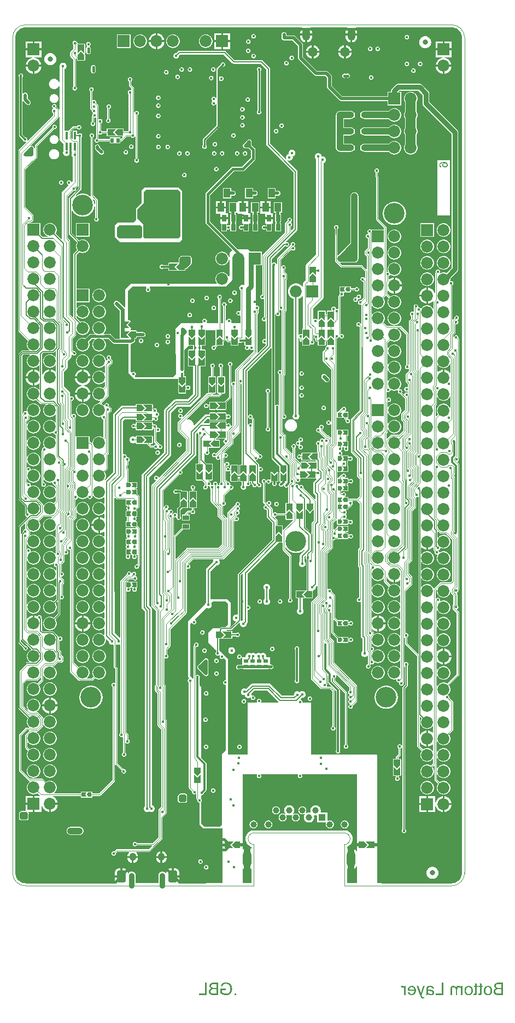
<source format=gbl>
G04 Layer_Physical_Order=6*
G04 Layer_Color=2232046*
%FSLAX43Y43*%
%MOMM*%
G71*
G01*
G75*
%ADD10C,0.450*%
%ADD12C,1.000*%
%ADD17R,0.640X1.000*%
%ADD18R,0.700X0.510*%
%ADD22C,0.800*%
%ADD54C,0.254*%
%ADD57R,0.510X0.700*%
%ADD58R,1.000X0.640*%
%ADD66C,0.300*%
%ADD67C,0.500*%
%ADD68C,0.120*%
%ADD69C,0.127*%
%ADD70C,0.800*%
%ADD71C,1.000*%
%ADD72C,0.600*%
%ADD73C,0.400*%
%ADD74C,0.155*%
%ADD75C,0.200*%
%ADD77C,0.130*%
%ADD78C,0.508*%
%ADD80C,0.250*%
%ADD81C,0.700*%
%ADD82C,1.500*%
%ADD83C,0.100*%
%ADD84C,0.100*%
%ADD85O,1.200X1.900*%
%ADD86C,1.500*%
%ADD87O,1.050X1.250*%
%ADD88O,0.850X2.425*%
G04:AMPARAMS|DCode=89|XSize=1.9mm|YSize=1.375mm|CornerRadius=0.344mm|HoleSize=0mm|Usage=FLASHONLY|Rotation=90.000|XOffset=0mm|YOffset=0mm|HoleType=Round|Shape=RoundedRectangle|*
%AMROUNDEDRECTD89*
21,1,1.900,0.688,0,0,90.0*
21,1,1.212,1.375,0,0,90.0*
1,1,0.688,0.344,0.606*
1,1,0.688,0.344,-0.606*
1,1,0.688,-0.344,-0.606*
1,1,0.688,-0.344,0.606*
%
%ADD89ROUNDEDRECTD89*%
%ADD90R,1.850X1.850*%
%ADD91C,1.850*%
%ADD92R,1.850X1.850*%
%ADD93O,1.300X2.800*%
%ADD94R,1.000X1.000*%
%ADD95C,3.200*%
%ADD96C,0.600*%
%ADD97C,0.450*%
%ADD98C,1.200*%
%ADD100R,0.400X1.200*%
%ADD101R,1.060X0.540*%
%ADD102R,1.000X1.400*%
%ADD103C,1.850*%
G36*
X51900Y54925D02*
X51162D01*
X51338Y55275D01*
X51162Y55625D01*
X51900D01*
Y54925D01*
D02*
G37*
G36*
X51088Y55275D02*
X50912Y54925D01*
X50350D01*
Y55625D01*
X50912D01*
X51088Y55275D01*
D02*
G37*
G36*
Y56375D02*
X50912Y56025D01*
X50350D01*
Y56725D01*
X50912D01*
X51088Y56375D01*
D02*
G37*
G36*
X42254Y56800D02*
X42257Y56776D01*
X42264Y56754D01*
X42275Y56733D01*
X42290Y56715D01*
X42308Y56700D01*
X42329Y56689D01*
X42351Y56682D01*
X42375Y56679D01*
X43375D01*
X43383Y56680D01*
X43411Y56647D01*
X43431Y56587D01*
X41946Y55101D01*
X41846Y55143D01*
Y55700D01*
X41843Y55724D01*
X41836Y55746D01*
X41825Y55767D01*
X41810Y55785D01*
X41792Y55800D01*
X41771Y55811D01*
X41749Y55818D01*
X41725Y55821D01*
X41056D01*
Y56575D01*
X41052Y56610D01*
X41042Y56644D01*
X41025Y56675D01*
X41003Y56703D01*
X40625Y57081D01*
X40640Y57139D01*
X40667Y57180D01*
X40695Y57182D01*
X40739Y57191D01*
X40782Y57206D01*
X40823Y57226D01*
X40860Y57251D01*
X40894Y57281D01*
X40924Y57315D01*
X40944Y57344D01*
X42254D01*
Y56800D01*
D02*
G37*
G36*
X41725Y54350D02*
X41225Y54850D01*
X40725Y54350D01*
Y55700D01*
X41725D01*
Y54350D01*
D02*
G37*
G36*
Y54100D02*
Y53300D01*
X40725D01*
Y54100D01*
X41225Y54600D01*
X41725Y54100D01*
D02*
G37*
G36*
X66160Y54621D02*
X66188Y54598D01*
X66219Y54582D01*
X66253Y54571D01*
X66288Y54568D01*
X67125D01*
X68060Y53632D01*
Y47266D01*
X67774Y46980D01*
X66288D01*
X66253Y46976D01*
X66219Y46966D01*
X66188Y46949D01*
X66160Y46927D01*
X65281Y46048D01*
X65176Y46083D01*
X65154Y46136D01*
X65112Y46217D01*
X65063Y46294D01*
X65007Y46366D01*
X64946Y46433D01*
X64878Y46495D01*
X64806Y46551D01*
X64729Y46600D01*
X64648Y46642D01*
X64564Y46677D01*
X64477Y46704D01*
X64388Y46724D01*
X64297Y46736D01*
X64206Y46740D01*
X64115Y46736D01*
X64024Y46724D01*
X63935Y46704D01*
X63848Y46677D01*
X63764Y46642D01*
X63683Y46600D01*
X63606Y46551D01*
X63534Y46495D01*
X63466Y46433D01*
X63405Y46366D01*
X63382Y46336D01*
X63282Y46370D01*
Y47557D01*
X63382Y47591D01*
X63405Y47562D01*
X63466Y47494D01*
X63534Y47433D01*
X63606Y47377D01*
X63683Y47328D01*
X63764Y47286D01*
X63848Y47251D01*
X63935Y47224D01*
X64024Y47204D01*
X64115Y47192D01*
X64206Y47188D01*
X64297Y47192D01*
X64388Y47204D01*
X64477Y47224D01*
X64564Y47251D01*
X64648Y47286D01*
X64729Y47328D01*
X64806Y47377D01*
X64878Y47433D01*
X64946Y47494D01*
X65007Y47562D01*
X65063Y47634D01*
X65112Y47711D01*
X65154Y47792D01*
X65189Y47876D01*
X65216Y47963D01*
X65236Y48052D01*
X65248Y48143D01*
X65252Y48234D01*
X65248Y48325D01*
X65236Y48416D01*
X65216Y48505D01*
X65189Y48592D01*
X65154Y48676D01*
X65112Y48757D01*
X65063Y48834D01*
X65007Y48906D01*
X64946Y48973D01*
X64878Y49035D01*
X64806Y49091D01*
X64729Y49140D01*
X64648Y49182D01*
X64564Y49217D01*
X64477Y49244D01*
X64388Y49264D01*
X64297Y49276D01*
X64206Y49280D01*
X64115Y49276D01*
X64024Y49264D01*
X63935Y49244D01*
X63848Y49217D01*
X63764Y49182D01*
X63683Y49140D01*
X63606Y49091D01*
X63534Y49035D01*
X63466Y48973D01*
X63405Y48906D01*
X63382Y48876D01*
X63282Y48910D01*
Y50097D01*
X63382Y50131D01*
X63405Y50102D01*
X63466Y50034D01*
X63534Y49973D01*
X63606Y49917D01*
X63683Y49868D01*
X63764Y49826D01*
X63848Y49791D01*
X63935Y49764D01*
X64024Y49744D01*
X64115Y49732D01*
X64206Y49728D01*
X64297Y49732D01*
X64388Y49744D01*
X64477Y49764D01*
X64564Y49791D01*
X64648Y49826D01*
X64729Y49868D01*
X64806Y49917D01*
X64878Y49973D01*
X64946Y50034D01*
X65007Y50102D01*
X65063Y50174D01*
X65112Y50251D01*
X65154Y50332D01*
X65189Y50416D01*
X65216Y50503D01*
X65236Y50592D01*
X65248Y50683D01*
X65252Y50774D01*
X65248Y50865D01*
X65236Y50956D01*
X65216Y51045D01*
X65189Y51132D01*
X65154Y51216D01*
X65112Y51297D01*
X65063Y51374D01*
X65007Y51446D01*
X64946Y51514D01*
X64878Y51575D01*
X64806Y51631D01*
X64729Y51680D01*
X64648Y51722D01*
X64564Y51757D01*
X64477Y51784D01*
X64388Y51804D01*
X64297Y51816D01*
X64206Y51820D01*
X64115Y51816D01*
X64024Y51804D01*
X63935Y51784D01*
X63848Y51757D01*
X63764Y51722D01*
X63683Y51680D01*
X63606Y51631D01*
X63534Y51575D01*
X63466Y51514D01*
X63405Y51446D01*
X63382Y51416D01*
X63282Y51450D01*
Y52364D01*
X63382Y52407D01*
X63410Y52382D01*
X63485Y52322D01*
X63565Y52269D01*
X63649Y52222D01*
X63737Y52181D01*
X63827Y52148D01*
X63920Y52122D01*
X64014Y52103D01*
X64056Y52098D01*
Y53314D01*
X64356D01*
Y52098D01*
X64398Y52103D01*
X64492Y52122D01*
X64585Y52148D01*
X64675Y52181D01*
X64763Y52222D01*
X64847Y52269D01*
X64927Y52322D01*
X65002Y52382D01*
X65073Y52447D01*
X65113Y52491D01*
X65213Y52454D01*
X65213Y52454D01*
Y52006D01*
X65217Y51971D01*
X65227Y51937D01*
X65244Y51906D01*
X65266Y51878D01*
X65384Y51760D01*
X65384Y51760D01*
X65369Y51717D01*
X65360Y51673D01*
X65357Y51628D01*
X65360Y51582D01*
X65369Y51538D01*
X65384Y51495D01*
X65404Y51455D01*
X65429Y51417D01*
X65459Y51383D01*
X65493Y51353D01*
X65530Y51328D01*
X65571Y51308D01*
X65614Y51294D01*
X65658Y51285D01*
X65703Y51282D01*
X65720Y51283D01*
X65762Y51247D01*
X65767Y51240D01*
X65787Y51191D01*
X65763Y51132D01*
X65736Y51045D01*
X65716Y50956D01*
X65704Y50865D01*
X65700Y50774D01*
X65704Y50683D01*
X65716Y50592D01*
X65736Y50503D01*
X65763Y50416D01*
X65798Y50332D01*
X65840Y50251D01*
X65889Y50174D01*
X65945Y50102D01*
X66006Y50034D01*
X66074Y49973D01*
X66146Y49917D01*
X66223Y49868D01*
X66304Y49826D01*
X66388Y49791D01*
X66475Y49764D01*
X66564Y49744D01*
X66655Y49732D01*
X66746Y49728D01*
X66837Y49732D01*
X66928Y49744D01*
X67017Y49764D01*
X67104Y49791D01*
X67188Y49826D01*
X67269Y49868D01*
X67346Y49917D01*
X67418Y49973D01*
X67486Y50034D01*
X67547Y50102D01*
X67603Y50174D01*
X67652Y50251D01*
X67694Y50332D01*
X67729Y50416D01*
X67756Y50503D01*
X67776Y50592D01*
X67788Y50683D01*
X67792Y50774D01*
X67788Y50865D01*
X67776Y50956D01*
X67756Y51045D01*
X67729Y51132D01*
X67694Y51216D01*
X67652Y51297D01*
X67603Y51374D01*
X67547Y51446D01*
X67486Y51514D01*
X67418Y51575D01*
X67346Y51631D01*
X67269Y51680D01*
X67188Y51722D01*
X67104Y51757D01*
X67017Y51784D01*
X66928Y51804D01*
X66837Y51816D01*
X66746Y51820D01*
X66655Y51816D01*
X66564Y51804D01*
X66475Y51784D01*
X66388Y51757D01*
X66304Y51722D01*
X66223Y51680D01*
X66146Y51631D01*
X66064Y51665D01*
X66045Y51679D01*
X66037Y51717D01*
X66023Y51760D01*
X66003Y51800D01*
X65978Y51838D01*
X65958Y51860D01*
X65958Y51861D01*
X65965Y51911D01*
X65989Y51966D01*
X66032Y51981D01*
X66073Y52001D01*
X66110Y52026D01*
X66144Y52056D01*
X66174Y52090D01*
X66199Y52127D01*
X66219Y52168D01*
X66234Y52211D01*
X66243Y52255D01*
X66245Y52284D01*
X66261Y52307D01*
X66265Y52310D01*
X66343Y52350D01*
X66388Y52331D01*
X66475Y52304D01*
X66564Y52284D01*
X66655Y52272D01*
X66746Y52268D01*
X66837Y52272D01*
X66928Y52284D01*
X67017Y52304D01*
X67104Y52331D01*
X67188Y52366D01*
X67269Y52408D01*
X67346Y52457D01*
X67418Y52513D01*
X67486Y52574D01*
X67547Y52642D01*
X67603Y52714D01*
X67652Y52791D01*
X67694Y52872D01*
X67729Y52956D01*
X67756Y53043D01*
X67776Y53132D01*
X67788Y53223D01*
X67792Y53314D01*
X67788Y53405D01*
X67776Y53495D01*
X67756Y53585D01*
X67729Y53672D01*
X67694Y53756D01*
X67652Y53837D01*
X67603Y53914D01*
X67547Y53986D01*
X67486Y54054D01*
X67418Y54115D01*
X67346Y54171D01*
X67269Y54220D01*
X67188Y54262D01*
X67104Y54297D01*
X67017Y54324D01*
X66928Y54344D01*
X66837Y54356D01*
X66746Y54360D01*
X66655Y54356D01*
X66564Y54344D01*
X66475Y54324D01*
X66388Y54297D01*
X66304Y54262D01*
X66223Y54220D01*
X66146Y54171D01*
X66074Y54115D01*
X66006Y54054D01*
X65945Y53986D01*
X65922Y53956D01*
X65822Y53990D01*
Y54829D01*
X65914Y54867D01*
X66160Y54621D01*
D02*
G37*
G36*
X51900Y53825D02*
X51338D01*
X51162Y54175D01*
X51338Y54525D01*
X51900D01*
Y53825D01*
D02*
G37*
G36*
X50912Y54175D02*
X51088Y53825D01*
X50350D01*
Y54525D01*
X51088D01*
X50912Y54175D01*
D02*
G37*
G36*
X51900Y56025D02*
X51162D01*
X51338Y56375D01*
X51162Y56725D01*
X51900D01*
Y56025D01*
D02*
G37*
G36*
X46525Y58400D02*
X46025Y57900D01*
X45525Y58400D01*
Y59200D01*
X46525D01*
Y58400D01*
D02*
G37*
G36*
X44925D02*
X44425Y57900D01*
X43925Y58400D01*
Y59200D01*
X44925D01*
Y58400D01*
D02*
G37*
G36*
X51900Y58350D02*
X51338D01*
X51162Y58700D01*
X51338Y59050D01*
X51900D01*
Y58350D01*
D02*
G37*
G36*
X50912Y58700D02*
X51088Y58350D01*
X50350D01*
Y59050D01*
X51088D01*
X50912Y58700D01*
D02*
G37*
G36*
X43375Y57850D02*
X42875Y58350D01*
X42375Y57850D01*
Y59200D01*
X43375D01*
Y57850D01*
D02*
G37*
G36*
X17575Y86875D02*
X18075Y86375D01*
X16725D01*
Y87375D01*
X18075D01*
X17575Y86875D01*
D02*
G37*
G36*
X43375Y57600D02*
Y56800D01*
X42375D01*
Y57600D01*
X42875Y58100D01*
X43375Y57600D01*
D02*
G37*
G36*
X46669Y58232D02*
Y56575D01*
X46393Y56298D01*
X46370Y56271D01*
X46353Y56240D01*
X46343Y56206D01*
X46340Y56171D01*
Y54756D01*
X46247Y54717D01*
X45384Y55580D01*
Y58229D01*
X45484Y58270D01*
X45855Y57899D01*
X45858Y57861D01*
X45847Y57828D01*
X46025Y57650D01*
X46203Y57828D01*
X46192Y57861D01*
X46195Y57899D01*
X46569Y58274D01*
X46669Y58232D01*
D02*
G37*
G36*
X44925Y56800D02*
X43925D01*
Y58150D01*
X44425Y57650D01*
X44925Y58150D01*
Y56800D01*
D02*
G37*
G36*
X44941Y91310D02*
X44960Y91297D01*
Y86269D01*
X44951Y86268D01*
X44929Y86261D01*
X44908Y86250D01*
X44890Y86235D01*
X44875Y86217D01*
X44864Y86196D01*
X44857Y86174D01*
X44854Y86150D01*
Y85465D01*
X44811Y85430D01*
X44754Y85409D01*
X44732Y85419D01*
X44689Y85434D01*
X44645Y85443D01*
X44600Y85446D01*
X44555Y85443D01*
X44511Y85434D01*
X44468Y85419D01*
X44427Y85399D01*
X44390Y85374D01*
X44356Y85344D01*
X44350Y85338D01*
X44250Y85376D01*
Y90904D01*
X44265Y90908D01*
X44355Y90941D01*
X44443Y90982D01*
X44527Y91029D01*
X44607Y91082D01*
X44682Y91142D01*
X44753Y91207D01*
X44818Y91278D01*
X44860Y91331D01*
X44941Y91310D01*
D02*
G37*
G36*
X29775Y85350D02*
X29275Y84850D01*
X28775Y85350D01*
Y86150D01*
X29775D01*
Y85350D01*
D02*
G37*
G36*
X28250D02*
X27750Y84850D01*
X27250Y85350D01*
Y86150D01*
X28250D01*
Y85350D01*
D02*
G37*
G36*
X51900Y40325D02*
X51338D01*
X51162Y40675D01*
X51338Y41025D01*
X51900D01*
Y40325D01*
D02*
G37*
G36*
X50912Y40675D02*
X51088Y40325D01*
X50350D01*
Y41025D01*
X51088D01*
X50912Y40675D01*
D02*
G37*
G36*
X33891Y38379D02*
X32541D01*
X33041Y38879D01*
X32541Y39379D01*
X33891D01*
Y38379D01*
D02*
G37*
G36*
X51088Y38100D02*
X50912Y37750D01*
X50350D01*
Y38450D01*
X50912D01*
X51088Y38100D01*
D02*
G37*
G36*
X45975Y84800D02*
X45475Y85300D01*
X44975Y84800D01*
Y86150D01*
X45975D01*
Y84800D01*
D02*
G37*
G36*
X32791Y38879D02*
X32291Y38379D01*
X31491D01*
Y39379D01*
X32291D01*
X32791Y38879D01*
D02*
G37*
G36*
X51900Y37750D02*
X51162D01*
X51338Y38100D01*
X51162Y38450D01*
X51900D01*
Y37750D01*
D02*
G37*
G36*
X34875Y85350D02*
X34375Y84850D01*
X33875Y85350D01*
Y86150D01*
X34875D01*
Y85350D01*
D02*
G37*
G36*
X44806Y45156D02*
X45306Y44656D01*
X43956D01*
Y45656D01*
X45306D01*
X44806Y45156D01*
D02*
G37*
G36*
X19125Y84875D02*
X18325D01*
X17825Y85375D01*
X18325Y85875D01*
X19125D01*
Y84875D01*
D02*
G37*
G36*
X59276Y47043D02*
X59318Y47048D01*
X59412Y47067D01*
X59505Y47093D01*
X59595Y47126D01*
X59683Y47167D01*
X59767Y47214D01*
X59847Y47267D01*
X59922Y47327D01*
X59950Y47352D01*
X60050Y47309D01*
Y46395D01*
X59950Y46361D01*
X59927Y46391D01*
X59866Y46458D01*
X59798Y46520D01*
X59726Y46576D01*
X59649Y46625D01*
X59568Y46667D01*
X59484Y46702D01*
X59397Y46729D01*
X59308Y46749D01*
X59217Y46761D01*
X59126Y46765D01*
X59035Y46761D01*
X58944Y46749D01*
X58855Y46729D01*
X58768Y46702D01*
X58684Y46667D01*
X58603Y46625D01*
X58526Y46576D01*
X58525Y46575D01*
X57872Y47229D01*
Y47830D01*
X57972Y47848D01*
X57993Y47790D01*
X58034Y47702D01*
X58081Y47618D01*
X58134Y47538D01*
X58194Y47463D01*
X58259Y47392D01*
X58330Y47327D01*
X58405Y47267D01*
X58485Y47214D01*
X58569Y47167D01*
X58657Y47126D01*
X58747Y47093D01*
X58840Y47067D01*
X58934Y47048D01*
X58976Y47043D01*
Y48259D01*
X59276D01*
Y47043D01*
D02*
G37*
G36*
X46356Y44656D02*
X45556D01*
X45056Y45156D01*
X45556Y45656D01*
X46356D01*
Y44656D01*
D02*
G37*
G36*
X17575Y85375D02*
X18075Y84875D01*
X16725D01*
Y85875D01*
X18075D01*
X17575Y85375D01*
D02*
G37*
G36*
X65709Y45822D02*
X65704Y45785D01*
X65700Y45694D01*
X65704Y45603D01*
X65716Y45512D01*
X65736Y45423D01*
X65763Y45336D01*
X65798Y45252D01*
X65840Y45171D01*
X65889Y45094D01*
X65945Y45022D01*
X66006Y44954D01*
X66074Y44893D01*
X66146Y44837D01*
X66223Y44788D01*
X66304Y44746D01*
X66388Y44711D01*
X66475Y44684D01*
X66564Y44664D01*
X66655Y44652D01*
X66746Y44648D01*
X66837Y44652D01*
X66928Y44664D01*
X67017Y44684D01*
X67104Y44711D01*
X67188Y44746D01*
X67269Y44788D01*
X67346Y44837D01*
X67418Y44893D01*
X67486Y44954D01*
X67547Y45022D01*
X67603Y45094D01*
X67652Y45171D01*
X67694Y45252D01*
X67729Y45336D01*
X67756Y45423D01*
X67776Y45512D01*
X67777Y45523D01*
X67877Y45516D01*
Y45402D01*
X67881Y45367D01*
X67891Y45333D01*
X67908Y45302D01*
X67930Y45274D01*
X68279Y44926D01*
Y43625D01*
X68167Y43513D01*
X68145Y43485D01*
X68128Y43454D01*
X68118Y43420D01*
X68114Y43385D01*
Y43007D01*
X68118Y42972D01*
X68128Y42938D01*
X68145Y42907D01*
X68167Y42879D01*
X68780Y42266D01*
Y32744D01*
X67347Y31310D01*
X67346Y31311D01*
X67269Y31360D01*
X67188Y31402D01*
X67104Y31437D01*
X67017Y31464D01*
X66928Y31484D01*
X66837Y31496D01*
X66746Y31500D01*
X66655Y31496D01*
X66564Y31484D01*
X66475Y31464D01*
X66388Y31437D01*
X66304Y31402D01*
X66223Y31360D01*
X66146Y31311D01*
X66074Y31255D01*
X66006Y31194D01*
X65945Y31126D01*
X65889Y31054D01*
X65840Y30977D01*
X65832Y30961D01*
X65732Y30985D01*
Y32462D01*
X65832Y32487D01*
X65840Y32471D01*
X65889Y32394D01*
X65945Y32322D01*
X66006Y32254D01*
X66074Y32193D01*
X66146Y32137D01*
X66223Y32088D01*
X66304Y32046D01*
X66388Y32011D01*
X66475Y31984D01*
X66564Y31964D01*
X66655Y31952D01*
X66746Y31948D01*
X66837Y31952D01*
X66928Y31964D01*
X67017Y31984D01*
X67104Y32011D01*
X67188Y32046D01*
X67269Y32088D01*
X67346Y32137D01*
X67418Y32193D01*
X67486Y32254D01*
X67547Y32322D01*
X67603Y32394D01*
X67652Y32471D01*
X67694Y32552D01*
X67729Y32636D01*
X67756Y32723D01*
X67776Y32812D01*
X67788Y32903D01*
X67792Y32994D01*
X67788Y33085D01*
X67776Y33175D01*
X67756Y33265D01*
X67729Y33352D01*
X67694Y33436D01*
X67652Y33517D01*
X67603Y33594D01*
X67547Y33666D01*
X67486Y33734D01*
X67418Y33795D01*
X67346Y33851D01*
X67269Y33900D01*
X67188Y33942D01*
X67104Y33977D01*
X67017Y34004D01*
X66928Y34024D01*
X66837Y34036D01*
X66746Y34040D01*
X66655Y34036D01*
X66564Y34024D01*
X66475Y34004D01*
X66388Y33977D01*
X66304Y33942D01*
X66223Y33900D01*
X66146Y33851D01*
X66074Y33795D01*
X66006Y33734D01*
X65945Y33666D01*
X65889Y33594D01*
X65840Y33517D01*
X65832Y33501D01*
X65732Y33525D01*
Y34680D01*
X65760Y34700D01*
X65832Y34718D01*
X65879Y34667D01*
X65950Y34602D01*
X66025Y34542D01*
X66105Y34489D01*
X66189Y34442D01*
X66277Y34401D01*
X66367Y34368D01*
X66460Y34342D01*
X66554Y34323D01*
X66596Y34318D01*
Y35534D01*
Y36750D01*
X66554Y36745D01*
X66460Y36726D01*
X66367Y36700D01*
X66277Y36666D01*
X66189Y36626D01*
X66105Y36579D01*
X66025Y36526D01*
X65950Y36466D01*
X65879Y36401D01*
X65832Y36350D01*
X65760Y36368D01*
X65732Y36388D01*
Y37542D01*
X65832Y37567D01*
X65840Y37551D01*
X65889Y37474D01*
X65945Y37402D01*
X66006Y37334D01*
X66074Y37273D01*
X66146Y37217D01*
X66223Y37168D01*
X66304Y37126D01*
X66388Y37091D01*
X66475Y37064D01*
X66564Y37044D01*
X66655Y37032D01*
X66746Y37028D01*
X66837Y37032D01*
X66928Y37044D01*
X67017Y37064D01*
X67104Y37091D01*
X67188Y37126D01*
X67269Y37168D01*
X67346Y37217D01*
X67418Y37273D01*
X67486Y37334D01*
X67547Y37402D01*
X67603Y37474D01*
X67652Y37551D01*
X67694Y37632D01*
X67729Y37716D01*
X67756Y37803D01*
X67776Y37892D01*
X67788Y37983D01*
X67792Y38074D01*
X67788Y38165D01*
X67776Y38256D01*
X67756Y38345D01*
X67729Y38432D01*
X67694Y38516D01*
X67652Y38597D01*
X67603Y38674D01*
X67547Y38746D01*
X67486Y38813D01*
X67418Y38875D01*
X67346Y38931D01*
X67269Y38980D01*
X67188Y39022D01*
X67104Y39057D01*
X67017Y39084D01*
X66928Y39104D01*
X66837Y39116D01*
X66746Y39120D01*
X66655Y39116D01*
X66564Y39104D01*
X66475Y39084D01*
X66388Y39057D01*
X66304Y39022D01*
X66223Y38980D01*
X66146Y38931D01*
X66074Y38875D01*
X66006Y38813D01*
X65945Y38746D01*
X65889Y38674D01*
X65840Y38597D01*
X65832Y38581D01*
X65732Y38605D01*
Y40082D01*
X65832Y40107D01*
X65840Y40091D01*
X65889Y40014D01*
X65945Y39942D01*
X66006Y39874D01*
X66074Y39813D01*
X66146Y39757D01*
X66223Y39708D01*
X66304Y39666D01*
X66388Y39631D01*
X66475Y39604D01*
X66564Y39584D01*
X66655Y39572D01*
X66746Y39568D01*
X66837Y39572D01*
X66928Y39584D01*
X67017Y39604D01*
X67104Y39631D01*
X67188Y39666D01*
X67269Y39708D01*
X67346Y39757D01*
X67418Y39813D01*
X67486Y39874D01*
X67547Y39942D01*
X67603Y40014D01*
X67652Y40091D01*
X67694Y40172D01*
X67729Y40256D01*
X67756Y40343D01*
X67776Y40432D01*
X67788Y40523D01*
X67792Y40614D01*
X67788Y40705D01*
X67776Y40796D01*
X67756Y40885D01*
X67729Y40972D01*
X67694Y41056D01*
X67652Y41137D01*
X67603Y41214D01*
X67547Y41286D01*
X67486Y41354D01*
X67418Y41415D01*
X67346Y41471D01*
X67269Y41520D01*
X67188Y41562D01*
X67104Y41597D01*
X67017Y41624D01*
X66928Y41644D01*
X66837Y41656D01*
X66746Y41660D01*
X66655Y41656D01*
X66564Y41644D01*
X66475Y41624D01*
X66388Y41597D01*
X66304Y41562D01*
X66223Y41520D01*
X66146Y41471D01*
X66074Y41415D01*
X66006Y41354D01*
X65945Y41286D01*
X65889Y41214D01*
X65840Y41137D01*
X65832Y41121D01*
X65732Y41145D01*
Y42622D01*
X65832Y42647D01*
X65840Y42631D01*
X65889Y42554D01*
X65945Y42482D01*
X66006Y42414D01*
X66074Y42353D01*
X66146Y42297D01*
X66223Y42248D01*
X66304Y42206D01*
X66388Y42171D01*
X66475Y42144D01*
X66564Y42124D01*
X66655Y42112D01*
X66746Y42108D01*
X66837Y42112D01*
X66928Y42124D01*
X67017Y42144D01*
X67104Y42171D01*
X67188Y42206D01*
X67269Y42248D01*
X67346Y42297D01*
X67418Y42353D01*
X67486Y42414D01*
X67547Y42482D01*
X67603Y42554D01*
X67652Y42631D01*
X67694Y42712D01*
X67729Y42796D01*
X67756Y42883D01*
X67776Y42972D01*
X67788Y43063D01*
X67792Y43154D01*
X67788Y43245D01*
X67776Y43335D01*
X67756Y43425D01*
X67729Y43512D01*
X67694Y43596D01*
X67652Y43677D01*
X67603Y43754D01*
X67547Y43826D01*
X67486Y43894D01*
X67418Y43955D01*
X67346Y44011D01*
X67269Y44060D01*
X67188Y44102D01*
X67104Y44137D01*
X67017Y44164D01*
X66928Y44184D01*
X66837Y44196D01*
X66746Y44200D01*
X66655Y44196D01*
X66564Y44184D01*
X66475Y44164D01*
X66388Y44137D01*
X66304Y44102D01*
X66246Y44072D01*
X66183Y44121D01*
X66175Y44134D01*
X66170Y44144D01*
X66184Y44186D01*
X66193Y44230D01*
X66196Y44275D01*
X66193Y44320D01*
X66184Y44364D01*
X66169Y44407D01*
X66149Y44448D01*
X66124Y44485D01*
X66094Y44519D01*
X66060Y44549D01*
X66023Y44574D01*
X65982Y44594D01*
X65939Y44609D01*
X65895Y44618D01*
X65850Y44621D01*
X65805Y44618D01*
X65761Y44609D01*
X65718Y44594D01*
X65677Y44574D01*
X65640Y44549D01*
X65606Y44519D01*
X65592Y44504D01*
X65525Y44519D01*
X65492Y44540D01*
Y45747D01*
X65614Y45869D01*
X65709Y45822D01*
D02*
G37*
G36*
X35661Y48318D02*
Y41123D01*
X35624Y41117D01*
X35567Y41100D01*
X35513Y41078D01*
X35461Y41049D01*
X35434Y41030D01*
X35378Y41048D01*
X35341Y41084D01*
X35342Y41096D01*
Y48130D01*
X35568Y48356D01*
X35661Y48318D01*
D02*
G37*
G36*
X37025Y85350D02*
X36525Y84850D01*
X36025Y85350D01*
Y86150D01*
X37025D01*
Y85350D01*
D02*
G37*
G36*
X33366Y43729D02*
Y40454D01*
X32987Y40075D01*
X32379D01*
X32344Y40072D01*
X32311Y40064D01*
X32279Y40050D01*
X32249Y40032D01*
X32223Y40010D01*
X32092Y39879D01*
X30991D01*
X30341Y39229D01*
Y37643D01*
X31554Y36430D01*
Y36265D01*
X31531Y36244D01*
X31501Y36210D01*
X31476Y36173D01*
X31456Y36132D01*
X31441Y36089D01*
X31432Y36045D01*
X31429Y36000D01*
X31432Y35955D01*
X31441Y35911D01*
X31456Y35868D01*
X31476Y35827D01*
X31501Y35790D01*
X31531Y35756D01*
X31565Y35726D01*
X31602Y35701D01*
X31643Y35681D01*
X31686Y35666D01*
X31730Y35657D01*
X31775Y35654D01*
X31820Y35657D01*
X31864Y35666D01*
X31907Y35681D01*
X31948Y35701D01*
X31985Y35726D01*
X32019Y35756D01*
X32049Y35790D01*
X32051Y35792D01*
X32057Y35793D01*
X32085Y35776D01*
X32098Y35756D01*
X32117Y35652D01*
X32097Y35611D01*
X32082Y35568D01*
X32073Y35524D01*
X32070Y35479D01*
X32073Y35434D01*
X32082Y35389D01*
X32097Y35347D01*
X32117Y35306D01*
X32142Y35268D01*
X32172Y35234D01*
X32206Y35205D01*
X32243Y35179D01*
X32284Y35159D01*
X32327Y35145D01*
X32371Y35136D01*
X32416Y35133D01*
X32461Y35136D01*
X32505Y35145D01*
X32548Y35159D01*
X32589Y35179D01*
X32626Y35205D01*
X32660Y35234D01*
X32770Y35214D01*
X33041Y34943D01*
X33041Y31913D01*
X33025Y31886D01*
X32941Y31825D01*
X32896Y31822D01*
X32852Y31813D01*
X32809Y31798D01*
X32768Y31778D01*
X32731Y31753D01*
X32697Y31723D01*
X32667Y31689D01*
X32642Y31652D01*
X32622Y31611D01*
X32607Y31568D01*
X32598Y31524D01*
X32595Y31479D01*
X32598Y31434D01*
X32607Y31389D01*
X32622Y31347D01*
X32642Y31306D01*
X32667Y31268D01*
X32697Y31234D01*
X32731Y31205D01*
X32768Y31179D01*
X32809Y31159D01*
X32852Y31145D01*
X32896Y31136D01*
X32941Y31133D01*
X33025Y31072D01*
X33041Y31045D01*
X33041Y20975D01*
X32400Y20334D01*
Y9525D01*
X32075Y9200D01*
X29700D01*
X29241Y9659D01*
Y13005D01*
X29248Y13014D01*
X29273Y13051D01*
X29293Y13092D01*
X29308Y13135D01*
X29317Y13179D01*
X29320Y13224D01*
X29317Y13269D01*
X29308Y13314D01*
X29293Y13356D01*
X29273Y13397D01*
X29248Y13434D01*
X29241Y13443D01*
Y13986D01*
X29300Y14079D01*
X29345Y14082D01*
X29389Y14091D01*
X29432Y14106D01*
X29473Y14126D01*
X29510Y14151D01*
X29544Y14181D01*
X29574Y14215D01*
X29599Y14252D01*
X29619Y14293D01*
X29634Y14336D01*
X29643Y14380D01*
X29643Y14385D01*
X29942Y14683D01*
X29969Y14716D01*
X29991Y14752D01*
X30008Y14791D01*
X30017Y14833D01*
X30021Y14875D01*
Y18900D01*
X30017Y18942D01*
X30008Y18984D01*
X29991Y19023D01*
X29969Y19059D01*
X29942Y19092D01*
X29241Y19792D01*
Y21046D01*
Y30779D01*
X28921Y31099D01*
Y32111D01*
X28924Y32115D01*
X28949Y32152D01*
X28969Y32193D01*
X28984Y32236D01*
X28993Y32280D01*
X28996Y32325D01*
X28993Y32370D01*
X28984Y32414D01*
X28969Y32457D01*
X28949Y32498D01*
X28924Y32535D01*
X28894Y32569D01*
X28860Y32599D01*
X28823Y32624D01*
X28782Y32644D01*
X28739Y32659D01*
X28695Y32668D01*
X28650Y32671D01*
X28605Y32668D01*
X28561Y32659D01*
X28518Y32644D01*
X28477Y32624D01*
X28456Y32610D01*
X28401Y32627D01*
X28356Y32659D01*
Y36904D01*
X28394Y36945D01*
X28443Y36981D01*
X28475Y36979D01*
X28520Y36982D01*
X28564Y36991D01*
X28607Y37006D01*
X28648Y37026D01*
X28685Y37051D01*
X28719Y37081D01*
X28749Y37115D01*
X28774Y37152D01*
X28794Y37193D01*
X28809Y37236D01*
X28818Y37280D01*
X28821Y37325D01*
X28818Y37370D01*
X28809Y37414D01*
X28794Y37457D01*
X28774Y37498D01*
X28749Y37535D01*
X28719Y37569D01*
X28685Y37599D01*
X28648Y37624D01*
X28607Y37644D01*
X28564Y37659D01*
X28520Y37668D01*
X28475Y37671D01*
X28430Y37668D01*
X28386Y37659D01*
X28343Y37644D01*
X28302Y37624D01*
X28265Y37599D01*
X28231Y37569D01*
X28201Y37535D01*
X28176Y37498D01*
X28156Y37457D01*
X28141Y37414D01*
X28132Y37370D01*
X28129Y37325D01*
X28132Y37280D01*
X28139Y37245D01*
X28047Y37153D01*
X28025Y37125D01*
X28008Y37094D01*
X27998Y37060D01*
X27994Y37025D01*
Y32156D01*
X27902Y32118D01*
X27541Y32479D01*
Y40604D01*
X27691Y40753D01*
X27716Y40755D01*
X27803Y40725D01*
X27806Y40718D01*
X27826Y40677D01*
X27851Y40640D01*
X27881Y40606D01*
X27915Y40576D01*
X27952Y40551D01*
X27993Y40531D01*
X28036Y40516D01*
X28080Y40507D01*
X28125Y40504D01*
X28170Y40507D01*
X28214Y40516D01*
X28257Y40531D01*
X28298Y40551D01*
X28335Y40576D01*
X28369Y40606D01*
X28399Y40640D01*
X28424Y40677D01*
X28444Y40718D01*
X28459Y40761D01*
X28468Y40805D01*
X28471Y40850D01*
X28468Y40895D01*
X28459Y40939D01*
X28444Y40982D01*
X28424Y41023D01*
X28399Y41060D01*
X28369Y41094D01*
X28335Y41124D01*
X28298Y41149D01*
X28257Y41169D01*
X28250Y41172D01*
X28220Y41259D01*
X28222Y41285D01*
X30004Y43067D01*
X30020Y43055D01*
X30072Y43026D01*
X30126Y43004D01*
X30183Y42987D01*
X30241Y42977D01*
X30300Y42974D01*
X30359Y42977D01*
X30417Y42987D01*
X30474Y43004D01*
X30528Y43026D01*
X30580Y43055D01*
X30628Y43089D01*
X30672Y43128D01*
X30711Y43172D01*
X30745Y43220D01*
X30774Y43272D01*
X30796Y43326D01*
X30813Y43383D01*
X30823Y43441D01*
X30826Y43500D01*
X30823Y43559D01*
X30813Y43617D01*
X30796Y43674D01*
X30774Y43728D01*
X30745Y43780D01*
X30733Y43796D01*
X30991Y44054D01*
X33041D01*
X33366Y43729D01*
D02*
G37*
G36*
X27025Y59425D02*
Y58625D01*
X26025D01*
Y59425D01*
X26525Y59925D01*
X27025Y59425D01*
D02*
G37*
G36*
X36250Y63750D02*
X35750Y64250D01*
X35250Y63750D01*
Y65100D01*
X36250D01*
Y63750D01*
D02*
G37*
G36*
X34850D02*
X34350Y64250D01*
X33850Y63750D01*
Y65100D01*
X34850D01*
Y63750D01*
D02*
G37*
G36*
X42450Y64300D02*
X41950Y63800D01*
X41450Y64300D01*
Y65100D01*
X42450D01*
Y64300D01*
D02*
G37*
G36*
X37650Y63750D02*
X37150Y64250D01*
X36650Y63750D01*
Y65100D01*
X37650D01*
Y63750D01*
D02*
G37*
G36*
X30875Y62900D02*
X29875D01*
Y64250D01*
X30375Y63750D01*
X30875Y64250D01*
Y62900D01*
D02*
G37*
G36*
X33771Y92913D02*
Y92754D01*
X34999D01*
X35149Y92554D01*
X35148Y92550D01*
X35175Y92415D01*
X35251Y92301D01*
X35316Y92258D01*
Y89144D01*
X35147Y89033D01*
X35116Y89029D01*
X35000Y89052D01*
X34865Y89025D01*
X34751Y88949D01*
X34675Y88835D01*
X34648Y88700D01*
X34675Y88565D01*
X34751Y88451D01*
X34865Y88375D01*
X35000Y88348D01*
X35116Y88371D01*
X35147Y88367D01*
X35316Y88256D01*
Y87191D01*
X35250Y87125D01*
X33917D01*
X33823Y87325D01*
X33850Y87365D01*
X33877Y87500D01*
X33850Y87635D01*
X33774Y87749D01*
X33660Y87825D01*
X33525Y87852D01*
X33390Y87825D01*
X33276Y87749D01*
X33200Y87635D01*
X33179Y87527D01*
X32979Y87546D01*
Y89753D01*
X33044Y89796D01*
X33120Y89910D01*
X33147Y90045D01*
X33120Y90180D01*
X33044Y90294D01*
X32930Y90370D01*
X32795Y90397D01*
X32660Y90370D01*
X32546Y90294D01*
X32470Y90180D01*
X32443Y90045D01*
X32470Y89910D01*
X32546Y89796D01*
X32611Y89753D01*
Y87125D01*
X32234D01*
Y90886D01*
X32300Y90931D01*
X32377Y91045D01*
X32403Y91179D01*
X32377Y91314D01*
X32300Y91428D01*
X32186Y91504D01*
X32052Y91531D01*
X31917Y91504D01*
X31803Y91428D01*
X31727Y91314D01*
X31700Y91179D01*
X31727Y91045D01*
X31803Y90931D01*
X31866Y90888D01*
Y87125D01*
X30172D01*
X30065Y87325D01*
X30075Y87340D01*
X30102Y87475D01*
X30075Y87610D01*
X29999Y87724D01*
X29885Y87800D01*
X29750Y87827D01*
X29615Y87800D01*
X29501Y87724D01*
X29425Y87610D01*
X29398Y87475D01*
X29425Y87340D01*
X29435Y87325D01*
X29328Y87125D01*
X26125D01*
X25267Y86267D01*
X25268Y85748D01*
X25248Y85650D01*
X25268Y85551D01*
X25275Y79175D01*
X24839Y78739D01*
X19001Y78739D01*
X18956Y78800D01*
X18955Y78801D01*
X18999Y79051D01*
X19075Y79165D01*
X19102Y79300D01*
X19075Y79435D01*
X18999Y79549D01*
X18885Y79625D01*
X18750Y79652D01*
X18615Y79625D01*
X18501Y79549D01*
X18475Y79509D01*
X18275Y79570D01*
Y83809D01*
X18400Y83948D01*
X18544Y83976D01*
X18667Y84058D01*
X18867Y84258D01*
X18867Y84258D01*
X18949Y84381D01*
X18977Y84525D01*
Y84745D01*
X19125D01*
X19217Y84783D01*
X19255Y84875D01*
Y84998D01*
X20200D01*
X20344Y85026D01*
X20467Y85108D01*
X20549Y85231D01*
X20577Y85375D01*
X20549Y85519D01*
X20467Y85642D01*
X20344Y85724D01*
X20200Y85752D01*
X19255D01*
Y85875D01*
X19217Y85967D01*
X19125Y86005D01*
X18325D01*
X18275Y86038D01*
Y86317D01*
X18346Y86375D01*
X18325D01*
X17825Y86875D01*
X18325Y87375D01*
X18346D01*
X18275Y87433D01*
X18183Y87525D01*
X18050D01*
X17875Y87700D01*
X17875Y92150D01*
X18500Y92775D01*
X20667Y92775D01*
X20728Y92575D01*
X20726Y92574D01*
X20650Y92460D01*
X20623Y92325D01*
X20650Y92190D01*
X20726Y92076D01*
X20840Y92000D01*
X20975Y91973D01*
X21110Y92000D01*
X21224Y92076D01*
X21300Y92190D01*
X21327Y92325D01*
X21300Y92460D01*
X21224Y92574D01*
X21222Y92575D01*
X21283Y92775D01*
X33350Y92775D01*
X33571Y92996D01*
X33771Y92913D01*
D02*
G37*
G36*
X51287Y92375D02*
X51463Y92025D01*
X50725D01*
Y92725D01*
X51463D01*
X51287Y92375D01*
D02*
G37*
G36*
X29475Y62900D02*
X28475D01*
Y64250D01*
X28975Y63750D01*
X29475Y64250D01*
Y62900D01*
D02*
G37*
G36*
X28665Y70085D02*
X28684Y70073D01*
X28691Y70036D01*
X28706Y69993D01*
X28726Y69952D01*
X28751Y69915D01*
X28781Y69881D01*
X28794Y69869D01*
Y65421D01*
X28475D01*
X28451Y65418D01*
X28429Y65411D01*
X28408Y65400D01*
X28390Y65385D01*
X28375Y65367D01*
X28364Y65346D01*
X28357Y65324D01*
X28354Y65300D01*
Y64500D01*
X28357Y64476D01*
X28364Y64454D01*
X28375Y64433D01*
X28390Y64396D01*
X28390Y64335D01*
X28375Y64317D01*
X28364Y64296D01*
X28357Y64274D01*
X28354Y64250D01*
Y62900D01*
X28357Y62876D01*
X28364Y62854D01*
X28375Y62833D01*
X28390Y62815D01*
X28408Y62800D01*
X28429Y62789D01*
X28451Y62782D01*
X28475Y62779D01*
X29315D01*
X29685Y62409D01*
Y62028D01*
X29656Y62008D01*
X29622Y61978D01*
X29592Y61944D01*
X29567Y61907D01*
X29547Y61866D01*
X29532Y61823D01*
X29523Y61779D01*
X29520Y61734D01*
X29523Y61689D01*
X29532Y61644D01*
X29547Y61602D01*
X29567Y61561D01*
X29592Y61523D01*
X29622Y61489D01*
X29656Y61460D01*
X29693Y61435D01*
X29734Y61415D01*
X29777Y61400D01*
X29791Y61397D01*
X29813Y61393D01*
X29821Y61391D01*
X29866Y61388D01*
X29911Y61391D01*
X29956Y61400D01*
X29998Y61415D01*
X30039Y61435D01*
X30076Y61460D01*
X30111Y61489D01*
X30140Y61523D01*
X30165Y61561D01*
X30185Y61602D01*
X30200Y61644D01*
X30209Y61689D01*
X30212Y61734D01*
X30209Y61779D01*
X30200Y61823D01*
X30198Y61830D01*
X30265Y61903D01*
X30275Y61907D01*
X30277Y61907D01*
X30321Y61898D01*
X30366Y61895D01*
X30411Y61898D01*
X30456Y61907D01*
X30457Y61907D01*
X30467Y61903D01*
X30534Y61830D01*
X30532Y61823D01*
X30523Y61779D01*
X30520Y61734D01*
X30523Y61689D01*
X30532Y61644D01*
X30547Y61602D01*
X30567Y61561D01*
X30592Y61523D01*
X30622Y61489D01*
X30656Y61460D01*
X30685Y61440D01*
Y59609D01*
X30689Y59574D01*
X30699Y59540D01*
X30716Y59508D01*
X30738Y59481D01*
X31749Y58470D01*
Y57270D01*
X31753Y57235D01*
X31763Y57201D01*
X31780Y57170D01*
X31802Y57142D01*
X32444Y56500D01*
Y52925D01*
X31850Y52331D01*
X27050D01*
X27015Y52327D01*
X26981Y52317D01*
X26950Y52300D01*
X26922Y52278D01*
X25288Y50644D01*
X25196Y50682D01*
Y53965D01*
X26416Y55185D01*
X27445D01*
Y56065D01*
X26205D01*
Y55486D01*
X25048Y54329D01*
X24956Y54367D01*
Y56925D01*
X25091Y57060D01*
X25105Y57057D01*
X25150Y57054D01*
X25195Y57057D01*
X25239Y57066D01*
X25282Y57081D01*
X25285Y57082D01*
X25371Y57033D01*
X25381Y57019D01*
X25383Y56983D01*
X25392Y56938D01*
X25407Y56895D01*
X25427Y56855D01*
X25452Y56817D01*
X25482Y56783D01*
X25516Y56753D01*
X25553Y56728D01*
X25594Y56708D01*
X25637Y56694D01*
X25681Y56685D01*
X25726Y56682D01*
X25771Y56685D01*
X25816Y56694D01*
X25859Y56708D01*
X25899Y56728D01*
X25937Y56753D01*
X25971Y56783D01*
X26001Y56817D01*
X26026Y56855D01*
X26046Y56895D01*
X26060Y56938D01*
X26069Y56983D01*
X26072Y57028D01*
X26069Y57073D01*
X26060Y57117D01*
X26046Y57160D01*
X26026Y57201D01*
X26001Y57238D01*
X25997Y57242D01*
Y58214D01*
X26287Y58504D01*
X27025D01*
X27049Y58507D01*
X27071Y58514D01*
X27092Y58525D01*
X27110Y58540D01*
X27125Y58558D01*
X27136Y58579D01*
X27143Y58601D01*
X27146Y58625D01*
Y59425D01*
X27143Y59449D01*
X27136Y59471D01*
X27125Y59492D01*
X27110Y59529D01*
X27110Y59590D01*
X27125Y59608D01*
X27136Y59629D01*
X27143Y59651D01*
X27146Y59675D01*
Y61025D01*
X27143Y61049D01*
X27136Y61071D01*
X27125Y61092D01*
X27110Y61110D01*
X27092Y61125D01*
X27071Y61136D01*
X27049Y61143D01*
X27025Y61146D01*
X26287D01*
X26192Y61242D01*
X26159Y61269D01*
X26123Y61291D01*
X26084Y61308D01*
X26042Y61318D01*
X26000Y61321D01*
X25464D01*
X25460Y61324D01*
X25423Y61349D01*
X25382Y61369D01*
X25339Y61384D01*
X25295Y61393D01*
X25250Y61396D01*
X25205Y61393D01*
X25161Y61384D01*
X25118Y61369D01*
X25077Y61349D01*
X25040Y61324D01*
X25006Y61294D01*
X24976Y61260D01*
X24951Y61223D01*
X24931Y61182D01*
X24916Y61139D01*
X24907Y61095D01*
X24904Y61050D01*
X24907Y61005D01*
X24916Y60961D01*
X24931Y60918D01*
X24951Y60877D01*
X24976Y60840D01*
X25006Y60806D01*
X25040Y60776D01*
X25077Y60751D01*
X25118Y60731D01*
X25161Y60716D01*
X25205Y60707D01*
X25250Y60704D01*
X25295Y60707D01*
X25339Y60716D01*
X25382Y60731D01*
X25423Y60751D01*
X25460Y60776D01*
X25464Y60779D01*
X25888D01*
X25904Y60763D01*
Y59675D01*
X25907Y59651D01*
X25914Y59629D01*
X25925Y59608D01*
X25940Y59590D01*
X25925Y59492D01*
X25914Y59471D01*
X25907Y59449D01*
X25904Y59425D01*
Y58887D01*
X25535Y58518D01*
X25507Y58485D01*
X25485Y58449D01*
X25469Y58410D01*
X25459Y58369D01*
X25455Y58326D01*
Y57724D01*
X25375Y57682D01*
X25355Y57678D01*
X25323Y57699D01*
X25282Y57719D01*
X25239Y57734D01*
X25195Y57743D01*
X25150Y57746D01*
X25105Y57743D01*
X25061Y57734D01*
X25018Y57719D01*
X24977Y57699D01*
X24940Y57674D01*
X24906Y57644D01*
X24876Y57610D01*
X24851Y57573D01*
X24839Y57550D01*
X24779Y57529D01*
X24725Y57526D01*
X24720Y57530D01*
X24720Y57567D01*
X24732Y57645D01*
X24753Y57664D01*
X24783Y57698D01*
X24808Y57736D01*
X24828Y57776D01*
X24842Y57819D01*
X24851Y57863D01*
X24854Y57909D01*
X24851Y57954D01*
X24842Y57998D01*
X24828Y58041D01*
X24808Y58081D01*
X24783Y58119D01*
X24753Y58153D01*
X24719Y58183D01*
X24681Y58208D01*
X24641Y58228D01*
X24598Y58242D01*
X24554Y58251D01*
X24508Y58254D01*
X24463Y58251D01*
X24419Y58242D01*
X24376Y58228D01*
X24336Y58208D01*
X24298Y58183D01*
X24264Y58153D01*
X24261Y58149D01*
X24168Y58150D01*
X24143Y58162D01*
X24125Y58188D01*
X24096Y58222D01*
X24062Y58252D01*
X24044Y58264D01*
X24042Y58269D01*
X24032Y58343D01*
X24035Y58376D01*
X24069Y58406D01*
X24099Y58440D01*
X24124Y58477D01*
X24144Y58518D01*
X24159Y58561D01*
X24168Y58605D01*
X24171Y58650D01*
X24168Y58695D01*
X24159Y58739D01*
X24144Y58782D01*
X24124Y58823D01*
X24099Y58860D01*
X24069Y58894D01*
X24035Y58924D01*
X23998Y58949D01*
X23957Y58969D01*
X23914Y58984D01*
X23870Y58993D01*
X23825Y58996D01*
X23780Y58993D01*
X23736Y58984D01*
X23693Y58969D01*
X23652Y58949D01*
X23615Y58924D01*
X23581Y58894D01*
X23551Y58860D01*
X23526Y58823D01*
X23506Y58782D01*
X23491Y58739D01*
X23482Y58695D01*
X23479Y58650D01*
X23482Y58605D01*
X23483Y58603D01*
X23445Y58570D01*
X23345Y58614D01*
Y61189D01*
X25874Y63718D01*
X25909Y63711D01*
X25954Y63708D01*
X25999Y63711D01*
X26043Y63720D01*
X26086Y63734D01*
X26127Y63754D01*
X26164Y63780D01*
X26198Y63809D01*
X26228Y63843D01*
X26253Y63881D01*
X26273Y63922D01*
X26288Y63964D01*
X26297Y64009D01*
X26300Y64054D01*
X26297Y64099D01*
X26288Y64143D01*
X26273Y64186D01*
X26253Y64227D01*
X26228Y64264D01*
X26198Y64298D01*
X26188Y64403D01*
X26196Y64428D01*
X28360Y66592D01*
X28391Y66627D01*
X28417Y66667D01*
X28439Y66710D01*
X28454Y66755D01*
X28463Y66802D01*
X28466Y66849D01*
Y69997D01*
X28580Y70111D01*
X28665Y70085D01*
D02*
G37*
G36*
X29475Y64500D02*
X28975Y64000D01*
X28475Y64500D01*
Y65300D01*
X29475D01*
Y64500D01*
D02*
G37*
G36*
X48375Y87600D02*
X47875Y88100D01*
X47375Y87600D01*
Y88950D01*
X48375D01*
Y87600D01*
D02*
G37*
G36*
X49775D02*
X49275Y88100D01*
X48775Y87600D01*
Y88950D01*
X49775D01*
Y87600D01*
D02*
G37*
G36*
Y87350D02*
Y86550D01*
X48775D01*
Y87350D01*
X49275Y87850D01*
X49775Y87350D01*
D02*
G37*
G36*
X47100Y64575D02*
X45750D01*
X46250Y65075D01*
X45750Y65575D01*
X47100D01*
Y64575D01*
D02*
G37*
G36*
X46000Y65075D02*
X45500Y64575D01*
X44700D01*
Y65575D01*
X45500D01*
X46000Y65075D01*
D02*
G37*
G36*
X51088Y64575D02*
X50912Y64225D01*
X50350D01*
Y64925D01*
X50912D01*
X51088Y64575D01*
D02*
G37*
G36*
X30875Y64500D02*
X30375Y64000D01*
X29875Y64500D01*
Y65300D01*
X30875D01*
Y64500D01*
D02*
G37*
G36*
X51900Y64225D02*
X51162D01*
X51338Y64575D01*
X51162Y64925D01*
X51900D01*
Y64225D01*
D02*
G37*
G36*
X41418Y89181D02*
X41461Y89166D01*
X41505Y89157D01*
X41550Y89154D01*
X41626Y89070D01*
Y79887D01*
X41624Y79883D01*
X41540Y79827D01*
X41526Y79826D01*
X41492Y79838D01*
X41447Y79847D01*
X41402Y79850D01*
X41357Y79847D01*
X41313Y79838D01*
X41270Y79823D01*
X41229Y79803D01*
X41192Y79778D01*
X41158Y79748D01*
X41128Y79714D01*
X41103Y79677D01*
X41083Y79636D01*
X41068Y79593D01*
X41059Y79549D01*
X41056Y79504D01*
X41059Y79459D01*
X41068Y79414D01*
X41083Y79372D01*
X41103Y79331D01*
X41128Y79293D01*
X41158Y79259D01*
X41192Y79230D01*
X41224Y79208D01*
Y74533D01*
X41222Y74529D01*
X41138Y74473D01*
X41124Y74472D01*
X41089Y74484D01*
X41045Y74493D01*
X41000Y74496D01*
X40955Y74493D01*
X40911Y74484D01*
X40868Y74469D01*
X40827Y74449D01*
X40790Y74424D01*
X40771Y74408D01*
X40714Y74421D01*
X40671Y74450D01*
Y88462D01*
X40766Y88486D01*
X40781Y88443D01*
X40801Y88402D01*
X40826Y88365D01*
X40856Y88331D01*
X40890Y88301D01*
X40927Y88276D01*
X40968Y88256D01*
X41011Y88241D01*
X41055Y88232D01*
X41100Y88229D01*
X41145Y88232D01*
X41189Y88241D01*
X41232Y88256D01*
X41273Y88276D01*
X41310Y88301D01*
X41344Y88331D01*
X41374Y88365D01*
X41399Y88402D01*
X41419Y88443D01*
X41434Y88486D01*
X41443Y88530D01*
X41446Y88575D01*
X41443Y88620D01*
X41434Y88664D01*
X41419Y88707D01*
X41399Y88748D01*
X41374Y88785D01*
X41344Y88819D01*
X41310Y88849D01*
X41306Y88852D01*
Y89128D01*
X41330Y89152D01*
X41406Y89186D01*
X41418Y89181D01*
D02*
G37*
G36*
X52275Y92025D02*
X51713D01*
X51537Y92375D01*
X51713Y92725D01*
X52275D01*
Y92025D01*
D02*
G37*
G36*
X51900Y61225D02*
X51162D01*
X51338Y61575D01*
X51162Y61925D01*
X51900D01*
Y61225D01*
D02*
G37*
G36*
X51088Y61575D02*
X50912Y61225D01*
X50350D01*
Y61925D01*
X50912D01*
X51088Y61575D01*
D02*
G37*
G36*
X51900Y62325D02*
X51162D01*
X51338Y62675D01*
X51162Y63025D01*
X51900D01*
Y62325D01*
D02*
G37*
G36*
X51088Y62675D02*
X50912Y62325D01*
X50350D01*
Y63025D01*
X50912D01*
X51088Y62675D01*
D02*
G37*
G36*
X62913Y60236D02*
Y35973D01*
X62821Y35935D01*
X61131Y37625D01*
Y38531D01*
X61160Y38551D01*
X61194Y38581D01*
X61224Y38615D01*
X61249Y38652D01*
X61269Y38693D01*
X61284Y38736D01*
X61293Y38780D01*
X61296Y38825D01*
X61293Y38870D01*
X61284Y38914D01*
X61269Y38957D01*
X61249Y38998D01*
X61224Y39035D01*
X61194Y39069D01*
X61160Y39099D01*
X61123Y39124D01*
X61082Y39144D01*
X61039Y39159D01*
X60995Y39168D01*
X60950Y39171D01*
X60892Y39264D01*
Y45661D01*
X61868Y46637D01*
X61890Y46665D01*
X61907Y46696D01*
X61917Y46730D01*
X61921Y46765D01*
Y47774D01*
X61917Y47810D01*
X61907Y47844D01*
X61890Y47875D01*
X61868Y47902D01*
X61372Y48398D01*
Y49862D01*
X61850Y50340D01*
X61872Y50368D01*
X61889Y50399D01*
X61899Y50433D01*
X61903Y50468D01*
Y58007D01*
X62450Y58554D01*
X62472Y58581D01*
X62489Y58612D01*
X62499Y58646D01*
X62503Y58682D01*
Y60058D01*
X62499Y60093D01*
X62492Y60118D01*
X62510Y60152D01*
X62545Y60196D01*
X62558Y60207D01*
X62600Y60204D01*
X62645Y60207D01*
X62689Y60216D01*
X62732Y60231D01*
X62773Y60251D01*
X62810Y60276D01*
X62813Y60278D01*
X62913Y60236D01*
D02*
G37*
G36*
X50912Y59775D02*
X51088Y59425D01*
X50350D01*
Y60125D01*
X51088D01*
X50912Y59775D01*
D02*
G37*
G36*
X48375Y87350D02*
Y86550D01*
X47375D01*
Y87350D01*
X47875Y87850D01*
X48375Y87350D01*
D02*
G37*
G36*
X27025Y59675D02*
X26525Y60175D01*
X26025Y59675D01*
Y61025D01*
X27025D01*
Y59675D01*
D02*
G37*
G36*
X51900Y59425D02*
X51338D01*
X51162Y59775D01*
X51338Y60125D01*
X51900D01*
Y59425D01*
D02*
G37*
G36*
X45508Y63075D02*
X45529Y63064D01*
X45551Y63057D01*
X45575Y63054D01*
X46925D01*
X46949Y63057D01*
X46971Y63064D01*
X46992Y63075D01*
X47054Y62997D01*
X46634Y62577D01*
X46603Y62541D01*
X46576Y62501D01*
X46555Y62459D01*
X46540Y62414D01*
X46530Y62367D01*
X46527Y62319D01*
Y60983D01*
X46530Y60935D01*
X46540Y60889D01*
X46555Y60844D01*
X46576Y60801D01*
X46603Y60761D01*
X46634Y60725D01*
X46909Y60450D01*
Y59927D01*
X46817Y59889D01*
X45036Y61670D01*
X45043Y61705D01*
X45046Y61750D01*
X45043Y61795D01*
X45034Y61839D01*
X45019Y61882D01*
X44999Y61923D01*
X44974Y61960D01*
X44944Y61994D01*
X44910Y62024D01*
X44873Y62049D01*
X44832Y62069D01*
X44789Y62084D01*
X44745Y62093D01*
X44700Y62096D01*
X44655Y62093D01*
X44611Y62084D01*
X44568Y62069D01*
X44527Y62049D01*
X44490Y62024D01*
X44478Y62014D01*
X44478Y62014D01*
X44394Y62027D01*
X44364Y62042D01*
X44349Y62073D01*
X44324Y62110D01*
X44294Y62144D01*
X44260Y62174D01*
X44223Y62199D01*
X44182Y62219D01*
X44139Y62234D01*
X44095Y62243D01*
X44050Y62246D01*
X44005Y62243D01*
X43961Y62234D01*
X43873Y62286D01*
X43861Y62303D01*
Y62562D01*
X43940Y62598D01*
X43961Y62601D01*
X43990Y62576D01*
X44027Y62551D01*
X44068Y62531D01*
X44111Y62516D01*
X44155Y62507D01*
X44200Y62504D01*
X44245Y62507D01*
X44289Y62516D01*
X44332Y62531D01*
X44373Y62551D01*
X44410Y62576D01*
X44444Y62606D01*
X44474Y62640D01*
X44499Y62677D01*
X44519Y62718D01*
X44534Y62761D01*
X44543Y62805D01*
X44546Y62850D01*
X44543Y62895D01*
X44534Y62939D01*
X44529Y62954D01*
X44564Y63025D01*
X44595Y63054D01*
X45325D01*
X45349Y63057D01*
X45371Y63064D01*
X45392Y63075D01*
X45429Y63090D01*
X45490Y63090D01*
X45508Y63075D01*
D02*
G37*
G36*
X46950Y94300D02*
Y93500D01*
X45950D01*
Y94300D01*
X46450Y94800D01*
X46950Y94300D01*
D02*
G37*
G36*
Y94550D02*
X46450Y95050D01*
X45950Y94550D01*
Y95900D01*
X46950D01*
Y94550D01*
D02*
G37*
G36*
X42450Y62700D02*
X41450D01*
Y64050D01*
X41950Y63550D01*
X42450Y64050D01*
Y62700D01*
D02*
G37*
G36*
X41050D02*
X40050D01*
Y64050D01*
X40550Y63550D01*
X41050Y64050D01*
Y62700D01*
D02*
G37*
G36*
X46925Y63175D02*
X45575D01*
X46075Y63675D01*
X45575Y64175D01*
X46925D01*
Y63175D01*
D02*
G37*
G36*
X36250Y63500D02*
Y62700D01*
X35250D01*
Y63500D01*
X35750Y64000D01*
X36250Y63500D01*
D02*
G37*
G36*
X34850D02*
Y62700D01*
X33850D01*
Y63500D01*
X34350Y64000D01*
X34850Y63500D01*
D02*
G37*
G36*
X45825Y63675D02*
X45325Y63175D01*
X44525D01*
Y64175D01*
X45325D01*
X45825Y63675D01*
D02*
G37*
G36*
X37650Y63500D02*
Y62700D01*
X36650D01*
Y63500D01*
X37150Y64000D01*
X37650Y63500D01*
D02*
G37*
G36*
X32550Y84800D02*
X32050Y85300D01*
X31550Y84800D01*
Y86150D01*
X32550D01*
Y84800D01*
D02*
G37*
G36*
X51088Y70175D02*
X50912Y69825D01*
X50350D01*
Y70525D01*
X50912D01*
X51088Y70175D01*
D02*
G37*
G36*
X51900Y69825D02*
X51162D01*
X51338Y70175D01*
X51162Y70525D01*
X51900D01*
Y69825D01*
D02*
G37*
G36*
X32975Y69375D02*
X31625D01*
X32125Y69875D01*
X31625Y70375D01*
X32975D01*
Y69375D01*
D02*
G37*
G36*
X67820Y75775D02*
Y74033D01*
X67720Y74013D01*
X67694Y74076D01*
X67652Y74157D01*
X67603Y74234D01*
X67547Y74306D01*
X67486Y74373D01*
X67418Y74435D01*
X67346Y74491D01*
X67269Y74540D01*
X67188Y74582D01*
X67104Y74617D01*
X67017Y74644D01*
X66928Y74664D01*
X66837Y74676D01*
X66746Y74680D01*
X66655Y74676D01*
X66564Y74664D01*
X66475Y74644D01*
X66388Y74617D01*
X66304Y74582D01*
X66223Y74540D01*
X66146Y74491D01*
X66074Y74435D01*
X66006Y74373D01*
X65945Y74306D01*
X65889Y74234D01*
X65840Y74157D01*
X65798Y74076D01*
X65763Y73992D01*
X65736Y73905D01*
X65716Y73815D01*
X65704Y73725D01*
X65700Y73634D01*
X65704Y73543D01*
X65716Y73452D01*
X65736Y73363D01*
X65763Y73276D01*
X65798Y73192D01*
X65840Y73111D01*
X65889Y73034D01*
X65890Y73033D01*
X65584Y72728D01*
X65492Y72766D01*
Y74325D01*
X65679Y74512D01*
X65701Y74539D01*
X65718Y74570D01*
X65728Y74604D01*
X65732Y74639D01*
Y75642D01*
X65832Y75667D01*
X65840Y75651D01*
X65889Y75574D01*
X65945Y75502D01*
X66006Y75434D01*
X66074Y75373D01*
X66146Y75317D01*
X66223Y75268D01*
X66304Y75226D01*
X66388Y75191D01*
X66475Y75164D01*
X66564Y75144D01*
X66655Y75132D01*
X66746Y75128D01*
X66837Y75132D01*
X66928Y75144D01*
X67017Y75164D01*
X67104Y75191D01*
X67188Y75226D01*
X67269Y75268D01*
X67346Y75317D01*
X67418Y75373D01*
X67486Y75434D01*
X67547Y75502D01*
X67603Y75574D01*
X67652Y75651D01*
X67694Y75732D01*
X67720Y75795D01*
X67820Y75775D01*
D02*
G37*
G36*
X32975Y73825D02*
X31625D01*
X32125Y74325D01*
X31625Y74825D01*
X32975D01*
Y73825D01*
D02*
G37*
G36*
X64697Y-15478D02*
X64755Y-15483D01*
X64811Y-15491D01*
X64855Y-15500D01*
X64894Y-15508D01*
X64922Y-15516D01*
X64933Y-15519D01*
X64941Y-15522D01*
X64944Y-15525D01*
X64947D01*
X64994Y-15544D01*
X65035Y-15569D01*
X65072Y-15591D01*
X65102Y-15614D01*
X65124Y-15636D01*
X65141Y-15652D01*
X65152Y-15664D01*
X65155Y-15666D01*
X65180Y-15702D01*
X65202Y-15741D01*
X65219Y-15780D01*
X65233Y-15816D01*
X65244Y-15852D01*
X65252Y-15877D01*
X65255Y-15888D01*
Y-15897D01*
X65258Y-15900D01*
Y-15902D01*
X65027Y-15933D01*
X65010Y-15883D01*
X64994Y-15838D01*
X64974Y-15802D01*
X64958Y-15775D01*
X64941Y-15752D01*
X64927Y-15739D01*
X64916Y-15730D01*
X64913Y-15727D01*
X64880Y-15708D01*
X64841Y-15694D01*
X64799Y-15683D01*
X64761Y-15677D01*
X64722Y-15672D01*
X64694Y-15669D01*
X64666D01*
X64602Y-15672D01*
X64547Y-15680D01*
X64502Y-15694D01*
X64464Y-15708D01*
X64436Y-15725D01*
X64414Y-15736D01*
X64400Y-15747D01*
X64397Y-15750D01*
X64375Y-15775D01*
X64358Y-15805D01*
X64344Y-15838D01*
X64336Y-15872D01*
X64330Y-15902D01*
X64328Y-15930D01*
Y-15947D01*
Y-15950D01*
Y-15952D01*
Y-15958D01*
Y-15969D01*
Y-15988D01*
X64330Y-16005D01*
Y-16011D01*
Y-16013D01*
X64358Y-16022D01*
X64389Y-16030D01*
X64452Y-16047D01*
X64525Y-16061D01*
X64591Y-16074D01*
X64625Y-16080D01*
X64655Y-16083D01*
X64683Y-16088D01*
X64705Y-16091D01*
X64725Y-16094D01*
X64738D01*
X64750Y-16097D01*
X64752D01*
X64802Y-16102D01*
X64844Y-16111D01*
X64880Y-16116D01*
X64908Y-16122D01*
X64930Y-16124D01*
X64947Y-16130D01*
X64958Y-16133D01*
X64961D01*
X64997Y-16144D01*
X65027Y-16155D01*
X65058Y-16169D01*
X65083Y-16180D01*
X65105Y-16191D01*
X65119Y-16202D01*
X65130Y-16208D01*
X65133Y-16211D01*
X65160Y-16230D01*
X65183Y-16252D01*
X65205Y-16274D01*
X65221Y-16297D01*
X65235Y-16316D01*
X65246Y-16333D01*
X65252Y-16344D01*
X65255Y-16347D01*
X65269Y-16377D01*
X65280Y-16410D01*
X65288Y-16441D01*
X65294Y-16471D01*
X65296Y-16496D01*
X65299Y-16516D01*
Y-16527D01*
Y-16533D01*
X65296Y-16566D01*
X65294Y-16594D01*
X65280Y-16652D01*
X65260Y-16699D01*
X65238Y-16741D01*
X65216Y-16774D01*
X65196Y-16799D01*
X65183Y-16813D01*
X65177Y-16818D01*
X65127Y-16855D01*
X65072Y-16882D01*
X65010Y-16902D01*
X64955Y-16916D01*
X64905Y-16924D01*
X64883Y-16927D01*
X64863D01*
X64847Y-16930D01*
X64824D01*
X64774Y-16927D01*
X64725Y-16921D01*
X64680Y-16916D01*
X64641Y-16907D01*
X64611Y-16899D01*
X64586Y-16891D01*
X64569Y-16888D01*
X64563Y-16885D01*
X64516Y-16866D01*
X64472Y-16841D01*
X64430Y-16813D01*
X64389Y-16788D01*
X64355Y-16763D01*
X64330Y-16744D01*
X64314Y-16730D01*
X64311Y-16724D01*
X64308D01*
X64303Y-16760D01*
X64297Y-16794D01*
X64291Y-16824D01*
X64283Y-16849D01*
X64275Y-16871D01*
X64269Y-16885D01*
X64266Y-16896D01*
X64264Y-16899D01*
X64017D01*
X64030Y-16868D01*
X64044Y-16838D01*
X64055Y-16810D01*
X64061Y-16785D01*
X64069Y-16763D01*
X64072Y-16746D01*
X64075Y-16735D01*
Y-16732D01*
X64078Y-16713D01*
X64080Y-16688D01*
Y-16660D01*
X64083Y-16630D01*
X64086Y-16560D01*
Y-16491D01*
X64089Y-16424D01*
Y-16394D01*
Y-16369D01*
Y-16347D01*
Y-16330D01*
Y-16319D01*
Y-16316D01*
Y-16000D01*
Y-15947D01*
X64092Y-15900D01*
X64094Y-15863D01*
Y-15833D01*
X64097Y-15811D01*
X64100Y-15794D01*
X64103Y-15786D01*
Y-15783D01*
X64111Y-15747D01*
X64122Y-15716D01*
X64133Y-15691D01*
X64147Y-15666D01*
X64158Y-15650D01*
X64166Y-15636D01*
X64172Y-15627D01*
X64175Y-15625D01*
X64197Y-15603D01*
X64222Y-15580D01*
X64250Y-15564D01*
X64278Y-15547D01*
X64303Y-15536D01*
X64322Y-15528D01*
X64336Y-15522D01*
X64341Y-15519D01*
X64386Y-15505D01*
X64433Y-15494D01*
X64480Y-15486D01*
X64527Y-15480D01*
X64569Y-15478D01*
X64600Y-15475D01*
X64630D01*
X64697Y-15478D01*
D02*
G37*
G36*
X31425Y71275D02*
X31925Y70775D01*
X30575D01*
Y71775D01*
X31925D01*
X31425Y71275D01*
D02*
G37*
G36*
X31875Y74325D02*
X31375Y73825D01*
X30575D01*
Y74825D01*
X31375D01*
X31875Y74325D01*
D02*
G37*
G36*
X69117Y-15478D02*
X69164Y-15486D01*
X69205Y-15494D01*
X69241Y-15505D01*
X69272Y-15519D01*
X69294Y-15528D01*
X69308Y-15536D01*
X69314Y-15539D01*
X69352Y-15564D01*
X69386Y-15591D01*
X69416Y-15619D01*
X69441Y-15647D01*
X69461Y-15669D01*
X69477Y-15689D01*
X69486Y-15700D01*
X69489Y-15705D01*
Y-15505D01*
X69700D01*
Y-16899D01*
X69464D01*
Y-16177D01*
X69461Y-16111D01*
X69458Y-16052D01*
X69452Y-16002D01*
X69444Y-15961D01*
X69436Y-15930D01*
X69430Y-15908D01*
X69427Y-15894D01*
X69425Y-15888D01*
X69408Y-15852D01*
X69389Y-15822D01*
X69369Y-15794D01*
X69350Y-15772D01*
X69330Y-15755D01*
X69316Y-15744D01*
X69305Y-15736D01*
X69303Y-15733D01*
X69269Y-15716D01*
X69239Y-15702D01*
X69205Y-15694D01*
X69178Y-15686D01*
X69155Y-15683D01*
X69136Y-15680D01*
X69119D01*
X69072Y-15683D01*
X69033Y-15691D01*
X69000Y-15705D01*
X68975Y-15719D01*
X68955Y-15736D01*
X68942Y-15747D01*
X68933Y-15758D01*
X68930Y-15761D01*
X68911Y-15794D01*
X68897Y-15830D01*
X68886Y-15869D01*
X68881Y-15908D01*
X68875Y-15941D01*
X68872Y-15972D01*
Y-15983D01*
Y-15988D01*
Y-15994D01*
Y-15997D01*
Y-16899D01*
X68636D01*
Y-16091D01*
X68631Y-16016D01*
X68620Y-15952D01*
X68606Y-15900D01*
X68586Y-15855D01*
X68570Y-15822D01*
X68553Y-15800D01*
X68542Y-15786D01*
X68539Y-15780D01*
X68500Y-15747D01*
X68459Y-15722D01*
X68417Y-15705D01*
X68378Y-15691D01*
X68345Y-15686D01*
X68317Y-15683D01*
X68306Y-15680D01*
X68292D01*
X68261Y-15683D01*
X68236Y-15686D01*
X68211Y-15691D01*
X68192Y-15700D01*
X68173Y-15708D01*
X68161Y-15714D01*
X68153Y-15716D01*
X68150Y-15719D01*
X68128Y-15736D01*
X68112Y-15752D01*
X68098Y-15769D01*
X68087Y-15786D01*
X68078Y-15800D01*
X68073Y-15811D01*
X68067Y-15819D01*
Y-15822D01*
X68059Y-15847D01*
X68053Y-15880D01*
X68050Y-15913D01*
X68048Y-15947D01*
X68045Y-15977D01*
Y-16002D01*
Y-16019D01*
Y-16022D01*
Y-16024D01*
Y-16899D01*
X67809D01*
Y-15944D01*
Y-15900D01*
X67814Y-15861D01*
X67820Y-15822D01*
X67826Y-15789D01*
X67834Y-15755D01*
X67845Y-15727D01*
X67853Y-15702D01*
X67864Y-15677D01*
X67876Y-15658D01*
X67884Y-15639D01*
X67903Y-15614D01*
X67914Y-15597D01*
X67920Y-15591D01*
X67964Y-15553D01*
X68017Y-15525D01*
X68070Y-15503D01*
X68120Y-15489D01*
X68167Y-15480D01*
X68186Y-15478D01*
X68206D01*
X68220Y-15475D01*
X68239D01*
X68289Y-15478D01*
X68334Y-15486D01*
X68378Y-15497D01*
X68420Y-15514D01*
X68459Y-15533D01*
X68495Y-15553D01*
X68525Y-15575D01*
X68556Y-15597D01*
X68583Y-15622D01*
X68606Y-15644D01*
X68625Y-15664D01*
X68642Y-15683D01*
X68656Y-15700D01*
X68664Y-15711D01*
X68670Y-15719D01*
X68672Y-15722D01*
X68689Y-15680D01*
X68711Y-15644D01*
X68736Y-15614D01*
X68758Y-15589D01*
X68781Y-15566D01*
X68797Y-15553D01*
X68808Y-15544D01*
X68814Y-15541D01*
X68853Y-15519D01*
X68894Y-15503D01*
X68936Y-15491D01*
X68978Y-15483D01*
X69011Y-15478D01*
X69042Y-15475D01*
X69067D01*
X69117Y-15478D01*
D02*
G37*
G36*
X54925Y6350D02*
X54425Y5850D01*
X53625D01*
Y6850D01*
X54425D01*
X54925Y6350D01*
D02*
G37*
G36*
X35250Y5850D02*
X34450D01*
X33950Y6350D01*
X34450Y6850D01*
X35250D01*
Y5850D01*
D02*
G37*
G36*
X31400Y76375D02*
X30400D01*
Y77725D01*
X30900Y77225D01*
X31400Y77725D01*
Y76375D01*
D02*
G37*
G36*
X56025Y5850D02*
X54675D01*
X55175Y6350D01*
X54675Y6850D01*
X56025D01*
Y5850D01*
D02*
G37*
G36*
X33700Y6350D02*
X34200Y5850D01*
X32850D01*
Y6850D01*
X34200D01*
X33700Y6350D01*
D02*
G37*
G36*
X58684Y76775D02*
X58768Y76740D01*
X58855Y76713D01*
X58944Y76693D01*
X59035Y76681D01*
X59126Y76677D01*
X59217Y76681D01*
X59308Y76693D01*
X59397Y76713D01*
X59484Y76740D01*
X59568Y76775D01*
X59617Y76800D01*
X59641Y76785D01*
X59689Y76725D01*
X59681Y76707D01*
X59666Y76664D01*
X59657Y76620D01*
X59654Y76575D01*
X59657Y76530D01*
X59666Y76486D01*
X59681Y76443D01*
X59701Y76402D01*
X59726Y76365D01*
X59756Y76331D01*
X59790Y76301D01*
X59827Y76276D01*
X59868Y76256D01*
X59911Y76241D01*
X59953Y76233D01*
X60760Y75425D01*
Y73717D01*
X60212Y73169D01*
X60190Y73142D01*
X60173Y73111D01*
X60163Y73077D01*
X60159Y73042D01*
Y72212D01*
X60163Y72177D01*
X60173Y72143D01*
X60190Y72112D01*
X60212Y72084D01*
X60520Y71776D01*
Y70500D01*
X59885Y69865D01*
X58668D01*
X58633Y69861D01*
X58599Y69851D01*
X58568Y69834D01*
X58540Y69812D01*
X57964Y69236D01*
X57872Y69274D01*
Y70059D01*
X58059Y70246D01*
X58081Y70274D01*
X58098Y70305D01*
X58108Y70339D01*
X58112Y70374D01*
Y70587D01*
X58212Y70612D01*
X58220Y70596D01*
X58269Y70519D01*
X58325Y70447D01*
X58386Y70379D01*
X58454Y70318D01*
X58526Y70262D01*
X58603Y70213D01*
X58684Y70171D01*
X58768Y70136D01*
X58855Y70109D01*
X58944Y70089D01*
X59035Y70077D01*
X59126Y70073D01*
X59217Y70077D01*
X59308Y70089D01*
X59397Y70109D01*
X59484Y70136D01*
X59568Y70171D01*
X59649Y70213D01*
X59726Y70262D01*
X59798Y70318D01*
X59866Y70379D01*
X59927Y70447D01*
X59983Y70519D01*
X60032Y70596D01*
X60074Y70677D01*
X60109Y70761D01*
X60136Y70848D01*
X60156Y70937D01*
X60168Y71028D01*
X60172Y71119D01*
X60168Y71210D01*
X60156Y71301D01*
X60136Y71390D01*
X60109Y71477D01*
X60074Y71561D01*
X60032Y71642D01*
X59983Y71719D01*
X59927Y71791D01*
X59866Y71858D01*
X59798Y71920D01*
X59726Y71976D01*
X59649Y72025D01*
X59568Y72067D01*
X59484Y72102D01*
X59397Y72129D01*
X59308Y72149D01*
X59217Y72161D01*
X59126Y72165D01*
X59035Y72161D01*
X58944Y72149D01*
X58855Y72129D01*
X58768Y72102D01*
X58684Y72067D01*
X58603Y72025D01*
X58526Y71976D01*
X58454Y71920D01*
X58386Y71858D01*
X58325Y71791D01*
X58269Y71719D01*
X58220Y71642D01*
X58212Y71626D01*
X58112Y71650D01*
Y73127D01*
X58212Y73152D01*
X58220Y73136D01*
X58269Y73059D01*
X58325Y72987D01*
X58386Y72919D01*
X58454Y72858D01*
X58526Y72802D01*
X58603Y72753D01*
X58684Y72711D01*
X58768Y72676D01*
X58855Y72649D01*
X58944Y72629D01*
X59035Y72617D01*
X59126Y72613D01*
X59217Y72617D01*
X59308Y72629D01*
X59397Y72649D01*
X59484Y72676D01*
X59568Y72711D01*
X59649Y72753D01*
X59726Y72802D01*
X59798Y72858D01*
X59866Y72919D01*
X59927Y72987D01*
X59983Y73059D01*
X60032Y73136D01*
X60074Y73217D01*
X60109Y73301D01*
X60136Y73388D01*
X60156Y73477D01*
X60168Y73568D01*
X60172Y73659D01*
X60168Y73750D01*
X60156Y73841D01*
X60136Y73930D01*
X60109Y74017D01*
X60074Y74101D01*
X60032Y74182D01*
X59983Y74259D01*
X59927Y74331D01*
X59866Y74398D01*
X59798Y74460D01*
X59726Y74516D01*
X59649Y74565D01*
X59568Y74607D01*
X59484Y74642D01*
X59397Y74669D01*
X59308Y74689D01*
X59217Y74701D01*
X59126Y74705D01*
X59035Y74701D01*
X58944Y74689D01*
X58855Y74669D01*
X58768Y74642D01*
X58684Y74607D01*
X58603Y74565D01*
X58526Y74516D01*
X58454Y74460D01*
X58386Y74398D01*
X58325Y74331D01*
X58269Y74259D01*
X58220Y74182D01*
X58212Y74166D01*
X58112Y74190D01*
Y74867D01*
X58189Y74935D01*
X58205Y74932D01*
X58250Y74929D01*
X58295Y74932D01*
X58339Y74941D01*
X58382Y74956D01*
X58423Y74976D01*
X58460Y75001D01*
X58494Y75031D01*
X58524Y75065D01*
X58549Y75102D01*
X58569Y75143D01*
X58584Y75186D01*
X58593Y75230D01*
X58596Y75275D01*
X58593Y75320D01*
X58584Y75364D01*
X58569Y75407D01*
X58549Y75448D01*
X58524Y75485D01*
X58494Y75519D01*
X58460Y75549D01*
X58423Y75574D01*
X58382Y75594D01*
X58339Y75609D01*
X58295Y75618D01*
X58250Y75621D01*
X58205Y75618D01*
X58161Y75609D01*
X58118Y75594D01*
X58077Y75574D01*
X58040Y75549D01*
X58006Y75519D01*
X57976Y75485D01*
X57972Y75480D01*
X57872Y75510D01*
Y76505D01*
X57955Y76548D01*
X57972Y76551D01*
X58005Y76529D01*
X58046Y76509D01*
X58088Y76495D01*
X58133Y76486D01*
X58178Y76483D01*
X58223Y76486D01*
X58267Y76495D01*
X58310Y76509D01*
X58351Y76529D01*
X58388Y76554D01*
X58422Y76584D01*
X58452Y76618D01*
X58477Y76656D01*
X58497Y76696D01*
X58512Y76739D01*
X58515Y76755D01*
X58573Y76796D01*
X58622Y76807D01*
X58684Y76775D01*
D02*
G37*
G36*
X31875Y69875D02*
X31375Y69375D01*
X30575D01*
Y70375D01*
X31375D01*
X31875Y69875D01*
D02*
G37*
G36*
X37857Y17325D02*
X37875Y17304D01*
X37901Y17225D01*
X37892Y17214D01*
X37867Y17177D01*
X37847Y17136D01*
X37832Y17093D01*
X37823Y17049D01*
X37820Y17004D01*
X37823Y16959D01*
X37832Y16914D01*
X37847Y16872D01*
X37867Y16831D01*
X37892Y16793D01*
X37922Y16759D01*
X37956Y16730D01*
X37993Y16704D01*
X38034Y16684D01*
X38077Y16670D01*
X38121Y16661D01*
X38166Y16658D01*
X38211Y16661D01*
X38255Y16670D01*
X38298Y16684D01*
X38339Y16704D01*
X38376Y16730D01*
X38410Y16759D01*
X38440Y16793D01*
X38465Y16831D01*
X38485Y16872D01*
X38500Y16914D01*
X38509Y16959D01*
X38512Y17004D01*
X38509Y17049D01*
X38500Y17093D01*
X38485Y17136D01*
X38465Y17177D01*
X38440Y17214D01*
X38431Y17225D01*
X38457Y17304D01*
X38475Y17325D01*
X44184Y17325D01*
X44218Y17274D01*
X44232Y17225D01*
X44217Y17202D01*
X44197Y17161D01*
X44182Y17118D01*
X44173Y17074D01*
X44170Y17029D01*
X44173Y16984D01*
X44182Y16939D01*
X44197Y16897D01*
X44217Y16856D01*
X44242Y16818D01*
X44272Y16784D01*
X44306Y16755D01*
X44343Y16729D01*
X44384Y16709D01*
X44427Y16695D01*
X44471Y16686D01*
X44516Y16683D01*
X44561Y16686D01*
X44605Y16695D01*
X44648Y16709D01*
X44689Y16729D01*
X44726Y16755D01*
X44760Y16784D01*
X44790Y16818D01*
X44815Y16856D01*
X44835Y16897D01*
X44850Y16939D01*
X44859Y16984D01*
X44862Y17029D01*
X44859Y17074D01*
X44850Y17118D01*
X44835Y17161D01*
X44815Y17202D01*
X44800Y17225D01*
X44814Y17274D01*
X44848Y17325D01*
X53369Y17325D01*
X53369Y5376D01*
X53270Y5352D01*
X53232Y5425D01*
X53188Y5495D01*
X53137Y5561D01*
X53081Y5622D01*
X53020Y5678D01*
X52954Y5729D01*
X52884Y5773D01*
X52810Y5812D01*
X52734Y5843D01*
X52655Y5868D01*
X52574Y5886D01*
X52559Y5888D01*
Y4200D01*
Y2511D01*
X52574Y2513D01*
X52655Y2531D01*
X52734Y2556D01*
X52810Y2588D01*
X52884Y2626D01*
X52954Y2671D01*
X53020Y2721D01*
X53081Y2777D01*
X53137Y2839D01*
X53188Y2904D01*
X53232Y2974D01*
X53270Y3048D01*
X53369Y3024D01*
X53369Y408D01*
X51847Y408D01*
X51776Y478D01*
Y2611D01*
X51832Y2650D01*
X51876Y2662D01*
X51933Y2626D01*
X52007Y2588D01*
X52083Y2556D01*
X52162Y2531D01*
X52243Y2513D01*
X52259Y2511D01*
Y4200D01*
Y5888D01*
X52243Y5886D01*
X52162Y5868D01*
X52083Y5843D01*
X52007Y5812D01*
X51933Y5773D01*
X51876Y5737D01*
X51832Y5750D01*
X51776Y5788D01*
Y6060D01*
X51786Y6062D01*
X51949Y6129D01*
X51982Y6152D01*
X52019Y6167D01*
X52166Y6265D01*
X52195Y6293D01*
X52228Y6316D01*
X52353Y6441D01*
X52375Y6474D01*
X52403Y6502D01*
X52501Y6649D01*
X52517Y6686D01*
X52539Y6720D01*
X52607Y6883D01*
X52614Y6922D01*
X52630Y6959D01*
X52664Y7132D01*
Y7162D01*
X52672Y7192D01*
X52676Y7280D01*
X52673Y7300D01*
X52676Y7320D01*
X52672Y7408D01*
X52664Y7437D01*
Y7468D01*
X52630Y7641D01*
X52614Y7678D01*
X52607Y7717D01*
X52539Y7880D01*
X52517Y7914D01*
X52501Y7951D01*
X52403Y8097D01*
X52375Y8126D01*
X52353Y8159D01*
X52228Y8284D01*
X52195Y8306D01*
X52166Y8335D01*
X52019Y8433D01*
X51982Y8448D01*
X51949Y8470D01*
X51786Y8538D01*
X51747Y8546D01*
X51709Y8561D01*
X51536Y8596D01*
X51506D01*
X51477Y8603D01*
X51389Y8607D01*
X51379Y8606D01*
X51369Y8608D01*
X37369D01*
X37359Y8606D01*
X37349Y8607D01*
X37260Y8603D01*
X37231Y8596D01*
X37201D01*
X37028Y8561D01*
X36991Y8546D01*
X36951Y8538D01*
X36788Y8470D01*
X36755Y8448D01*
X36718Y8433D01*
X36571Y8335D01*
X36543Y8306D01*
X36509Y8284D01*
X36385Y8159D01*
X36362Y8126D01*
X36334Y8097D01*
X36236Y7951D01*
X36220Y7914D01*
X36198Y7880D01*
X36131Y7717D01*
X36123Y7678D01*
X36107Y7641D01*
X36073Y7468D01*
Y7437D01*
X36066Y7408D01*
X36061Y7320D01*
X36064Y7300D01*
X36061Y7280D01*
X36066Y7192D01*
X36073Y7162D01*
Y7132D01*
X36107Y6959D01*
X36123Y6922D01*
X36131Y6883D01*
X36198Y6720D01*
X36220Y6686D01*
X36236Y6649D01*
X36334Y6502D01*
X36362Y6474D01*
X36385Y6441D01*
X36509Y6316D01*
X36543Y6293D01*
X36571Y6265D01*
X36718Y6167D01*
X36755Y6152D01*
X36788Y6129D01*
X36951Y6062D01*
X36961Y6060D01*
Y5788D01*
X36905Y5750D01*
X36861Y5737D01*
X36804Y5773D01*
X36730Y5812D01*
X36654Y5843D01*
X36575Y5868D01*
X36494Y5886D01*
X36479Y5888D01*
Y4200D01*
Y2511D01*
X36494Y2513D01*
X36575Y2531D01*
X36654Y2556D01*
X36730Y2588D01*
X36804Y2626D01*
X36861Y2662D01*
X36905Y2650D01*
X36961Y2611D01*
Y408D01*
X35641D01*
Y2656D01*
X35667Y2678D01*
X35741Y2703D01*
X35783Y2671D01*
X35853Y2626D01*
X35927Y2588D01*
X36003Y2556D01*
X36082Y2531D01*
X36163Y2513D01*
X36179Y2511D01*
Y4200D01*
Y5888D01*
X36163Y5886D01*
X36082Y5868D01*
X36003Y5843D01*
X35927Y5812D01*
X35853Y5773D01*
X35783Y5729D01*
X35741Y5696D01*
X35667Y5722D01*
X35641Y5744D01*
Y17325D01*
X37857D01*
D02*
G37*
G36*
X26750Y76375D02*
X25750D01*
Y77725D01*
X26250Y77225D01*
X26750Y77725D01*
Y76375D01*
D02*
G37*
G36*
X63334Y-16899D02*
X63345Y-16924D01*
X63350Y-16943D01*
X63356Y-16955D01*
Y-16957D01*
X63373Y-17004D01*
X63389Y-17043D01*
X63400Y-17077D01*
X63411Y-17099D01*
X63417Y-17116D01*
X63422Y-17127D01*
X63428Y-17132D01*
Y-17135D01*
X63450Y-17166D01*
X63475Y-17188D01*
X63486Y-17196D01*
X63495Y-17202D01*
X63500Y-17207D01*
X63503D01*
X63522Y-17215D01*
X63542Y-17224D01*
X63583Y-17232D01*
X63600D01*
X63614Y-17235D01*
X63628D01*
X63672Y-17232D01*
X63717Y-17224D01*
X63733Y-17218D01*
X63747Y-17215D01*
X63758Y-17213D01*
X63761D01*
X63736Y-17432D01*
X63706Y-17443D01*
X63678Y-17449D01*
X63653Y-17454D01*
X63631Y-17460D01*
X63611D01*
X63597Y-17463D01*
X63586D01*
X63545Y-17460D01*
X63509Y-17454D01*
X63475Y-17446D01*
X63447Y-17435D01*
X63422Y-17424D01*
X63406Y-17415D01*
X63395Y-17410D01*
X63392Y-17407D01*
X63361Y-17385D01*
X63336Y-17357D01*
X63311Y-17329D01*
X63289Y-17302D01*
X63273Y-17277D01*
X63259Y-17257D01*
X63250Y-17243D01*
X63248Y-17238D01*
X63239Y-17218D01*
X63228Y-17199D01*
X63206Y-17152D01*
X63184Y-17099D01*
X63164Y-17046D01*
X63145Y-16999D01*
X63137Y-16977D01*
X63128Y-16957D01*
X63123Y-16943D01*
X63117Y-16932D01*
X63114Y-16924D01*
Y-16921D01*
X62584Y-15505D01*
X62820D01*
X63120Y-16319D01*
X63142Y-16377D01*
X63159Y-16433D01*
X63178Y-16488D01*
X63192Y-16535D01*
X63203Y-16577D01*
X63209Y-16594D01*
X63211Y-16608D01*
X63214Y-16619D01*
X63217Y-16627D01*
X63220Y-16632D01*
Y-16635D01*
X63236Y-16571D01*
X63253Y-16513D01*
X63270Y-16458D01*
X63286Y-16410D01*
X63300Y-16372D01*
X63306Y-16355D01*
X63311Y-16341D01*
X63314Y-16327D01*
X63317Y-16319D01*
X63320Y-16316D01*
Y-16313D01*
X63611Y-15505D01*
X63861D01*
X63334Y-16899D01*
D02*
G37*
G36*
X32975Y72175D02*
X31625D01*
X32125Y72675D01*
X31625Y73175D01*
X32975D01*
Y72175D01*
D02*
G37*
G36*
X31875Y72675D02*
X31375Y72175D01*
X30575D01*
Y73175D01*
X31375D01*
X31875Y72675D01*
D02*
G37*
G36*
X73661Y-15478D02*
X73706Y-15480D01*
X73792Y-15500D01*
X73867Y-15525D01*
X73900Y-15539D01*
X73930Y-15553D01*
X73958Y-15566D01*
X73980Y-15580D01*
X74003Y-15594D01*
X74019Y-15605D01*
X74033Y-15616D01*
X74044Y-15625D01*
X74050Y-15627D01*
X74053Y-15630D01*
X74091Y-15666D01*
X74122Y-15708D01*
X74153Y-15752D01*
X74175Y-15797D01*
X74197Y-15844D01*
X74214Y-15894D01*
X74228Y-15941D01*
X74239Y-15986D01*
X74250Y-16030D01*
X74255Y-16069D01*
X74261Y-16108D01*
X74264Y-16138D01*
Y-16166D01*
X74266Y-16186D01*
Y-16197D01*
Y-16202D01*
X74264Y-16266D01*
X74258Y-16327D01*
X74250Y-16383D01*
X74239Y-16435D01*
X74225Y-16483D01*
X74211Y-16527D01*
X74194Y-16569D01*
X74178Y-16605D01*
X74161Y-16638D01*
X74144Y-16666D01*
X74130Y-16688D01*
X74116Y-16707D01*
X74105Y-16724D01*
X74097Y-16735D01*
X74091Y-16741D01*
X74089Y-16744D01*
X74053Y-16777D01*
X74017Y-16805D01*
X73978Y-16830D01*
X73939Y-16852D01*
X73900Y-16868D01*
X73858Y-16885D01*
X73783Y-16907D01*
X73750Y-16913D01*
X73717Y-16918D01*
X73689Y-16924D01*
X73664Y-16927D01*
X73642Y-16930D01*
X73614D01*
X73547Y-16927D01*
X73486Y-16916D01*
X73428Y-16902D01*
X73381Y-16888D01*
X73339Y-16871D01*
X73322Y-16866D01*
X73309Y-16860D01*
X73295Y-16855D01*
X73286Y-16849D01*
X73284Y-16846D01*
X73281D01*
X73225Y-16810D01*
X73178Y-16771D01*
X73136Y-16732D01*
X73103Y-16694D01*
X73078Y-16660D01*
X73059Y-16632D01*
X73053Y-16621D01*
X73048Y-16613D01*
X73045Y-16610D01*
Y-16608D01*
X73017Y-16544D01*
X72998Y-16474D01*
X72981Y-16405D01*
X72973Y-16335D01*
X72967Y-16305D01*
Y-16277D01*
X72964Y-16249D01*
X72962Y-16227D01*
Y-16208D01*
Y-16194D01*
Y-16186D01*
Y-16183D01*
X72964Y-16122D01*
X72970Y-16066D01*
X72978Y-16013D01*
X72989Y-15963D01*
X73003Y-15916D01*
X73020Y-15875D01*
X73037Y-15833D01*
X73053Y-15800D01*
X73070Y-15769D01*
X73087Y-15741D01*
X73103Y-15716D01*
X73117Y-15697D01*
X73128Y-15683D01*
X73136Y-15672D01*
X73142Y-15666D01*
X73145Y-15664D01*
X73181Y-15630D01*
X73217Y-15603D01*
X73256Y-15575D01*
X73295Y-15555D01*
X73334Y-15536D01*
X73372Y-15522D01*
X73447Y-15497D01*
X73483Y-15491D01*
X73514Y-15486D01*
X73542Y-15480D01*
X73567Y-15478D01*
X73586Y-15475D01*
X73614D01*
X73661Y-15478D01*
D02*
G37*
G36*
X70674D02*
X70718Y-15480D01*
X70804Y-15500D01*
X70879Y-15525D01*
X70913Y-15539D01*
X70943Y-15553D01*
X70971Y-15566D01*
X70993Y-15580D01*
X71015Y-15594D01*
X71032Y-15605D01*
X71046Y-15616D01*
X71057Y-15625D01*
X71063Y-15627D01*
X71065Y-15630D01*
X71104Y-15666D01*
X71135Y-15708D01*
X71165Y-15752D01*
X71188Y-15797D01*
X71210Y-15844D01*
X71226Y-15894D01*
X71240Y-15941D01*
X71251Y-15986D01*
X71263Y-16030D01*
X71268Y-16069D01*
X71274Y-16108D01*
X71276Y-16138D01*
Y-16166D01*
X71279Y-16186D01*
Y-16197D01*
Y-16202D01*
X71276Y-16266D01*
X71271Y-16327D01*
X71263Y-16383D01*
X71251Y-16435D01*
X71238Y-16483D01*
X71224Y-16527D01*
X71207Y-16569D01*
X71190Y-16605D01*
X71174Y-16638D01*
X71157Y-16666D01*
X71143Y-16688D01*
X71129Y-16707D01*
X71118Y-16724D01*
X71110Y-16735D01*
X71104Y-16741D01*
X71102Y-16744D01*
X71065Y-16777D01*
X71029Y-16805D01*
X70990Y-16830D01*
X70952Y-16852D01*
X70913Y-16868D01*
X70871Y-16885D01*
X70796Y-16907D01*
X70763Y-16913D01*
X70729Y-16918D01*
X70702Y-16924D01*
X70677Y-16927D01*
X70655Y-16930D01*
X70627D01*
X70560Y-16927D01*
X70499Y-16916D01*
X70441Y-16902D01*
X70394Y-16888D01*
X70352Y-16871D01*
X70335Y-16866D01*
X70321Y-16860D01*
X70308Y-16855D01*
X70299Y-16849D01*
X70296Y-16846D01*
X70294D01*
X70238Y-16810D01*
X70191Y-16771D01*
X70149Y-16732D01*
X70116Y-16694D01*
X70091Y-16660D01*
X70072Y-16632D01*
X70066Y-16621D01*
X70060Y-16613D01*
X70058Y-16610D01*
Y-16608D01*
X70030Y-16544D01*
X70010Y-16474D01*
X69994Y-16405D01*
X69985Y-16335D01*
X69980Y-16305D01*
Y-16277D01*
X69977Y-16249D01*
X69974Y-16227D01*
Y-16208D01*
Y-16194D01*
Y-16186D01*
Y-16183D01*
X69977Y-16122D01*
X69983Y-16066D01*
X69991Y-16013D01*
X70002Y-15963D01*
X70016Y-15916D01*
X70033Y-15875D01*
X70049Y-15833D01*
X70066Y-15800D01*
X70083Y-15769D01*
X70099Y-15741D01*
X70116Y-15716D01*
X70130Y-15697D01*
X70141Y-15683D01*
X70149Y-15672D01*
X70155Y-15666D01*
X70158Y-15664D01*
X70194Y-15630D01*
X70230Y-15603D01*
X70269Y-15575D01*
X70308Y-15555D01*
X70346Y-15536D01*
X70385Y-15522D01*
X70460Y-15497D01*
X70496Y-15491D01*
X70527Y-15486D01*
X70555Y-15480D01*
X70580Y-15478D01*
X70599Y-15475D01*
X70627D01*
X70674Y-15478D01*
D02*
G37*
G36*
X33133Y-14950D02*
X33230Y-14964D01*
X33274Y-14972D01*
X33316Y-14983D01*
X33355Y-14992D01*
X33391Y-15003D01*
X33424Y-15014D01*
X33452Y-15025D01*
X33477Y-15036D01*
X33499Y-15044D01*
X33516Y-15053D01*
X33527Y-15058D01*
X33535Y-15061D01*
X33538Y-15064D01*
X33577Y-15089D01*
X33616Y-15114D01*
X33683Y-15172D01*
X33741Y-15230D01*
X33788Y-15292D01*
X33827Y-15344D01*
X33841Y-15367D01*
X33852Y-15389D01*
X33863Y-15405D01*
X33869Y-15417D01*
X33871Y-15425D01*
X33874Y-15428D01*
X33913Y-15519D01*
X33941Y-15611D01*
X33963Y-15700D01*
X33968Y-15741D01*
X33977Y-15780D01*
X33980Y-15816D01*
X33985Y-15847D01*
X33988Y-15877D01*
Y-15902D01*
X33991Y-15922D01*
Y-15936D01*
Y-15947D01*
Y-15950D01*
X33985Y-16052D01*
X33971Y-16149D01*
X33963Y-16194D01*
X33955Y-16235D01*
X33944Y-16277D01*
X33932Y-16313D01*
X33921Y-16347D01*
X33910Y-16374D01*
X33902Y-16402D01*
X33894Y-16421D01*
X33885Y-16441D01*
X33880Y-16452D01*
X33874Y-16460D01*
Y-16463D01*
X33824Y-16544D01*
X33769Y-16613D01*
X33710Y-16674D01*
X33655Y-16724D01*
X33602Y-16763D01*
X33583Y-16777D01*
X33563Y-16791D01*
X33547Y-16799D01*
X33535Y-16807D01*
X33527Y-16810D01*
X33524Y-16813D01*
X33480Y-16835D01*
X33435Y-16852D01*
X33347Y-16882D01*
X33261Y-16902D01*
X33180Y-16918D01*
X33144Y-16921D01*
X33111Y-16927D01*
X33080Y-16930D01*
X33055D01*
X33036Y-16932D01*
X33008D01*
X32930Y-16930D01*
X32855Y-16921D01*
X32786Y-16907D01*
X32725Y-16893D01*
X32700Y-16888D01*
X32675Y-16882D01*
X32653Y-16874D01*
X32633Y-16868D01*
X32619Y-16863D01*
X32608Y-16860D01*
X32603Y-16857D01*
X32600D01*
X32525Y-16827D01*
X32455Y-16791D01*
X32389Y-16752D01*
X32331Y-16716D01*
X32306Y-16699D01*
X32281Y-16682D01*
X32261Y-16669D01*
X32244Y-16657D01*
X32231Y-16646D01*
X32219Y-16638D01*
X32214Y-16635D01*
X32211Y-16632D01*
Y-15919D01*
X33027D01*
Y-16147D01*
X32461D01*
Y-16508D01*
X32494Y-16535D01*
X32533Y-16560D01*
X32575Y-16583D01*
X32614Y-16602D01*
X32647Y-16619D01*
X32678Y-16632D01*
X32689Y-16638D01*
X32694Y-16641D01*
X32700Y-16644D01*
X32703D01*
X32761Y-16663D01*
X32819Y-16680D01*
X32872Y-16691D01*
X32922Y-16696D01*
X32963Y-16702D01*
X32980D01*
X32997Y-16705D01*
X33025D01*
X33094Y-16702D01*
X33161Y-16691D01*
X33222Y-16677D01*
X33277Y-16663D01*
X33322Y-16646D01*
X33341Y-16641D01*
X33355Y-16635D01*
X33369Y-16630D01*
X33377Y-16624D01*
X33383Y-16621D01*
X33385D01*
X33444Y-16585D01*
X33497Y-16546D01*
X33541Y-16505D01*
X33577Y-16463D01*
X33608Y-16424D01*
X33627Y-16394D01*
X33635Y-16383D01*
X33638Y-16374D01*
X33644Y-16369D01*
Y-16366D01*
X33671Y-16297D01*
X33694Y-16224D01*
X33708Y-16152D01*
X33719Y-16083D01*
X33721Y-16052D01*
X33724Y-16024D01*
X33727Y-15997D01*
Y-15975D01*
X33730Y-15958D01*
Y-15944D01*
Y-15936D01*
Y-15933D01*
X33727Y-15855D01*
X33719Y-15786D01*
X33708Y-15719D01*
X33694Y-15661D01*
X33688Y-15636D01*
X33680Y-15614D01*
X33674Y-15594D01*
X33669Y-15578D01*
X33663Y-15564D01*
X33660Y-15555D01*
X33658Y-15550D01*
Y-15547D01*
X33638Y-15508D01*
X33619Y-15472D01*
X33599Y-15439D01*
X33580Y-15411D01*
X33563Y-15389D01*
X33549Y-15369D01*
X33538Y-15358D01*
X33535Y-15355D01*
X33505Y-15325D01*
X33472Y-15297D01*
X33435Y-15275D01*
X33402Y-15253D01*
X33374Y-15239D01*
X33352Y-15225D01*
X33336Y-15219D01*
X33330Y-15217D01*
X33280Y-15197D01*
X33230Y-15183D01*
X33177Y-15175D01*
X33130Y-15167D01*
X33088Y-15164D01*
X33072D01*
X33058Y-15161D01*
X33027D01*
X32975Y-15164D01*
X32925Y-15169D01*
X32880Y-15178D01*
X32841Y-15186D01*
X32808Y-15197D01*
X32783Y-15206D01*
X32769Y-15211D01*
X32764Y-15214D01*
X32722Y-15233D01*
X32686Y-15255D01*
X32653Y-15278D01*
X32628Y-15300D01*
X32608Y-15319D01*
X32591Y-15333D01*
X32583Y-15344D01*
X32580Y-15347D01*
X32555Y-15380D01*
X32536Y-15419D01*
X32517Y-15455D01*
X32500Y-15494D01*
X32489Y-15528D01*
X32480Y-15553D01*
X32478Y-15564D01*
X32475Y-15572D01*
X32472Y-15575D01*
Y-15578D01*
X32242Y-15516D01*
X32261Y-15447D01*
X32286Y-15386D01*
X32311Y-15330D01*
X32333Y-15286D01*
X32355Y-15250D01*
X32372Y-15225D01*
X32383Y-15208D01*
X32389Y-15203D01*
X32428Y-15158D01*
X32469Y-15122D01*
X32514Y-15089D01*
X32555Y-15061D01*
X32594Y-15042D01*
X32625Y-15025D01*
X32636Y-15019D01*
X32644Y-15017D01*
X32650Y-15014D01*
X32653D01*
X32716Y-14992D01*
X32783Y-14975D01*
X32844Y-14961D01*
X32902Y-14953D01*
X32955Y-14947D01*
X32977D01*
X32994Y-14945D01*
X33083D01*
X33133Y-14950D01*
D02*
G37*
G36*
X30057Y-16899D02*
X28855D01*
Y-16671D01*
X29801D01*
Y-14978D01*
X30057D01*
Y-16899D01*
D02*
G37*
G36*
X68464Y132871D02*
X68754Y132751D01*
X69015Y132577D01*
X69237Y132355D01*
X69411Y132094D01*
X69531Y131804D01*
X69592Y131497D01*
Y131340D01*
Y2000D01*
Y1843D01*
X69531Y1536D01*
X69411Y1246D01*
X69237Y985D01*
X69015Y763D01*
X68754Y589D01*
X68464Y469D01*
X68157Y408D01*
X68000D01*
X56530Y408D01*
X56459Y478D01*
Y20225D01*
X56459D01*
X56400Y20300D01*
X56325Y20300D01*
X56300Y20300D01*
X46266D01*
Y28359D01*
X44937D01*
X44915Y28373D01*
X44859Y28459D01*
X44862Y28504D01*
X44859Y28549D01*
X44850Y28593D01*
X44835Y28636D01*
X44815Y28677D01*
X44790Y28714D01*
X44760Y28748D01*
X44726Y28778D01*
X44689Y28803D01*
X44662Y28816D01*
X44644Y28862D01*
X44637Y28932D01*
X44833Y29128D01*
X44841Y29128D01*
X44900Y29131D01*
X44958Y29141D01*
X45015Y29158D01*
X45069Y29180D01*
X45121Y29209D01*
X45169Y29243D01*
X45213Y29282D01*
X45252Y29326D01*
X45286Y29374D01*
X45315Y29426D01*
X45337Y29480D01*
X45354Y29537D01*
X45364Y29595D01*
X45367Y29654D01*
X45364Y29713D01*
X45354Y29771D01*
X45337Y29828D01*
X45315Y29882D01*
X45286Y29934D01*
X45252Y29982D01*
X45213Y30026D01*
X45169Y30065D01*
X45121Y30099D01*
X45069Y30128D01*
X45015Y30150D01*
X44958Y30167D01*
X44900Y30176D01*
X44841Y30180D01*
X44782Y30176D01*
X44724Y30167D01*
X44667Y30150D01*
X44613Y30128D01*
X44561Y30099D01*
X44513Y30065D01*
X44469Y30026D01*
X44442Y29995D01*
X44419Y30015D01*
X44371Y30049D01*
X44319Y30078D01*
X44265Y30100D01*
X44208Y30117D01*
X44150Y30126D01*
X44091Y30130D01*
X44032Y30126D01*
X43974Y30117D01*
X43917Y30100D01*
X43863Y30078D01*
X43811Y30049D01*
X43763Y30015D01*
X43719Y29976D01*
X43680Y29932D01*
X43646Y29884D01*
X43617Y29832D01*
X43595Y29778D01*
X43578Y29721D01*
X43568Y29663D01*
X43565Y29604D01*
X43566Y29596D01*
X43456Y29486D01*
X41731D01*
X39999Y31218D01*
X39963Y31250D01*
X39923Y31276D01*
X39880Y31298D01*
X39835Y31313D01*
X39788Y31322D01*
X39740Y31325D01*
X37139D01*
X37091Y31322D01*
X37044Y31313D01*
X36999Y31298D01*
X36956Y31276D01*
X36916Y31250D01*
X36881Y31218D01*
X36165Y30503D01*
X36128Y30524D01*
X36074Y30546D01*
X36017Y30563D01*
X35959Y30573D01*
X35900Y30576D01*
X35841Y30573D01*
X35783Y30563D01*
X35726Y30546D01*
X35672Y30524D01*
X35620Y30495D01*
X35572Y30461D01*
X35528Y30422D01*
X35489Y30378D01*
X35455Y30330D01*
X35426Y30278D01*
X35404Y30224D01*
X35387Y30167D01*
X35377Y30109D01*
X35374Y30050D01*
X35377Y29991D01*
X35387Y29933D01*
X35404Y29876D01*
X35426Y29822D01*
X35455Y29770D01*
X35489Y29722D01*
X35528Y29678D01*
X35572Y29639D01*
X35620Y29605D01*
X35672Y29576D01*
X35726Y29554D01*
X35783Y29537D01*
X35841Y29527D01*
X35900Y29524D01*
X35947Y29527D01*
X35953Y29487D01*
X35970Y29430D01*
X35992Y29376D01*
X36021Y29324D01*
X36055Y29276D01*
X36094Y29232D01*
X36138Y29193D01*
X36186Y29159D01*
X36238Y29130D01*
X36292Y29108D01*
X36349Y29091D01*
X36407Y29081D01*
X36466Y29078D01*
X36525Y29081D01*
X36583Y29091D01*
X36640Y29108D01*
X36694Y29130D01*
X36746Y29159D01*
X36773Y29178D01*
X36840Y29154D01*
X36870Y29127D01*
X36873Y29084D01*
X36882Y29039D01*
X36897Y28997D01*
X36917Y28956D01*
X36942Y28918D01*
X36972Y28884D01*
X37006Y28855D01*
X37043Y28829D01*
X37084Y28809D01*
X37127Y28795D01*
X37171Y28786D01*
X37216Y28783D01*
X37261Y28786D01*
X37305Y28795D01*
X37348Y28809D01*
X37389Y28829D01*
X37426Y28855D01*
X37460Y28884D01*
X37490Y28918D01*
X37515Y28956D01*
X37535Y28997D01*
X37550Y29039D01*
X37559Y29084D01*
X37562Y29129D01*
X37559Y29174D01*
X37550Y29218D01*
X37535Y29261D01*
X37515Y29302D01*
X37490Y29339D01*
X37460Y29373D01*
X37426Y29403D01*
X37389Y29428D01*
X37348Y29448D01*
X37305Y29463D01*
X37261Y29472D01*
X37216Y29475D01*
X37171Y29472D01*
X37127Y29463D01*
X37084Y29448D01*
X37070Y29441D01*
X37011Y29471D01*
X37010Y29472D01*
X36982Y29508D01*
X36989Y29545D01*
X36992Y29604D01*
X36989Y29663D01*
X36979Y29721D01*
X36974Y29737D01*
X37449Y30212D01*
X39431D01*
X41163Y28479D01*
X41187Y28459D01*
X41181Y28413D01*
X41152Y28359D01*
X38518D01*
X38517Y28359D01*
X38465Y28456D01*
X38485Y28497D01*
X38500Y28539D01*
X38509Y28584D01*
X38512Y28629D01*
X38509Y28674D01*
X38500Y28718D01*
X38485Y28761D01*
X38465Y28802D01*
X38440Y28839D01*
X38410Y28873D01*
X38376Y28903D01*
X38339Y28928D01*
X38298Y28948D01*
X38255Y28963D01*
X38211Y28972D01*
X38166Y28975D01*
X38121Y28972D01*
X38077Y28963D01*
X38034Y28948D01*
X37993Y28928D01*
X37956Y28903D01*
X37922Y28873D01*
X37892Y28839D01*
X37867Y28802D01*
X37847Y28761D01*
X37832Y28718D01*
X37823Y28674D01*
X37820Y28629D01*
X37823Y28584D01*
X37832Y28539D01*
X37847Y28497D01*
X37867Y28456D01*
X37815Y28359D01*
X37814Y28359D01*
X36441D01*
Y20300D01*
X33316D01*
X33316Y35179D01*
X31996Y36499D01*
Y38258D01*
X32291D01*
X32315Y38261D01*
X32337Y38267D01*
X32358Y38279D01*
X32395Y38294D01*
X32456Y38294D01*
X32474Y38279D01*
X32495Y38267D01*
X32517Y38261D01*
X32541Y38258D01*
X33891D01*
X33915Y38261D01*
X33937Y38267D01*
X33958Y38279D01*
X33976Y38294D01*
X33991Y38312D01*
X34002Y38333D01*
X34009Y38355D01*
X34012Y38379D01*
Y38658D01*
X34576D01*
X34597Y38634D01*
X34631Y38605D01*
X34668Y38579D01*
X34709Y38559D01*
X34752Y38545D01*
X34796Y38536D01*
X34841Y38533D01*
X34886Y38536D01*
X34930Y38545D01*
X34973Y38559D01*
X35014Y38579D01*
X35051Y38605D01*
X35085Y38634D01*
X35115Y38668D01*
X35140Y38706D01*
X35160Y38747D01*
X35175Y38789D01*
X35184Y38834D01*
X35187Y38879D01*
X35184Y38924D01*
X35175Y38968D01*
X35160Y39011D01*
X35140Y39052D01*
X35115Y39089D01*
X35085Y39123D01*
X35051Y39153D01*
X35014Y39178D01*
X34973Y39198D01*
X34930Y39213D01*
X34886Y39222D01*
X34841Y39225D01*
X34796Y39222D01*
X34752Y39213D01*
X34709Y39198D01*
X34668Y39178D01*
X34631Y39153D01*
X34597Y39123D01*
X34576Y39100D01*
X34012D01*
Y39379D01*
X34009Y39402D01*
X34002Y39425D01*
X33991Y39446D01*
X33976Y39464D01*
X33958Y39479D01*
X33937Y39490D01*
X33915Y39497D01*
X33891Y39499D01*
X33159D01*
X33107Y39599D01*
X33131Y39633D01*
X33879D01*
X33913Y39636D01*
X33947Y39644D01*
X33979Y39657D01*
X34009Y39675D01*
X34035Y39698D01*
X35120Y40782D01*
X35141Y40780D01*
X35163Y40765D01*
X35220Y40670D01*
X35218Y40663D01*
X35215Y40604D01*
X35218Y40545D01*
X35228Y40487D01*
X35245Y40430D01*
X35267Y40376D01*
X35296Y40324D01*
X35330Y40276D01*
X35369Y40232D01*
X35413Y40193D01*
X35461Y40159D01*
X35513Y40130D01*
X35567Y40108D01*
X35624Y40091D01*
X35682Y40081D01*
X35741Y40078D01*
X35800Y40081D01*
X35858Y40091D01*
X35915Y40108D01*
X35969Y40130D01*
X36021Y40159D01*
X36069Y40193D01*
X36113Y40232D01*
X36152Y40276D01*
X36186Y40324D01*
X36215Y40376D01*
X36237Y40430D01*
X36254Y40487D01*
X36264Y40545D01*
X36267Y40604D01*
X36266Y40614D01*
X36283Y40630D01*
X36314Y40666D01*
X36340Y40706D01*
X36362Y40748D01*
X36377Y40794D01*
X36386Y40840D01*
X36389Y40888D01*
Y42674D01*
X36466Y42758D01*
X36511Y42761D01*
X36555Y42770D01*
X36598Y42784D01*
X36639Y42804D01*
X36676Y42830D01*
X36710Y42859D01*
X36740Y42893D01*
X36765Y42931D01*
X36785Y42972D01*
X36800Y43014D01*
X36809Y43059D01*
X36812Y43104D01*
X36809Y43149D01*
X36800Y43193D01*
X36785Y43236D01*
X36765Y43277D01*
X36740Y43314D01*
X36710Y43348D01*
X36676Y43378D01*
X36639Y43403D01*
X36598Y43423D01*
X36555Y43438D01*
X36511Y43447D01*
X36466Y43450D01*
X36389Y43534D01*
Y48319D01*
X41250Y53179D01*
X41725D01*
X41744Y53181D01*
X41750Y53181D01*
X41817Y53144D01*
X41844Y53118D01*
Y52075D01*
X41848Y52040D01*
X41858Y52006D01*
X41875Y51975D01*
X41897Y51947D01*
X42819Y51025D01*
Y44494D01*
X42790Y44474D01*
X42756Y44444D01*
X42726Y44410D01*
X42701Y44373D01*
X42681Y44332D01*
X42666Y44289D01*
X42657Y44245D01*
X42654Y44200D01*
X42657Y44155D01*
X42666Y44111D01*
X42681Y44068D01*
X42701Y44027D01*
X42726Y43990D01*
X42756Y43956D01*
X42790Y43926D01*
X42827Y43901D01*
X42868Y43881D01*
X42911Y43866D01*
X42955Y43857D01*
X43000Y43854D01*
X43045Y43857D01*
X43089Y43866D01*
X43132Y43881D01*
X43173Y43901D01*
X43210Y43926D01*
X43244Y43956D01*
X43274Y43990D01*
X43299Y44027D01*
X43319Y44068D01*
X43334Y44111D01*
X43343Y44155D01*
X43346Y44200D01*
X43343Y44245D01*
X43334Y44289D01*
X43319Y44332D01*
X43299Y44373D01*
X43274Y44410D01*
X43244Y44444D01*
X43210Y44474D01*
X43181Y44494D01*
Y51100D01*
X43177Y51135D01*
X43167Y51169D01*
X43150Y51200D01*
X43128Y51228D01*
X42206Y52150D01*
Y52452D01*
X42306Y52477D01*
X42326Y52438D01*
X42389Y52338D01*
X42457Y52243D01*
X42532Y52151D01*
X42613Y52065D01*
X42699Y51985D01*
X42790Y51910D01*
X42885Y51841D01*
X42986Y51779D01*
X43089Y51724D01*
X43197Y51675D01*
X43307Y51633D01*
X43420Y51599D01*
X43535Y51573D01*
X43651Y51553D01*
X43768Y51542D01*
X43886Y51538D01*
X44004Y51542D01*
X44121Y51553D01*
X44237Y51573D01*
X44352Y51599D01*
X44465Y51633D01*
X44575Y51675D01*
X44683Y51724D01*
X44786Y51779D01*
X44887Y51841D01*
X44982Y51910D01*
X45073Y51985D01*
X45149Y52056D01*
X45218Y51984D01*
X44592Y51358D01*
X44561Y51322D01*
X44535Y51282D01*
X44513Y51239D01*
X44498Y51194D01*
X44489Y51148D01*
X44486Y51100D01*
Y50279D01*
X44478Y50272D01*
X44439Y50228D01*
X44405Y50180D01*
X44376Y50128D01*
X44354Y50074D01*
X44337Y50017D01*
X44327Y49959D01*
X44324Y49900D01*
X44327Y49841D01*
X44337Y49783D01*
X44354Y49726D01*
X44376Y49672D01*
X44405Y49620D01*
X44439Y49572D01*
X44478Y49528D01*
X44522Y49489D01*
X44570Y49455D01*
X44622Y49426D01*
X44676Y49404D01*
X44733Y49387D01*
X44791Y49377D01*
X44850Y49374D01*
X44909Y49377D01*
X44967Y49387D01*
X45024Y49404D01*
X45078Y49426D01*
X45130Y49455D01*
X45178Y49489D01*
X45222Y49528D01*
X45261Y49572D01*
X45295Y49620D01*
X45324Y49672D01*
X45346Y49726D01*
X45363Y49783D01*
X45373Y49841D01*
X45376Y49900D01*
X45373Y49959D01*
X45363Y50017D01*
X45346Y50074D01*
X45324Y50128D01*
X45295Y50180D01*
X45261Y50228D01*
X45222Y50272D01*
X45214Y50279D01*
Y50949D01*
X45372Y51106D01*
X45480Y51074D01*
X45475Y51064D01*
X45451Y51035D01*
X45426Y50998D01*
X45406Y50957D01*
X45391Y50914D01*
X45382Y50870D01*
X45379Y50825D01*
X45382Y50780D01*
X45391Y50736D01*
X45406Y50693D01*
X45426Y50652D01*
X45451Y50615D01*
X45481Y50581D01*
X45515Y50551D01*
X45541Y50533D01*
Y45775D01*
X45532Y45774D01*
X45510Y45767D01*
X45489Y45756D01*
X45452Y45741D01*
X45391Y45741D01*
X45373Y45756D01*
X45352Y45767D01*
X45330Y45774D01*
X45306Y45777D01*
X43956D01*
X43932Y45774D01*
X43910Y45767D01*
X43889Y45756D01*
X43871Y45741D01*
X43856Y45723D01*
X43845Y45702D01*
X43838Y45680D01*
X43835Y45656D01*
Y44656D01*
X43838Y44632D01*
X43845Y44610D01*
X43856Y44589D01*
X43871Y44571D01*
X43889Y44556D01*
X43910Y44545D01*
X43932Y44538D01*
X43956Y44535D01*
X44192D01*
Y42934D01*
X44178Y42922D01*
X44139Y42878D01*
X44105Y42830D01*
X44076Y42778D01*
X44054Y42724D01*
X44037Y42667D01*
X44027Y42609D01*
X44024Y42550D01*
X44027Y42491D01*
X44037Y42433D01*
X44054Y42376D01*
X44076Y42322D01*
X44105Y42270D01*
X44139Y42222D01*
X44178Y42178D01*
X44222Y42139D01*
X44270Y42105D01*
X44322Y42076D01*
X44376Y42054D01*
X44433Y42037D01*
X44491Y42027D01*
X44550Y42024D01*
X44609Y42027D01*
X44667Y42037D01*
X44724Y42054D01*
X44778Y42076D01*
X44830Y42105D01*
X44878Y42139D01*
X44922Y42178D01*
X44961Y42222D01*
X44995Y42270D01*
X45024Y42322D01*
X45046Y42376D01*
X45063Y42433D01*
X45073Y42491D01*
X45076Y42550D01*
X45073Y42609D01*
X45063Y42667D01*
X45046Y42724D01*
X45024Y42778D01*
X44995Y42830D01*
X44961Y42878D01*
X44922Y42922D01*
X44920Y42923D01*
Y44535D01*
X45306D01*
X45330Y44538D01*
X45352Y44545D01*
X45373Y44556D01*
X45391Y44571D01*
X45489Y44556D01*
X45510Y44545D01*
X45532Y44538D01*
X45556Y44535D01*
X46356D01*
X46380Y44538D01*
X46402Y44545D01*
X46423Y44556D01*
X46441Y44571D01*
X46456Y44589D01*
X46467Y44610D01*
X46474Y44632D01*
X46477Y44656D01*
Y45656D01*
X46479Y45685D01*
X46533Y45755D01*
X46538Y45759D01*
X46548Y45764D01*
X46599Y45779D01*
X46653Y45801D01*
X46705Y45830D01*
X46753Y45864D01*
X46797Y45903D01*
X46836Y45947D01*
X46870Y45995D01*
X46899Y46047D01*
X46921Y46101D01*
X46938Y46158D01*
X46948Y46216D01*
X46951Y46275D01*
X46950Y46285D01*
X47144Y46479D01*
X47244Y46438D01*
Y44975D01*
X46247Y43978D01*
X46225Y43950D01*
X46208Y43919D01*
X46198Y43885D01*
X46194Y43850D01*
Y32122D01*
X46198Y32087D01*
X46208Y32053D01*
X46225Y32022D01*
X46247Y31994D01*
X47694Y30547D01*
X47722Y30525D01*
X47753Y30508D01*
X47787Y30498D01*
X47822Y30494D01*
X49150D01*
X49494Y30150D01*
Y24708D01*
X49477Y24699D01*
X49440Y24674D01*
X49406Y24644D01*
X49376Y24610D01*
X49351Y24573D01*
X49331Y24532D01*
X49316Y24489D01*
X49307Y24445D01*
X49304Y24400D01*
X49307Y24355D01*
X49316Y24311D01*
X49331Y24268D01*
X49351Y24227D01*
X49376Y24190D01*
X49406Y24156D01*
X49440Y24126D01*
X49477Y24101D01*
X49518Y24081D01*
X49561Y24066D01*
X49605Y24057D01*
X49650Y24054D01*
X49695Y24057D01*
X49739Y24066D01*
X49782Y24081D01*
X49823Y24101D01*
X49860Y24126D01*
X49894Y24156D01*
X49924Y24190D01*
X49949Y24227D01*
X49969Y24268D01*
X49984Y24311D01*
X49993Y24355D01*
X49996Y24400D01*
X49993Y24445D01*
X49984Y24489D01*
X49969Y24532D01*
X49949Y24573D01*
X49924Y24610D01*
X49894Y24644D01*
X49860Y24674D01*
X49856Y24677D01*
Y30225D01*
X49852Y30260D01*
X49842Y30294D01*
X49825Y30325D01*
X49803Y30353D01*
X49353Y30803D01*
X49325Y30825D01*
X49294Y30842D01*
X49260Y30852D01*
X49225Y30856D01*
X48728D01*
X48674Y30952D01*
X48694Y30993D01*
X48709Y31036D01*
X48718Y31080D01*
X48721Y31125D01*
X48718Y31170D01*
X48711Y31206D01*
X48730Y31230D01*
X48747Y31261D01*
X48757Y31295D01*
X48761Y31330D01*
Y32535D01*
X48861Y32588D01*
X48864Y32586D01*
Y31565D01*
X48867Y31523D01*
X48877Y31482D01*
X48893Y31442D01*
X48916Y31406D01*
X48943Y31374D01*
X50129Y30188D01*
Y21064D01*
X50126Y21060D01*
X50101Y21023D01*
X50081Y20982D01*
X50066Y20939D01*
X50057Y20895D01*
X50054Y20850D01*
X50057Y20805D01*
X50066Y20761D01*
X50081Y20718D01*
X50101Y20677D01*
X50126Y20640D01*
X50156Y20606D01*
X50190Y20576D01*
X50227Y20551D01*
X50268Y20531D01*
X50311Y20516D01*
X50355Y20507D01*
X50400Y20504D01*
X50445Y20507D01*
X50489Y20516D01*
X50532Y20531D01*
X50573Y20551D01*
X50610Y20576D01*
X50644Y20606D01*
X50674Y20640D01*
X50699Y20677D01*
X50719Y20718D01*
X50734Y20761D01*
X50743Y20805D01*
X50746Y20850D01*
X50743Y20895D01*
X50734Y20939D01*
X50719Y20982D01*
X50699Y21023D01*
X50674Y21060D01*
X50671Y21064D01*
Y30300D01*
X50667Y30342D01*
X50658Y30384D01*
X50641Y30423D01*
X50619Y30459D01*
X50592Y30492D01*
X49406Y31677D01*
Y32221D01*
X49494Y32276D01*
X49506Y32275D01*
X49526Y32245D01*
X49556Y32211D01*
X49590Y32181D01*
X49619Y32161D01*
Y31725D01*
X49623Y31690D01*
X49633Y31656D01*
X49650Y31625D01*
X49672Y31597D01*
X51469Y29800D01*
Y21883D01*
X51452Y21874D01*
X51415Y21849D01*
X51381Y21819D01*
X51351Y21785D01*
X51326Y21748D01*
X51306Y21707D01*
X51291Y21664D01*
X51282Y21620D01*
X51279Y21575D01*
X51282Y21530D01*
X51291Y21486D01*
X51306Y21443D01*
X51326Y21402D01*
X51351Y21365D01*
X51381Y21331D01*
X51415Y21301D01*
X51452Y21276D01*
X51493Y21256D01*
X51536Y21241D01*
X51580Y21232D01*
X51625Y21229D01*
X51670Y21232D01*
X51714Y21241D01*
X51757Y21256D01*
X51798Y21276D01*
X51835Y21301D01*
X51869Y21331D01*
X51899Y21365D01*
X51924Y21402D01*
X51944Y21443D01*
X51959Y21486D01*
X51968Y21530D01*
X51971Y21575D01*
X51968Y21620D01*
X51959Y21664D01*
X51944Y21707D01*
X51924Y21748D01*
X51899Y21785D01*
X51869Y21819D01*
X51835Y21849D01*
X51831Y21852D01*
Y29875D01*
X51827Y29910D01*
X51817Y29944D01*
X51800Y29975D01*
X51778Y30003D01*
X49981Y31800D01*
Y32161D01*
X50010Y32181D01*
X50044Y32211D01*
X50074Y32245D01*
X50099Y32282D01*
X50119Y32323D01*
X50134Y32366D01*
X50143Y32410D01*
X50146Y32455D01*
X50143Y32500D01*
X50134Y32544D01*
X50119Y32587D01*
X50099Y32628D01*
X50098Y32629D01*
X50176Y32693D01*
X52119Y30750D01*
Y30244D01*
X52090Y30224D01*
X52056Y30194D01*
X52026Y30160D01*
X52001Y30123D01*
X51981Y30082D01*
X51966Y30039D01*
X51957Y29995D01*
X51954Y29950D01*
X51957Y29905D01*
X51966Y29861D01*
X51981Y29818D01*
X52001Y29777D01*
X52026Y29740D01*
X52056Y29706D01*
X52090Y29676D01*
X52127Y29651D01*
X52168Y29631D01*
X52188Y29624D01*
X52199Y29553D01*
X52195Y29533D01*
X52190Y29518D01*
X52152Y29499D01*
X52115Y29474D01*
X52081Y29444D01*
X52051Y29410D01*
X52026Y29373D01*
X52006Y29332D01*
X51991Y29289D01*
X51982Y29245D01*
X51979Y29200D01*
X51982Y29155D01*
X51991Y29111D01*
X52006Y29068D01*
X52026Y29027D01*
X52051Y28990D01*
X52081Y28956D01*
X52115Y28926D01*
X52122Y28921D01*
X52131Y28890D01*
Y28835D01*
X52122Y28804D01*
X52115Y28799D01*
X52081Y28769D01*
X52051Y28735D01*
X52026Y28698D01*
X52006Y28657D01*
X51991Y28614D01*
X51982Y28570D01*
X51979Y28525D01*
X51982Y28480D01*
X51991Y28436D01*
X52006Y28393D01*
X52026Y28352D01*
X52051Y28315D01*
X52081Y28281D01*
X52115Y28251D01*
X52152Y28226D01*
X52193Y28206D01*
X52213Y28199D01*
X52224Y28128D01*
X52220Y28108D01*
X52215Y28093D01*
X52177Y28074D01*
X52140Y28049D01*
X52106Y28019D01*
X52076Y27985D01*
X52051Y27948D01*
X52031Y27907D01*
X52016Y27864D01*
X52007Y27820D01*
X52004Y27775D01*
X52007Y27730D01*
X52016Y27686D01*
X52031Y27643D01*
X52051Y27602D01*
X52076Y27565D01*
X52106Y27531D01*
X52140Y27501D01*
X52177Y27476D01*
X52218Y27456D01*
X52261Y27441D01*
X52305Y27432D01*
X52350Y27429D01*
X52395Y27432D01*
X52439Y27441D01*
X52482Y27456D01*
X52523Y27476D01*
X52560Y27501D01*
X52594Y27531D01*
X52624Y27565D01*
X52649Y27602D01*
X52669Y27643D01*
X52684Y27686D01*
X52693Y27730D01*
X52696Y27775D01*
X52693Y27820D01*
X52686Y27855D01*
X53313Y28482D01*
X53335Y28510D01*
X53352Y28541D01*
X53362Y28575D01*
X53366Y28610D01*
Y30958D01*
X53362Y30994D01*
X53352Y31027D01*
X53335Y31059D01*
X53313Y31086D01*
X49801Y34598D01*
Y37798D01*
X49797Y37834D01*
X49787Y37867D01*
X49770Y37899D01*
X49748Y37926D01*
X49206Y38468D01*
Y42308D01*
X49252Y42343D01*
X49352Y42294D01*
Y39243D01*
X49355Y39207D01*
X49365Y39173D01*
X49382Y39142D01*
X49404Y39115D01*
X50229Y38290D01*
Y37750D01*
X50232Y37726D01*
X50239Y37704D01*
X50250Y37683D01*
X50265Y37665D01*
X50283Y37650D01*
X50304Y37639D01*
X50326Y37632D01*
X50350Y37629D01*
X50912D01*
X50920Y37630D01*
X50928Y37630D01*
X50932Y37631D01*
X50936Y37632D01*
X50943Y37634D01*
X50951Y37636D01*
X50955Y37637D01*
X50959Y37639D01*
X50965Y37642D01*
X50972Y37645D01*
X50987Y37652D01*
X51002Y37655D01*
X51041Y37660D01*
X51052Y37659D01*
X51084Y37653D01*
X51088Y37652D01*
X51098Y37648D01*
X51101Y37646D01*
X51105Y37644D01*
X51109Y37642D01*
X51113Y37641D01*
X51116Y37639D01*
X51124Y37636D01*
X51131Y37634D01*
X51135Y37633D01*
X51139Y37632D01*
X51147Y37631D01*
X51154Y37630D01*
X51158Y37630D01*
X51162Y37629D01*
X51900D01*
X51924Y37632D01*
X51946Y37639D01*
X51967Y37650D01*
X51985Y37665D01*
X52000Y37683D01*
X52011Y37704D01*
X52018Y37726D01*
X52021Y37750D01*
Y37865D01*
X52121Y37894D01*
X52125Y37888D01*
X52154Y37854D01*
X52188Y37825D01*
X52226Y37799D01*
X52267Y37779D01*
X52309Y37765D01*
X52354Y37756D01*
X52399Y37753D01*
X52444Y37756D01*
X52488Y37765D01*
X52531Y37779D01*
X52572Y37799D01*
X52609Y37825D01*
X52643Y37854D01*
X52673Y37888D01*
X52698Y37926D01*
X52718Y37967D01*
X52733Y38009D01*
X52742Y38054D01*
X52745Y38099D01*
X52742Y38144D01*
X52733Y38188D01*
X52718Y38231D01*
X52698Y38272D01*
X52673Y38309D01*
X52643Y38343D01*
X52609Y38373D01*
X52572Y38398D01*
X52531Y38418D01*
X52488Y38433D01*
X52444Y38442D01*
X52399Y38445D01*
X52354Y38442D01*
X52309Y38433D01*
X52267Y38418D01*
X52226Y38398D01*
X52188Y38373D01*
X52154Y38343D01*
X52125Y38309D01*
X52121Y38303D01*
X52021Y38327D01*
Y38450D01*
X52018Y38474D01*
X52011Y38496D01*
X52000Y38517D01*
X51985Y38535D01*
X51967Y38550D01*
X51946Y38561D01*
X51924Y38568D01*
X51900Y38571D01*
X51162D01*
X51158Y38570D01*
X51154Y38570D01*
X51147Y38569D01*
X51139Y38568D01*
X51135Y38567D01*
X51131Y38566D01*
X51124Y38564D01*
X51116Y38561D01*
X51113Y38559D01*
X51109Y38558D01*
X51105Y38555D01*
X51098Y38552D01*
X51088Y38548D01*
X51084Y38547D01*
X51052Y38541D01*
X51041Y38540D01*
X51002Y38545D01*
X50987Y38548D01*
X50972Y38555D01*
X50965Y38558D01*
X50959Y38561D01*
X50955Y38563D01*
X50951Y38564D01*
X50943Y38566D01*
X50936Y38568D01*
X50932Y38569D01*
X50928Y38570D01*
X50920Y38570D01*
X50912Y38571D01*
X50460D01*
X49713Y39318D01*
Y41175D01*
X49806Y41214D01*
X50229Y40790D01*
Y40325D01*
X50232Y40301D01*
X50239Y40279D01*
X50250Y40258D01*
X50265Y40240D01*
X50283Y40225D01*
X50304Y40214D01*
X50326Y40207D01*
X50350Y40204D01*
X51088D01*
X51092Y40205D01*
X51096Y40205D01*
X51103Y40206D01*
X51111Y40207D01*
X51115Y40208D01*
X51119Y40209D01*
X51126Y40211D01*
X51134Y40214D01*
X51137Y40216D01*
X51141Y40217D01*
X51145Y40220D01*
X51152Y40223D01*
X51162Y40227D01*
X51166Y40228D01*
X51198Y40234D01*
X51209Y40235D01*
X51248Y40230D01*
X51263Y40227D01*
X51278Y40220D01*
X51285Y40217D01*
X51291Y40214D01*
X51295Y40212D01*
X51299Y40211D01*
X51307Y40209D01*
X51314Y40207D01*
X51318Y40206D01*
X51322Y40205D01*
X51330Y40205D01*
X51338Y40204D01*
X51900D01*
X51924Y40207D01*
X51946Y40214D01*
X51967Y40225D01*
X51985Y40240D01*
X52000Y40258D01*
X52011Y40279D01*
X52018Y40301D01*
X52021Y40325D01*
Y40407D01*
X52035Y40417D01*
X52121Y40442D01*
X52131Y40431D01*
X52165Y40401D01*
X52202Y40376D01*
X52243Y40356D01*
X52286Y40341D01*
X52330Y40332D01*
X52375Y40329D01*
X52420Y40332D01*
X52464Y40341D01*
X52507Y40356D01*
X52548Y40376D01*
X52585Y40401D01*
X52619Y40431D01*
X52649Y40465D01*
X52674Y40502D01*
X52694Y40543D01*
X52709Y40586D01*
X52718Y40630D01*
X52721Y40675D01*
X52718Y40720D01*
X52709Y40764D01*
X52694Y40807D01*
X52674Y40848D01*
X52649Y40885D01*
X52619Y40919D01*
X52585Y40949D01*
X52548Y40974D01*
X52507Y40994D01*
X52464Y41009D01*
X52420Y41018D01*
X52375Y41021D01*
X52330Y41018D01*
X52286Y41009D01*
X52243Y40994D01*
X52202Y40974D01*
X52165Y40949D01*
X52131Y40919D01*
X52121Y40908D01*
X52035Y40933D01*
X52021Y40943D01*
Y41025D01*
X52018Y41049D01*
X52011Y41071D01*
X52000Y41092D01*
X51985Y41110D01*
X51967Y41125D01*
X51946Y41136D01*
X51924Y41143D01*
X51900Y41146D01*
X51338D01*
X51330Y41145D01*
X51322Y41145D01*
X51318Y41144D01*
X51314Y41143D01*
X51307Y41141D01*
X51299Y41139D01*
X51295Y41138D01*
X51291Y41136D01*
X51285Y41133D01*
X51278Y41130D01*
X51263Y41123D01*
X51248Y41120D01*
X51209Y41115D01*
X51198Y41116D01*
X51166Y41122D01*
X51162Y41123D01*
X51152Y41127D01*
X51149Y41129D01*
X51145Y41131D01*
X51141Y41133D01*
X51137Y41134D01*
X51134Y41136D01*
X51126Y41139D01*
X51119Y41141D01*
X51115Y41142D01*
X51111Y41143D01*
X51103Y41144D01*
X51096Y41145D01*
X51092Y41145D01*
X51088Y41146D01*
X50385D01*
X49956Y41575D01*
Y44975D01*
X49952Y45010D01*
X49942Y45044D01*
X49925Y45075D01*
X49903Y45103D01*
X49411Y45595D01*
X49418Y45630D01*
X49421Y45675D01*
X49418Y45720D01*
X49409Y45764D01*
X49394Y45807D01*
X49374Y45848D01*
X49349Y45885D01*
X49319Y45919D01*
X49285Y45949D01*
X49248Y45974D01*
X49207Y45994D01*
X49164Y46009D01*
X49120Y46018D01*
X49075Y46021D01*
X49030Y46018D01*
X48986Y46009D01*
X48943Y45994D01*
X48902Y45974D01*
X48806Y46028D01*
Y51467D01*
X49570Y52231D01*
X49592Y52259D01*
X49609Y52290D01*
X49619Y52324D01*
X49623Y52359D01*
Y53438D01*
X49686Y53529D01*
X49731Y53532D01*
X49775Y53541D01*
X49818Y53556D01*
X49859Y53576D01*
X49896Y53601D01*
X49930Y53631D01*
X49960Y53665D01*
X49980Y53694D01*
X50300D01*
X50335Y53698D01*
X50358Y53704D01*
X51088D01*
X51092Y53705D01*
X51096Y53705D01*
X51103Y53706D01*
X51111Y53707D01*
X51115Y53708D01*
X51119Y53709D01*
X51126Y53711D01*
X51134Y53714D01*
X51137Y53716D01*
X51141Y53717D01*
X51145Y53720D01*
X51152Y53723D01*
X51162Y53727D01*
X51166Y53728D01*
X51198Y53734D01*
X51209Y53735D01*
X51248Y53730D01*
X51263Y53727D01*
X51278Y53720D01*
X51285Y53717D01*
X51291Y53714D01*
X51295Y53712D01*
X51299Y53711D01*
X51307Y53709D01*
X51314Y53707D01*
X51318Y53706D01*
X51322Y53705D01*
X51330Y53705D01*
X51338Y53704D01*
X51900D01*
X51924Y53707D01*
X51946Y53714D01*
X51967Y53725D01*
X51985Y53740D01*
X52000Y53758D01*
X52011Y53779D01*
X52018Y53801D01*
X52021Y53825D01*
Y53882D01*
X52035Y53892D01*
X52121Y53917D01*
X52131Y53906D01*
X52165Y53876D01*
X52202Y53851D01*
X52243Y53831D01*
X52286Y53816D01*
X52330Y53807D01*
X52375Y53804D01*
X52420Y53807D01*
X52464Y53816D01*
X52507Y53831D01*
X52548Y53851D01*
X52585Y53876D01*
X52619Y53906D01*
X52649Y53940D01*
X52674Y53977D01*
X52694Y54018D01*
X52709Y54061D01*
X52718Y54105D01*
X52721Y54150D01*
X52718Y54195D01*
X52709Y54239D01*
X52694Y54282D01*
X52674Y54323D01*
X52649Y54360D01*
X52619Y54394D01*
X52585Y54424D01*
X52548Y54449D01*
X52507Y54469D01*
X52464Y54484D01*
X52420Y54493D01*
X52375Y54496D01*
X52330Y54493D01*
X52286Y54484D01*
X52243Y54469D01*
X52202Y54449D01*
X52165Y54424D01*
X52131Y54394D01*
X52121Y54383D01*
X52035Y54408D01*
X52021Y54418D01*
Y54525D01*
X52018Y54549D01*
X52011Y54571D01*
X52000Y54592D01*
X51985Y54610D01*
X51967Y54625D01*
X51946Y54636D01*
X51924Y54643D01*
X51900Y54646D01*
X51756D01*
Y54804D01*
X51900D01*
X51924Y54807D01*
X51946Y54814D01*
X51967Y54825D01*
X51985Y54840D01*
X52000Y54858D01*
X52011Y54879D01*
X52018Y54901D01*
X52021Y54925D01*
Y55625D01*
X52018Y55649D01*
X52011Y55671D01*
X52000Y55692D01*
X51985Y55710D01*
X51967Y55725D01*
X51946Y55736D01*
X51924Y55743D01*
X51900Y55746D01*
X51162D01*
X51158Y55745D01*
X51154Y55745D01*
X51147Y55744D01*
X51139Y55743D01*
X51135Y55742D01*
X51131Y55741D01*
X51124Y55739D01*
X51116Y55736D01*
X51113Y55734D01*
X51109Y55733D01*
X51105Y55730D01*
X51098Y55727D01*
X51088Y55723D01*
X51084Y55722D01*
X51052Y55716D01*
X51041Y55715D01*
X51002Y55720D01*
X50987Y55723D01*
X50972Y55730D01*
X50965Y55733D01*
X50959Y55736D01*
X50955Y55738D01*
X50951Y55739D01*
X50943Y55741D01*
X50936Y55743D01*
X50932Y55744D01*
X50928Y55745D01*
X50920Y55745D01*
X50912Y55746D01*
X50350D01*
X50326Y55743D01*
X50304Y55736D01*
X50283Y55725D01*
X50265Y55710D01*
X50250Y55692D01*
X50239Y55671D01*
X50232Y55649D01*
X50229Y55625D01*
Y55456D01*
X50150D01*
X50115Y55452D01*
X50081Y55442D01*
X50050Y55425D01*
X50022Y55403D01*
X49831Y55212D01*
X49731Y55253D01*
Y56221D01*
X50137Y56627D01*
X50229Y56589D01*
Y56025D01*
X50232Y56001D01*
X50239Y55979D01*
X50250Y55958D01*
X50265Y55940D01*
X50283Y55925D01*
X50304Y55914D01*
X50326Y55907D01*
X50350Y55904D01*
X50912D01*
X50920Y55905D01*
X50928Y55905D01*
X50932Y55906D01*
X50936Y55907D01*
X50943Y55909D01*
X50951Y55911D01*
X50955Y55912D01*
X50959Y55914D01*
X50965Y55917D01*
X50972Y55920D01*
X50987Y55927D01*
X51002Y55930D01*
X51041Y55935D01*
X51052Y55934D01*
X51084Y55928D01*
X51088Y55927D01*
X51098Y55923D01*
X51101Y55921D01*
X51105Y55919D01*
X51109Y55917D01*
X51113Y55916D01*
X51116Y55914D01*
X51124Y55911D01*
X51131Y55909D01*
X51135Y55908D01*
X51139Y55907D01*
X51147Y55906D01*
X51154Y55905D01*
X51158Y55905D01*
X51162Y55904D01*
X51900D01*
X51924Y55907D01*
X51946Y55914D01*
X51967Y55925D01*
X51985Y55940D01*
X52000Y55958D01*
X52011Y55979D01*
X52018Y56001D01*
X52021Y56025D01*
Y56051D01*
X52065Y56079D01*
X52121Y56092D01*
X52140Y56076D01*
X52177Y56051D01*
X52218Y56031D01*
X52261Y56016D01*
X52305Y56007D01*
X52350Y56004D01*
X52395Y56007D01*
X52439Y56016D01*
X52482Y56031D01*
X52523Y56051D01*
X52560Y56076D01*
X52594Y56106D01*
X52624Y56140D01*
X52649Y56177D01*
X52669Y56218D01*
X52684Y56261D01*
X52693Y56305D01*
X52696Y56350D01*
X52693Y56395D01*
X52684Y56439D01*
X52669Y56482D01*
X52649Y56523D01*
X52624Y56560D01*
X52594Y56594D01*
X52560Y56624D01*
X52523Y56649D01*
X52482Y56669D01*
X52439Y56684D01*
X52395Y56693D01*
X52350Y56696D01*
X52305Y56693D01*
X52261Y56684D01*
X52218Y56669D01*
X52177Y56649D01*
X52140Y56624D01*
X52121Y56608D01*
X52065Y56621D01*
X52021Y56649D01*
Y56725D01*
X52018Y56749D01*
X52011Y56771D01*
X52000Y56792D01*
X51985Y56810D01*
X51967Y56825D01*
X51946Y56836D01*
X51924Y56843D01*
X51900Y56846D01*
X51694D01*
X51674Y56874D01*
X51657Y56946D01*
X51672Y56958D01*
X51702Y56992D01*
X51727Y57030D01*
X51747Y57070D01*
X51761Y57113D01*
X51770Y57158D01*
X51773Y57203D01*
X51770Y57248D01*
X51761Y57292D01*
X51747Y57335D01*
X51727Y57376D01*
X51702Y57413D01*
X51672Y57447D01*
X51638Y57477D01*
X51620Y57489D01*
X51618Y57493D01*
X51607Y57568D01*
X51610Y57601D01*
X51644Y57631D01*
X51674Y57665D01*
X51699Y57702D01*
X51719Y57743D01*
X51734Y57786D01*
X51743Y57830D01*
X51746Y57875D01*
X51743Y57920D01*
X51734Y57964D01*
X51719Y58007D01*
X51699Y58048D01*
X51674Y58085D01*
X51644Y58119D01*
X51633Y58129D01*
X51658Y58215D01*
X51668Y58229D01*
X51900D01*
X51924Y58232D01*
X51946Y58239D01*
X51967Y58250D01*
X51985Y58265D01*
X52000Y58283D01*
X52011Y58304D01*
X52018Y58326D01*
X52021Y58350D01*
Y58519D01*
X52125D01*
X52160Y58523D01*
X52194Y58533D01*
X52225Y58550D01*
X52253Y58572D01*
X52478Y58797D01*
X52500Y58825D01*
X52517Y58856D01*
X52527Y58890D01*
X52531Y58925D01*
Y58981D01*
X52560Y59001D01*
X52594Y59031D01*
X52624Y59065D01*
X52649Y59102D01*
X52669Y59143D01*
X52684Y59186D01*
X52693Y59230D01*
X52696Y59275D01*
X52693Y59320D01*
X52684Y59364D01*
X52669Y59407D01*
X52649Y59448D01*
X52624Y59485D01*
X52617Y59494D01*
X52646Y59578D01*
X52661Y59594D01*
X53325D01*
X53733Y59186D01*
Y52320D01*
X53546Y52133D01*
X53524Y52106D01*
X53507Y52074D01*
X53497Y52040D01*
X53493Y52005D01*
Y49521D01*
X53497Y49485D01*
X53507Y49451D01*
X53524Y49420D01*
X53546Y49393D01*
X53677Y49262D01*
Y44670D01*
X53634Y44630D01*
X53589Y44627D01*
X53544Y44618D01*
X53502Y44603D01*
X53461Y44583D01*
X53423Y44558D01*
X53389Y44528D01*
X53360Y44494D01*
X53334Y44457D01*
X53314Y44416D01*
X53300Y44373D01*
X53291Y44329D01*
X53288Y44284D01*
X53291Y44239D01*
X53300Y44194D01*
X53314Y44152D01*
X53334Y44111D01*
X53360Y44073D01*
X53389Y44039D01*
X53423Y44010D01*
X53461Y43984D01*
X53502Y43964D01*
X53544Y43950D01*
X53589Y43941D01*
X53634Y43938D01*
X53679Y43941D01*
X53723Y43950D01*
X53766Y43964D01*
X53807Y43984D01*
X53817Y43991D01*
X53896Y43961D01*
X53917Y43940D01*
Y38657D01*
X53920Y38610D01*
X53930Y38563D01*
X53945Y38518D01*
X53966Y38475D01*
X53993Y38436D01*
X54024Y38400D01*
X54157Y38267D01*
Y36350D01*
X54153Y36347D01*
X54114Y36303D01*
X54080Y36255D01*
X54051Y36203D01*
X54029Y36149D01*
X54012Y36092D01*
X54002Y36034D01*
X53999Y35975D01*
X54002Y35916D01*
X54012Y35858D01*
X54029Y35801D01*
X54051Y35747D01*
X54080Y35695D01*
X54114Y35647D01*
X54153Y35603D01*
X54197Y35564D01*
X54245Y35530D01*
X54297Y35501D01*
X54351Y35479D01*
X54408Y35462D01*
X54466Y35452D01*
X54525Y35449D01*
X54584Y35452D01*
X54642Y35462D01*
X54699Y35479D01*
X54753Y35501D01*
X54805Y35530D01*
X54853Y35564D01*
X54897Y35603D01*
X54936Y35647D01*
X54939Y35651D01*
X55039Y35620D01*
Y34343D01*
X55030Y34343D01*
X54986Y34334D01*
X54943Y34319D01*
X54902Y34299D01*
X54865Y34274D01*
X54831Y34244D01*
X54801Y34210D01*
X54776Y34173D01*
X54756Y34132D01*
X54741Y34089D01*
X54732Y34045D01*
X54729Y34000D01*
X54732Y33955D01*
X54741Y33911D01*
X54756Y33868D01*
X54776Y33827D01*
X54801Y33790D01*
X54831Y33756D01*
X54865Y33726D01*
X54902Y33701D01*
X54943Y33681D01*
X54986Y33666D01*
X55030Y33657D01*
X55075Y33654D01*
X55120Y33657D01*
X55164Y33666D01*
X55207Y33681D01*
X55248Y33701D01*
X55285Y33726D01*
X55319Y33756D01*
X55349Y33790D01*
X55374Y33827D01*
X55394Y33868D01*
X55409Y33911D01*
X55418Y33955D01*
X55421Y34000D01*
X55418Y34045D01*
X55409Y34089D01*
X55398Y34120D01*
X55401Y34145D01*
Y34242D01*
X55403Y34246D01*
X55487Y34302D01*
X55501Y34303D01*
X55536Y34291D01*
X55580Y34282D01*
X55625Y34279D01*
X55670Y34282D01*
X55714Y34291D01*
X55757Y34306D01*
X55798Y34326D01*
X55835Y34351D01*
X55869Y34381D01*
X55899Y34415D01*
X55924Y34452D01*
X55944Y34493D01*
X55959Y34536D01*
X55968Y34580D01*
X55969Y34595D01*
X56036Y34641D01*
X56069Y34650D01*
X56144Y34611D01*
X56228Y34576D01*
X56315Y34549D01*
X56404Y34529D01*
X56495Y34517D01*
X56586Y34513D01*
X56677Y34517D01*
X56768Y34529D01*
X56857Y34549D01*
X56944Y34576D01*
X57028Y34611D01*
X57109Y34653D01*
X57186Y34702D01*
X57258Y34758D01*
X57326Y34819D01*
X57387Y34887D01*
X57443Y34959D01*
X57492Y35036D01*
X57534Y35117D01*
X57569Y35201D01*
X57596Y35288D01*
X57616Y35377D01*
X57628Y35468D01*
X57632Y35559D01*
X57628Y35650D01*
X57616Y35741D01*
X57596Y35830D01*
X57569Y35917D01*
X57534Y36001D01*
X57492Y36082D01*
X57443Y36159D01*
X57387Y36231D01*
X57326Y36299D01*
X57258Y36360D01*
X57186Y36416D01*
X57109Y36465D01*
X57028Y36507D01*
X56944Y36542D01*
X56857Y36569D01*
X56768Y36589D01*
X56677Y36601D01*
X56586Y36605D01*
X56495Y36601D01*
X56404Y36589D01*
X56315Y36569D01*
X56228Y36542D01*
X56144Y36507D01*
X56063Y36465D01*
X55986Y36416D01*
X55914Y36360D01*
X55846Y36299D01*
X55791Y36238D01*
X55763Y36239D01*
X55687Y36268D01*
X55680Y36329D01*
X55713Y36365D01*
X55738Y36374D01*
X55757Y36381D01*
X55798Y36401D01*
X55835Y36426D01*
X55869Y36456D01*
X55899Y36490D01*
X55924Y36527D01*
X55944Y36568D01*
X55959Y36611D01*
X55968Y36655D01*
X55971Y36700D01*
X55968Y36745D01*
X55959Y36789D01*
X55944Y36832D01*
X55924Y36873D01*
X55899Y36910D01*
X55869Y36944D01*
X55835Y36974D01*
X55798Y36999D01*
X55757Y37019D01*
X55714Y37034D01*
X55670Y37043D01*
X55625Y37046D01*
X55606Y37064D01*
Y37506D01*
X55706Y37535D01*
X55729Y37499D01*
X55785Y37427D01*
X55846Y37359D01*
X55914Y37298D01*
X55986Y37242D01*
X56063Y37193D01*
X56144Y37151D01*
X56228Y37116D01*
X56315Y37089D01*
X56404Y37069D01*
X56495Y37057D01*
X56586Y37053D01*
X56677Y37057D01*
X56768Y37069D01*
X56857Y37089D01*
X56944Y37116D01*
X57028Y37151D01*
X57109Y37193D01*
X57186Y37242D01*
X57258Y37298D01*
X57326Y37359D01*
X57387Y37427D01*
X57443Y37499D01*
X57492Y37576D01*
X57534Y37657D01*
X57569Y37741D01*
X57596Y37828D01*
X57616Y37917D01*
X57628Y38008D01*
X57632Y38099D01*
X57628Y38190D01*
X57616Y38281D01*
X57596Y38370D01*
X57569Y38457D01*
X57534Y38541D01*
X57492Y38622D01*
X57443Y38699D01*
X57387Y38771D01*
X57326Y38839D01*
X57258Y38900D01*
X57186Y38956D01*
X57109Y39005D01*
X57028Y39047D01*
X56944Y39082D01*
X56857Y39109D01*
X56768Y39129D01*
X56677Y39141D01*
X56586Y39145D01*
X56495Y39141D01*
X56404Y39129D01*
X56315Y39109D01*
X56228Y39082D01*
X56144Y39047D01*
X56063Y39005D01*
X56036Y38987D01*
X55936Y39042D01*
Y39268D01*
X55932Y39303D01*
X55922Y39337D01*
X55905Y39368D01*
X55883Y39396D01*
X55624Y39654D01*
X55632Y39719D01*
X55675Y39745D01*
X55733Y39759D01*
X55790Y39707D01*
X55865Y39647D01*
X55945Y39594D01*
X56029Y39547D01*
X56117Y39506D01*
X56207Y39473D01*
X56300Y39447D01*
X56394Y39428D01*
X56436Y39423D01*
Y40639D01*
Y41855D01*
X56394Y41850D01*
X56300Y41831D01*
X56207Y41805D01*
X56117Y41771D01*
X56029Y41731D01*
X55945Y41684D01*
X55865Y41631D01*
X55790Y41571D01*
X55719Y41506D01*
X55706Y41491D01*
X55606Y41531D01*
Y42586D01*
X55706Y42615D01*
X55729Y42579D01*
X55785Y42507D01*
X55846Y42439D01*
X55914Y42378D01*
X55986Y42322D01*
X56063Y42273D01*
X56144Y42231D01*
X56228Y42196D01*
X56315Y42169D01*
X56404Y42149D01*
X56495Y42137D01*
X56586Y42133D01*
X56677Y42137D01*
X56768Y42149D01*
X56857Y42169D01*
X56944Y42196D01*
X57028Y42231D01*
X57109Y42273D01*
X57186Y42322D01*
X57258Y42378D01*
X57326Y42439D01*
X57387Y42507D01*
X57443Y42579D01*
X57492Y42656D01*
X57534Y42737D01*
X57569Y42821D01*
X57596Y42908D01*
X57616Y42997D01*
X57628Y43088D01*
X57632Y43179D01*
X57628Y43270D01*
X57616Y43361D01*
X57596Y43450D01*
X57569Y43537D01*
X57534Y43621D01*
X57492Y43702D01*
X57443Y43779D01*
X57387Y43851D01*
X57326Y43918D01*
X57258Y43980D01*
X57186Y44036D01*
X57109Y44085D01*
X57028Y44127D01*
X56944Y44162D01*
X56857Y44189D01*
X56768Y44209D01*
X56677Y44221D01*
X56586Y44225D01*
X56495Y44221D01*
X56404Y44209D01*
X56315Y44189D01*
X56228Y44162D01*
X56144Y44127D01*
X56063Y44085D01*
X55986Y44036D01*
X55914Y43980D01*
X55846Y43918D01*
X55785Y43851D01*
X55729Y43779D01*
X55706Y43742D01*
X55606Y43771D01*
Y45126D01*
X55706Y45155D01*
X55729Y45119D01*
X55785Y45047D01*
X55846Y44979D01*
X55914Y44918D01*
X55986Y44862D01*
X56063Y44813D01*
X56144Y44771D01*
X56228Y44736D01*
X56315Y44709D01*
X56404Y44689D01*
X56495Y44677D01*
X56586Y44673D01*
X56677Y44677D01*
X56768Y44689D01*
X56857Y44709D01*
X56944Y44736D01*
X57028Y44771D01*
X57109Y44813D01*
X57186Y44862D01*
X57258Y44918D01*
X57326Y44979D01*
X57387Y45047D01*
X57443Y45119D01*
X57492Y45196D01*
X57534Y45277D01*
X57569Y45361D01*
X57596Y45448D01*
X57616Y45537D01*
X57628Y45628D01*
X57632Y45719D01*
X57628Y45810D01*
X57616Y45901D01*
X57596Y45990D01*
X57569Y46077D01*
X57534Y46161D01*
X57492Y46242D01*
X57443Y46319D01*
X57387Y46391D01*
X57326Y46458D01*
X57258Y46520D01*
X57186Y46576D01*
X57109Y46625D01*
X57028Y46667D01*
X56944Y46702D01*
X56857Y46729D01*
X56768Y46749D01*
X56677Y46761D01*
X56586Y46765D01*
X56495Y46761D01*
X56404Y46749D01*
X56315Y46729D01*
X56228Y46702D01*
X56144Y46667D01*
X56063Y46625D01*
X55986Y46576D01*
X55914Y46520D01*
X55846Y46458D01*
X55785Y46391D01*
X55729Y46319D01*
X55706Y46282D01*
X55606Y46311D01*
Y47666D01*
X55706Y47695D01*
X55729Y47659D01*
X55785Y47587D01*
X55846Y47519D01*
X55914Y47458D01*
X55986Y47402D01*
X56063Y47353D01*
X56144Y47311D01*
X56228Y47276D01*
X56315Y47249D01*
X56404Y47229D01*
X56495Y47217D01*
X56586Y47213D01*
X56677Y47217D01*
X56768Y47229D01*
X56857Y47249D01*
X56944Y47276D01*
X57028Y47311D01*
X57109Y47353D01*
X57186Y47402D01*
X57258Y47458D01*
X57326Y47519D01*
X57387Y47587D01*
X57410Y47616D01*
X57510Y47582D01*
Y47154D01*
X57514Y47119D01*
X57524Y47085D01*
X57541Y47053D01*
X57563Y47026D01*
X58270Y46319D01*
X58269Y46319D01*
X58220Y46242D01*
X58178Y46161D01*
X58143Y46077D01*
X58116Y45990D01*
X58096Y45901D01*
X58084Y45810D01*
X58080Y45719D01*
X58084Y45628D01*
X58096Y45537D01*
X58116Y45448D01*
X58143Y45361D01*
X58178Y45277D01*
X58220Y45196D01*
X58269Y45119D01*
X58325Y45047D01*
X58386Y44979D01*
X58454Y44918D01*
X58526Y44862D01*
X58603Y44813D01*
X58684Y44771D01*
X58768Y44736D01*
X58855Y44709D01*
X58944Y44689D01*
X59035Y44677D01*
X59126Y44673D01*
X59217Y44677D01*
X59308Y44689D01*
X59397Y44709D01*
X59484Y44736D01*
X59568Y44771D01*
X59649Y44813D01*
X59726Y44862D01*
X59798Y44918D01*
X59866Y44979D01*
X59927Y45047D01*
X59950Y45076D01*
X60050Y45042D01*
Y43855D01*
X59950Y43821D01*
X59927Y43851D01*
X59866Y43918D01*
X59798Y43980D01*
X59726Y44036D01*
X59649Y44085D01*
X59568Y44127D01*
X59484Y44162D01*
X59397Y44189D01*
X59308Y44209D01*
X59217Y44221D01*
X59126Y44225D01*
X59035Y44221D01*
X58944Y44209D01*
X58855Y44189D01*
X58768Y44162D01*
X58684Y44127D01*
X58603Y44085D01*
X58526Y44036D01*
X58454Y43980D01*
X58386Y43918D01*
X58325Y43851D01*
X58269Y43779D01*
X58220Y43702D01*
X58178Y43621D01*
X58143Y43537D01*
X58116Y43450D01*
X58096Y43361D01*
X58084Y43270D01*
X58080Y43179D01*
X58084Y43088D01*
X58096Y42997D01*
X58116Y42908D01*
X58143Y42821D01*
X58178Y42737D01*
X58220Y42656D01*
X58269Y42579D01*
X58325Y42507D01*
X58386Y42439D01*
X58454Y42378D01*
X58526Y42322D01*
X58603Y42273D01*
X58684Y42231D01*
X58768Y42196D01*
X58855Y42169D01*
X58944Y42149D01*
X59035Y42137D01*
X59126Y42133D01*
X59217Y42137D01*
X59308Y42149D01*
X59397Y42169D01*
X59484Y42196D01*
X59568Y42231D01*
X59649Y42273D01*
X59726Y42322D01*
X59798Y42378D01*
X59866Y42439D01*
X59927Y42507D01*
X59950Y42536D01*
X60050Y42502D01*
Y41315D01*
X59950Y41281D01*
X59927Y41311D01*
X59866Y41379D01*
X59798Y41440D01*
X59726Y41496D01*
X59649Y41545D01*
X59568Y41587D01*
X59484Y41622D01*
X59397Y41649D01*
X59308Y41669D01*
X59217Y41681D01*
X59126Y41685D01*
X59035Y41681D01*
X58944Y41669D01*
X58855Y41649D01*
X58768Y41622D01*
X58684Y41587D01*
X58603Y41545D01*
X58526Y41496D01*
X58454Y41440D01*
X58386Y41379D01*
X58325Y41311D01*
X58269Y41239D01*
X58220Y41162D01*
X58178Y41081D01*
X58143Y40997D01*
X58116Y40910D01*
X58096Y40821D01*
X58084Y40730D01*
X58080Y40639D01*
X58084Y40548D01*
X58096Y40457D01*
X58116Y40368D01*
X58143Y40281D01*
X58178Y40197D01*
X58220Y40116D01*
X58269Y40039D01*
X58325Y39967D01*
X58386Y39899D01*
X58454Y39838D01*
X58526Y39782D01*
X58603Y39733D01*
X58684Y39691D01*
X58768Y39656D01*
X58855Y39629D01*
X58944Y39609D01*
X59035Y39597D01*
X59126Y39593D01*
X59217Y39597D01*
X59308Y39609D01*
X59397Y39629D01*
X59484Y39656D01*
X59568Y39691D01*
X59649Y39733D01*
X59726Y39782D01*
X59798Y39838D01*
X59866Y39899D01*
X59927Y39967D01*
X59950Y39996D01*
X60050Y39962D01*
Y38775D01*
X59950Y38741D01*
X59927Y38771D01*
X59866Y38839D01*
X59798Y38900D01*
X59726Y38956D01*
X59649Y39005D01*
X59568Y39047D01*
X59484Y39082D01*
X59397Y39109D01*
X59308Y39129D01*
X59217Y39141D01*
X59126Y39145D01*
X59035Y39141D01*
X58944Y39129D01*
X58855Y39109D01*
X58768Y39082D01*
X58684Y39047D01*
X58603Y39005D01*
X58526Y38956D01*
X58454Y38900D01*
X58386Y38839D01*
X58325Y38771D01*
X58269Y38699D01*
X58220Y38622D01*
X58178Y38541D01*
X58143Y38457D01*
X58116Y38370D01*
X58096Y38281D01*
X58084Y38190D01*
X58080Y38099D01*
X58084Y38008D01*
X58096Y37917D01*
X58116Y37828D01*
X58143Y37741D01*
X58178Y37657D01*
X58220Y37576D01*
X58269Y37499D01*
X58325Y37427D01*
X58386Y37359D01*
X58454Y37298D01*
X58526Y37242D01*
X58603Y37193D01*
X58684Y37151D01*
X58768Y37116D01*
X58855Y37089D01*
X58944Y37069D01*
X59035Y37057D01*
X59126Y37053D01*
X59217Y37057D01*
X59308Y37069D01*
X59397Y37089D01*
X59484Y37116D01*
X59568Y37151D01*
X59649Y37193D01*
X59726Y37242D01*
X59798Y37298D01*
X59866Y37359D01*
X59927Y37427D01*
X59950Y37456D01*
X60050Y37422D01*
Y36235D01*
X59950Y36201D01*
X59927Y36231D01*
X59866Y36299D01*
X59798Y36360D01*
X59726Y36416D01*
X59649Y36465D01*
X59568Y36507D01*
X59484Y36542D01*
X59397Y36569D01*
X59308Y36589D01*
X59217Y36601D01*
X59126Y36605D01*
X59035Y36601D01*
X58944Y36589D01*
X58855Y36569D01*
X58768Y36542D01*
X58684Y36507D01*
X58603Y36465D01*
X58526Y36416D01*
X58454Y36360D01*
X58386Y36299D01*
X58325Y36231D01*
X58269Y36159D01*
X58220Y36082D01*
X58178Y36001D01*
X58143Y35917D01*
X58116Y35830D01*
X58096Y35741D01*
X58084Y35650D01*
X58080Y35559D01*
X58084Y35468D01*
X58096Y35377D01*
X58116Y35288D01*
X58143Y35201D01*
X58178Y35117D01*
X58220Y35036D01*
X58269Y34959D01*
X58325Y34887D01*
X58386Y34819D01*
X58454Y34758D01*
X58526Y34702D01*
X58603Y34653D01*
X58684Y34611D01*
X58768Y34576D01*
X58855Y34549D01*
X58944Y34529D01*
X59035Y34517D01*
X59126Y34513D01*
X59217Y34517D01*
X59308Y34529D01*
X59397Y34549D01*
X59484Y34576D01*
X59568Y34611D01*
X59649Y34653D01*
X59726Y34702D01*
X59798Y34758D01*
X59866Y34819D01*
X59927Y34887D01*
X59950Y34916D01*
X60050Y34882D01*
Y33695D01*
X59950Y33661D01*
X59927Y33691D01*
X59866Y33758D01*
X59798Y33820D01*
X59726Y33876D01*
X59649Y33925D01*
X59568Y33967D01*
X59484Y34002D01*
X59397Y34029D01*
X59308Y34049D01*
X59217Y34061D01*
X59126Y34065D01*
X59035Y34061D01*
X58944Y34049D01*
X58855Y34029D01*
X58768Y34002D01*
X58684Y33967D01*
X58603Y33925D01*
X58526Y33876D01*
X58454Y33820D01*
X58386Y33758D01*
X58325Y33691D01*
X58269Y33619D01*
X58220Y33542D01*
X58178Y33461D01*
X58143Y33377D01*
X58116Y33290D01*
X58096Y33201D01*
X58084Y33110D01*
X58080Y33019D01*
X58084Y32928D01*
X58096Y32837D01*
X58116Y32748D01*
X58143Y32661D01*
X58178Y32577D01*
X58220Y32496D01*
X58269Y32419D01*
X58325Y32347D01*
X58386Y32279D01*
X58454Y32218D01*
X58526Y32162D01*
X58603Y32113D01*
X58684Y32071D01*
X58768Y32036D01*
X58855Y32009D01*
X58944Y31989D01*
X59035Y31977D01*
X59126Y31973D01*
X59217Y31977D01*
X59308Y31989D01*
X59385Y32006D01*
X59430Y31976D01*
X59466Y31925D01*
X59460Y31897D01*
X59457Y31852D01*
X59460Y31806D01*
X59469Y31762D01*
X59484Y31719D01*
X59504Y31679D01*
X59529Y31641D01*
X59558Y31607D01*
X59592Y31577D01*
X59630Y31552D01*
X59671Y31532D01*
X59713Y31518D01*
X59758Y31509D01*
X59803Y31506D01*
X59819Y31507D01*
X59836Y31497D01*
X59873Y31456D01*
X59891Y31415D01*
X59891Y31414D01*
X59882Y31370D01*
X59879Y31325D01*
X59882Y31280D01*
X59891Y31236D01*
X59906Y31193D01*
X59926Y31152D01*
X59951Y31115D01*
X59981Y31081D01*
X60015Y31051D01*
X60052Y31026D01*
X60093Y31006D01*
X60136Y30991D01*
X60180Y30982D01*
X60225Y30979D01*
X60270Y30982D01*
X60314Y30991D01*
X60357Y31006D01*
X60398Y31026D01*
X60435Y31051D01*
X60469Y31081D01*
X60499Y31115D01*
X60524Y31152D01*
X60544Y31193D01*
X60559Y31236D01*
X60568Y31280D01*
X60571Y31325D01*
X60568Y31370D01*
X60561Y31405D01*
X60599Y31443D01*
X60621Y31471D01*
X60638Y31502D01*
X60648Y31536D01*
X60652Y31571D01*
Y33916D01*
X60658Y33923D01*
X60752Y33961D01*
X60754Y33958D01*
Y31116D01*
X60444Y30806D01*
X60421Y30780D01*
X60403Y30750D01*
X60390Y30718D01*
X60382Y30685D01*
X60379Y30650D01*
Y21688D01*
X60284Y21664D01*
X60269Y21707D01*
X60249Y21748D01*
X60224Y21785D01*
X60194Y21819D01*
X60160Y21849D01*
X60123Y21874D01*
X60082Y21894D01*
X60039Y21909D01*
X59995Y21918D01*
X59950Y21921D01*
X59905Y21918D01*
X59861Y21909D01*
X59818Y21894D01*
X59777Y21874D01*
X59740Y21849D01*
X59706Y21819D01*
X59676Y21785D01*
X59651Y21748D01*
X59631Y21707D01*
X59616Y21664D01*
X59607Y21620D01*
X59604Y21575D01*
X59607Y21530D01*
X59616Y21486D01*
X59631Y21443D01*
X59651Y21402D01*
X59676Y21365D01*
X59706Y21331D01*
X59740Y21301D01*
X59769Y21281D01*
Y20425D01*
X59422Y20078D01*
X59400Y20050D01*
X59383Y20019D01*
X59373Y19985D01*
X59369Y19950D01*
Y19671D01*
X59050D01*
X59026Y19668D01*
X59004Y19661D01*
X58983Y19650D01*
X58965Y19635D01*
X58950Y19617D01*
X58939Y19596D01*
X58932Y19574D01*
X58929Y19550D01*
Y18750D01*
X58932Y18726D01*
X58939Y18704D01*
X58950Y18683D01*
X58965Y18646D01*
X58965Y18585D01*
X58950Y18567D01*
X58939Y18546D01*
X58932Y18524D01*
X58929Y18500D01*
Y17150D01*
X58932Y17126D01*
X58939Y17104D01*
X58950Y17083D01*
X58965Y17065D01*
X58983Y17050D01*
X59004Y17039D01*
X59026Y17032D01*
X59050Y17029D01*
X59369D01*
Y16877D01*
X59365Y16874D01*
X59331Y16844D01*
X59301Y16810D01*
X59276Y16773D01*
X59256Y16732D01*
X59241Y16689D01*
X59232Y16645D01*
X59229Y16600D01*
X59232Y16555D01*
X59241Y16511D01*
X59256Y16468D01*
X59276Y16427D01*
X59301Y16390D01*
X59331Y16356D01*
X59365Y16326D01*
X59402Y16301D01*
X59443Y16281D01*
X59486Y16266D01*
X59530Y16257D01*
X59575Y16254D01*
X59620Y16257D01*
X59664Y16266D01*
X59707Y16281D01*
X59748Y16301D01*
X59785Y16326D01*
X59819Y16356D01*
X59849Y16390D01*
X59874Y16427D01*
X59894Y16468D01*
X59909Y16511D01*
X59918Y16555D01*
X59921Y16600D01*
X59918Y16645D01*
X59909Y16689D01*
X59894Y16732D01*
X59874Y16773D01*
X59849Y16810D01*
X59819Y16844D01*
X59785Y16874D01*
X59748Y16899D01*
X59731Y16908D01*
Y17029D01*
X60050D01*
X60074Y17032D01*
X60096Y17039D01*
X60117Y17050D01*
X60135Y17065D01*
X60150Y17083D01*
X60161Y17104D01*
X60168Y17126D01*
X60171Y17150D01*
Y18500D01*
X60168Y18524D01*
X60161Y18546D01*
X60150Y18567D01*
X60135Y18585D01*
X60150Y18683D01*
X60161Y18704D01*
X60168Y18726D01*
X60171Y18750D01*
Y19550D01*
X60168Y19574D01*
X60161Y19596D01*
X60150Y19617D01*
X60135Y19635D01*
X60117Y19650D01*
X60096Y19661D01*
X60074Y19668D01*
X60050Y19671D01*
X59731D01*
Y19875D01*
X60078Y20222D01*
X60100Y20250D01*
X60117Y20281D01*
X60127Y20315D01*
X60131Y20350D01*
Y21281D01*
X60160Y21301D01*
X60194Y21331D01*
X60224Y21365D01*
X60249Y21402D01*
X60269Y21443D01*
X60284Y21486D01*
X60379Y21462D01*
Y8788D01*
X60356Y8767D01*
X60326Y8733D01*
X60301Y8696D01*
X60281Y8655D01*
X60266Y8612D01*
X60257Y8568D01*
X60254Y8523D01*
X60257Y8478D01*
X60266Y8433D01*
X60281Y8390D01*
X60301Y8350D01*
X60326Y8312D01*
X60356Y8278D01*
X60390Y8248D01*
X60427Y8223D01*
X60468Y8203D01*
X60511Y8189D01*
X60555Y8180D01*
X60600Y8177D01*
X60645Y8180D01*
X60689Y8189D01*
X60732Y8203D01*
X60773Y8223D01*
X60810Y8248D01*
X60844Y8278D01*
X60874Y8312D01*
X60899Y8350D01*
X60919Y8390D01*
X60934Y8433D01*
X60943Y8478D01*
X60946Y8523D01*
X60943Y8568D01*
X60934Y8612D01*
X60919Y8655D01*
X60899Y8696D01*
X60874Y8733D01*
X60844Y8767D01*
X60821Y8788D01*
Y30559D01*
X61131Y30869D01*
X61154Y30895D01*
X61172Y30925D01*
X61185Y30957D01*
X61193Y30990D01*
X61196Y31025D01*
Y34060D01*
X61219Y34081D01*
X61249Y34115D01*
X61274Y34152D01*
X61294Y34193D01*
X61309Y34236D01*
X61318Y34280D01*
X61321Y34325D01*
X61318Y34370D01*
X61309Y34414D01*
X61294Y34457D01*
X61274Y34498D01*
X61249Y34535D01*
X61219Y34569D01*
X61185Y34599D01*
X61148Y34624D01*
X61107Y34644D01*
X61064Y34659D01*
X61020Y34668D01*
X60975Y34671D01*
X60930Y34668D01*
X60886Y34659D01*
X60843Y34644D01*
X60802Y34624D01*
X60765Y34599D01*
X60752Y34588D01*
X60678Y34611D01*
X60652Y34631D01*
Y38403D01*
X60752Y38465D01*
X60756Y38463D01*
X60769Y38444D01*
Y37550D01*
X60773Y37515D01*
X60783Y37481D01*
X60800Y37450D01*
X60822Y37422D01*
X62673Y35571D01*
Y21646D01*
X62677Y21611D01*
X62687Y21577D01*
X62704Y21545D01*
X62726Y21518D01*
X63350Y20894D01*
X63349Y20894D01*
X63300Y20817D01*
X63258Y20736D01*
X63223Y20652D01*
X63196Y20565D01*
X63176Y20476D01*
X63164Y20385D01*
X63160Y20294D01*
X63164Y20203D01*
X63176Y20112D01*
X63196Y20023D01*
X63223Y19936D01*
X63258Y19852D01*
X63300Y19771D01*
X63349Y19694D01*
X63405Y19622D01*
X63466Y19554D01*
X63534Y19493D01*
X63606Y19437D01*
X63683Y19388D01*
X63764Y19346D01*
X63848Y19311D01*
X63935Y19284D01*
X64024Y19264D01*
X64115Y19252D01*
X64206Y19248D01*
X64297Y19252D01*
X64388Y19264D01*
X64477Y19284D01*
X64564Y19311D01*
X64648Y19346D01*
X64729Y19388D01*
X64806Y19437D01*
X64878Y19493D01*
X64946Y19554D01*
X65007Y19622D01*
X65030Y19651D01*
X65130Y19617D01*
Y18934D01*
X64807Y18610D01*
X64806Y18611D01*
X64729Y18660D01*
X64648Y18702D01*
X64564Y18737D01*
X64477Y18764D01*
X64388Y18784D01*
X64297Y18796D01*
X64206Y18800D01*
X64115Y18796D01*
X64024Y18784D01*
X63935Y18764D01*
X63848Y18737D01*
X63764Y18702D01*
X63683Y18660D01*
X63606Y18611D01*
X63534Y18555D01*
X63466Y18493D01*
X63405Y18426D01*
X63349Y18354D01*
X63300Y18277D01*
X63258Y18196D01*
X63223Y18112D01*
X63196Y18025D01*
X63176Y17935D01*
X63164Y17845D01*
X63160Y17754D01*
X63164Y17663D01*
X63176Y17572D01*
X63196Y17483D01*
X63223Y17396D01*
X63258Y17312D01*
X63300Y17231D01*
X63349Y17154D01*
X63405Y17082D01*
X63466Y17014D01*
X63534Y16953D01*
X63606Y16897D01*
X63683Y16848D01*
X63764Y16806D01*
X63848Y16771D01*
X63935Y16744D01*
X64024Y16724D01*
X64115Y16712D01*
X64206Y16708D01*
X64297Y16712D01*
X64388Y16724D01*
X64477Y16744D01*
X64564Y16771D01*
X64648Y16806D01*
X64729Y16848D01*
X64806Y16897D01*
X64878Y16953D01*
X64946Y17014D01*
X65007Y17082D01*
X65063Y17154D01*
X65112Y17231D01*
X65154Y17312D01*
X65189Y17396D01*
X65216Y17483D01*
X65236Y17572D01*
X65248Y17663D01*
X65252Y17754D01*
X65248Y17845D01*
X65236Y17935D01*
X65216Y18025D01*
X65189Y18112D01*
X65154Y18196D01*
X65112Y18277D01*
X65063Y18354D01*
X65062Y18354D01*
X65278Y18570D01*
X65370Y18532D01*
Y16409D01*
X65374Y16374D01*
X65384Y16340D01*
X65401Y16308D01*
X65423Y16281D01*
X65890Y15814D01*
X65889Y15814D01*
X65840Y15737D01*
X65798Y15656D01*
X65763Y15572D01*
X65736Y15485D01*
X65716Y15396D01*
X65704Y15305D01*
X65700Y15214D01*
X65704Y15123D01*
X65716Y15032D01*
X65736Y14943D01*
X65763Y14856D01*
X65798Y14772D01*
X65840Y14691D01*
X65889Y14614D01*
X65945Y14542D01*
X66006Y14474D01*
X66074Y14413D01*
X66146Y14357D01*
X66223Y14308D01*
X66304Y14266D01*
X66388Y14231D01*
X66475Y14204D01*
X66564Y14184D01*
X66655Y14172D01*
X66746Y14168D01*
X66837Y14172D01*
X66928Y14184D01*
X67017Y14204D01*
X67104Y14231D01*
X67188Y14266D01*
X67269Y14308D01*
X67346Y14357D01*
X67418Y14413D01*
X67486Y14474D01*
X67547Y14542D01*
X67603Y14614D01*
X67652Y14691D01*
X67694Y14772D01*
X67729Y14856D01*
X67756Y14943D01*
X67776Y15032D01*
X67788Y15123D01*
X67792Y15214D01*
X67788Y15305D01*
X67776Y15396D01*
X67756Y15485D01*
X67729Y15572D01*
X67694Y15656D01*
X67652Y15737D01*
X67603Y15814D01*
X67547Y15886D01*
X67486Y15953D01*
X67418Y16015D01*
X67346Y16071D01*
X67269Y16120D01*
X67188Y16162D01*
X67104Y16197D01*
X67017Y16224D01*
X66928Y16244D01*
X66837Y16256D01*
X66746Y16260D01*
X66655Y16256D01*
X66564Y16244D01*
X66475Y16224D01*
X66388Y16197D01*
X66304Y16162D01*
X66223Y16120D01*
X66146Y16071D01*
X66145Y16070D01*
X65732Y16484D01*
Y17222D01*
X65832Y17247D01*
X65840Y17231D01*
X65889Y17154D01*
X65945Y17082D01*
X66006Y17014D01*
X66074Y16953D01*
X66146Y16897D01*
X66223Y16848D01*
X66304Y16806D01*
X66388Y16771D01*
X66475Y16744D01*
X66564Y16724D01*
X66655Y16712D01*
X66746Y16708D01*
X66837Y16712D01*
X66928Y16724D01*
X67017Y16744D01*
X67104Y16771D01*
X67188Y16806D01*
X67269Y16848D01*
X67346Y16897D01*
X67418Y16953D01*
X67486Y17014D01*
X67547Y17082D01*
X67603Y17154D01*
X67652Y17231D01*
X67694Y17312D01*
X67729Y17396D01*
X67756Y17483D01*
X67776Y17572D01*
X67788Y17663D01*
X67792Y17754D01*
X67788Y17845D01*
X67776Y17935D01*
X67756Y18025D01*
X67729Y18112D01*
X67694Y18196D01*
X67652Y18277D01*
X67603Y18354D01*
X67547Y18426D01*
X67486Y18493D01*
X67418Y18555D01*
X67346Y18611D01*
X67269Y18660D01*
X67188Y18702D01*
X67104Y18737D01*
X67017Y18764D01*
X66928Y18784D01*
X66837Y18796D01*
X66746Y18800D01*
X66655Y18796D01*
X66564Y18784D01*
X66475Y18764D01*
X66388Y18737D01*
X66304Y18702D01*
X66223Y18660D01*
X66146Y18611D01*
X66074Y18555D01*
X66006Y18493D01*
X65945Y18426D01*
X65889Y18354D01*
X65840Y18277D01*
X65832Y18261D01*
X65732Y18285D01*
Y19762D01*
X65832Y19787D01*
X65840Y19771D01*
X65889Y19694D01*
X65945Y19622D01*
X66006Y19554D01*
X66074Y19493D01*
X66146Y19437D01*
X66223Y19388D01*
X66304Y19346D01*
X66388Y19311D01*
X66475Y19284D01*
X66564Y19264D01*
X66655Y19252D01*
X66746Y19248D01*
X66837Y19252D01*
X66928Y19264D01*
X67017Y19284D01*
X67104Y19311D01*
X67188Y19346D01*
X67269Y19388D01*
X67346Y19437D01*
X67418Y19493D01*
X67486Y19554D01*
X67547Y19622D01*
X67603Y19694D01*
X67652Y19771D01*
X67694Y19852D01*
X67729Y19936D01*
X67756Y20023D01*
X67776Y20112D01*
X67788Y20203D01*
X67792Y20294D01*
X67788Y20385D01*
X67776Y20476D01*
X67756Y20565D01*
X67729Y20652D01*
X67694Y20736D01*
X67652Y20817D01*
X67603Y20894D01*
X67547Y20966D01*
X67486Y21034D01*
X67418Y21095D01*
X67346Y21151D01*
X67269Y21200D01*
X67188Y21242D01*
X67104Y21277D01*
X67017Y21304D01*
X66928Y21324D01*
X66837Y21336D01*
X66746Y21340D01*
X66655Y21336D01*
X66564Y21324D01*
X66475Y21304D01*
X66388Y21277D01*
X66304Y21242D01*
X66223Y21200D01*
X66146Y21151D01*
X66074Y21095D01*
X66006Y21034D01*
X65945Y20966D01*
X65889Y20894D01*
X65840Y20817D01*
X65832Y20801D01*
X65732Y20825D01*
Y22302D01*
X65832Y22327D01*
X65840Y22311D01*
X65889Y22234D01*
X65945Y22162D01*
X66006Y22094D01*
X66074Y22033D01*
X66146Y21977D01*
X66223Y21928D01*
X66304Y21886D01*
X66388Y21851D01*
X66475Y21824D01*
X66564Y21804D01*
X66655Y21792D01*
X66746Y21788D01*
X66837Y21792D01*
X66928Y21804D01*
X67017Y21824D01*
X67104Y21851D01*
X67188Y21886D01*
X67269Y21928D01*
X67346Y21977D01*
X67418Y22033D01*
X67486Y22094D01*
X67547Y22162D01*
X67603Y22234D01*
X67652Y22311D01*
X67694Y22392D01*
X67729Y22476D01*
X67756Y22563D01*
X67776Y22652D01*
X67788Y22743D01*
X67792Y22834D01*
X67788Y22925D01*
X67776Y23015D01*
X67756Y23105D01*
X67729Y23192D01*
X67694Y23276D01*
X67652Y23357D01*
X67603Y23434D01*
X67602Y23434D01*
X68153Y23985D01*
X68175Y24012D01*
X68192Y24044D01*
X68202Y24078D01*
X68206Y24113D01*
Y28475D01*
X68202Y28510D01*
X68192Y28544D01*
X68175Y28575D01*
X68153Y28603D01*
X67636Y29120D01*
X67643Y29155D01*
X67646Y29200D01*
X67643Y29245D01*
X67634Y29289D01*
X67619Y29332D01*
X67599Y29373D01*
X67574Y29410D01*
X67544Y29444D01*
X67510Y29474D01*
X67473Y29499D01*
X67432Y29519D01*
X67416Y29525D01*
X67393Y29598D01*
X67395Y29635D01*
X67418Y29653D01*
X67486Y29714D01*
X67547Y29782D01*
X67603Y29854D01*
X67652Y29931D01*
X67694Y30012D01*
X67729Y30096D01*
X67756Y30183D01*
X67776Y30272D01*
X67788Y30363D01*
X67792Y30454D01*
X67788Y30545D01*
X67776Y30635D01*
X67756Y30725D01*
X67729Y30812D01*
X67694Y30896D01*
X67652Y30977D01*
X67603Y31054D01*
X67602Y31054D01*
X69089Y32541D01*
X69111Y32568D01*
X69128Y32600D01*
X69138Y32634D01*
X69142Y32669D01*
Y42341D01*
X69138Y42377D01*
X69128Y42410D01*
X69111Y42442D01*
X69089Y42469D01*
X68813Y42745D01*
X68812Y42750D01*
X68831Y42848D01*
X68840Y42859D01*
X68873Y42876D01*
X68910Y42901D01*
X68944Y42931D01*
X68974Y42965D01*
X68999Y43002D01*
X69019Y43043D01*
X69034Y43086D01*
X69043Y43130D01*
X69046Y43175D01*
X69043Y43220D01*
X69034Y43264D01*
X69019Y43307D01*
X68999Y43348D01*
X68974Y43385D01*
X68944Y43419D01*
X68910Y43449D01*
X68881Y43469D01*
Y45100D01*
X68877Y45135D01*
X68867Y45169D01*
X68850Y45200D01*
X68828Y45228D01*
X68790Y45266D01*
X68791Y45306D01*
X68820Y45377D01*
X68836Y45383D01*
X68876Y45403D01*
X68914Y45428D01*
X68948Y45458D01*
X68978Y45492D01*
X69003Y45529D01*
X69023Y45570D01*
X69037Y45613D01*
X69046Y45657D01*
X69049Y45702D01*
X69046Y45747D01*
X69043Y45762D01*
X69089Y45808D01*
X69111Y45836D01*
X69128Y45867D01*
X69138Y45901D01*
X69142Y45936D01*
Y65266D01*
X69138Y65302D01*
X69128Y65335D01*
X69111Y65367D01*
X69089Y65394D01*
X68888Y65595D01*
X68887Y65600D01*
X68906Y65698D01*
X68915Y65709D01*
X68948Y65726D01*
X68985Y65751D01*
X69019Y65781D01*
X69049Y65815D01*
X69074Y65852D01*
X69094Y65893D01*
X69109Y65936D01*
X69118Y65980D01*
X69121Y66025D01*
X69118Y66070D01*
X69110Y66109D01*
X69111Y66111D01*
X69128Y66142D01*
X69138Y66176D01*
X69142Y66211D01*
Y84639D01*
X69138Y84674D01*
X69128Y84708D01*
X69111Y84739D01*
X69089Y84767D01*
X69036Y84820D01*
X69043Y84855D01*
X69046Y84900D01*
X69043Y84945D01*
X69034Y84989D01*
X69019Y85032D01*
X68999Y85073D01*
X68974Y85110D01*
X68944Y85144D01*
X68910Y85174D01*
X68873Y85199D01*
X68832Y85219D01*
X68789Y85234D01*
X68745Y85243D01*
X68700Y85246D01*
X68655Y85243D01*
X68611Y85234D01*
X68568Y85219D01*
X68527Y85199D01*
X68490Y85174D01*
X68456Y85144D01*
X68426Y85110D01*
X68401Y85073D01*
X68381Y85032D01*
X68372Y85007D01*
X68272Y85023D01*
Y85262D01*
X68533Y85523D01*
X68555Y85551D01*
X68572Y85582D01*
X68582Y85616D01*
X68586Y85651D01*
Y86857D01*
X68621Y86896D01*
X68674Y86935D01*
X68703Y86934D01*
X68748Y86936D01*
X68793Y86945D01*
X68836Y86960D01*
X68876Y86980D01*
X68914Y87005D01*
X68948Y87035D01*
X68978Y87069D01*
X69003Y87106D01*
X69023Y87147D01*
X69037Y87190D01*
X69046Y87234D01*
X69049Y87279D01*
X69046Y87324D01*
X69037Y87369D01*
X69023Y87412D01*
X69003Y87452D01*
X68978Y87490D01*
X68948Y87524D01*
X68928Y87541D01*
X68923Y87602D01*
X68936Y87659D01*
X68960Y87676D01*
X68994Y87706D01*
X69024Y87740D01*
X69049Y87777D01*
X69069Y87818D01*
X69084Y87861D01*
X69093Y87905D01*
X69096Y87950D01*
X69093Y87995D01*
X69084Y88039D01*
X69069Y88082D01*
X69049Y88123D01*
X69024Y88160D01*
X68994Y88194D01*
X68960Y88224D01*
X68923Y88249D01*
X68882Y88269D01*
X68839Y88284D01*
X68795Y88293D01*
X68750Y88296D01*
X68705Y88293D01*
X68661Y88284D01*
X68618Y88269D01*
X68577Y88249D01*
X68540Y88224D01*
X68506Y88194D01*
X68476Y88160D01*
X68451Y88123D01*
X68431Y88082D01*
X68416Y88039D01*
X68407Y87995D01*
X68404Y87950D01*
X68407Y87905D01*
X68414Y87870D01*
X68198Y87654D01*
X68106Y87692D01*
Y93031D01*
X68135Y93051D01*
X68169Y93081D01*
X68199Y93115D01*
X68224Y93152D01*
X68244Y93193D01*
X68259Y93236D01*
X68268Y93280D01*
X68271Y93325D01*
X68268Y93370D01*
X68259Y93414D01*
X68244Y93457D01*
X68224Y93498D01*
X68199Y93535D01*
X68169Y93569D01*
X68135Y93599D01*
X68098Y93624D01*
X68057Y93644D01*
X68014Y93659D01*
X67970Y93668D01*
X67925Y93671D01*
X67880Y93668D01*
X67854Y93663D01*
X67807Y93695D01*
X67769Y93742D01*
X67776Y93772D01*
X67788Y93863D01*
X67792Y93954D01*
X67788Y94040D01*
X68884Y95136D01*
X68923Y95179D01*
X68957Y95227D01*
X68985Y95278D01*
X69008Y95332D01*
X69024Y95388D01*
X69034Y95446D01*
X69037Y95504D01*
Y116654D01*
X69034Y116712D01*
X69024Y116770D01*
X69008Y116826D01*
X68985Y116880D01*
X68957Y116931D01*
X68923Y116979D01*
X68884Y117022D01*
X64546Y121361D01*
Y122700D01*
X64543Y122758D01*
X64533Y122816D01*
X64517Y122872D01*
X64494Y122926D01*
X64466Y122977D01*
X64432Y123025D01*
X64393Y123068D01*
X63414Y124047D01*
X63371Y124086D01*
X63323Y124120D01*
X63272Y124148D01*
X63218Y124170D01*
X63162Y124187D01*
X63104Y124196D01*
X63046Y124200D01*
X59679D01*
X59621Y124196D01*
X59563Y124187D01*
X59507Y124170D01*
X59453Y124148D01*
X59402Y124120D01*
X59354Y124086D01*
X59311Y124047D01*
X58758Y123494D01*
X58719Y123451D01*
X58685Y123403D01*
X58657Y123352D01*
X58634Y123298D01*
X58618Y123242D01*
X58608Y123184D01*
X58605Y123126D01*
Y122964D01*
X58081D01*
Y122290D01*
X51030D01*
X49442Y123877D01*
Y125299D01*
X49442Y125299D01*
X49439Y125347D01*
X49429Y125395D01*
X49414Y125441D01*
X49392Y125484D01*
X49365Y125525D01*
X49333Y125561D01*
X48828Y126066D01*
X48792Y126098D01*
X48751Y126125D01*
X48708Y126146D01*
X48662Y126162D01*
X48614Y126171D01*
X48566Y126175D01*
X47170D01*
X44962Y128382D01*
Y130229D01*
X44959Y130277D01*
X44949Y130325D01*
X44934Y130371D01*
X44912Y130414D01*
X44885Y130455D01*
X44853Y130491D01*
X43778Y131566D01*
X43742Y131598D01*
X43701Y131625D01*
X43658Y131646D01*
X43612Y131662D01*
X43564Y131671D01*
X43516Y131675D01*
X42416D01*
Y131829D01*
X42413Y131878D01*
X42403Y131926D01*
X42387Y131972D01*
X42366Y132016D01*
X42338Y132057D01*
X42306Y132094D01*
X42269Y132126D01*
X42228Y132153D01*
X42184Y132175D01*
X42138Y132191D01*
X42090Y132200D01*
X42041Y132204D01*
X41992Y132200D01*
X41944Y132191D01*
X41898Y132175D01*
X41854Y132153D01*
X41813Y132126D01*
X41776Y132094D01*
X41744Y132057D01*
X41716Y132016D01*
X41695Y131972D01*
X41679Y131926D01*
X41669Y131878D01*
X41666Y131829D01*
Y131304D01*
X41669Y131255D01*
X41679Y131207D01*
X41695Y131160D01*
X41716Y131116D01*
X41744Y131076D01*
X41776Y131039D01*
X41813Y131007D01*
X41854Y130979D01*
X41898Y130958D01*
X41944Y130942D01*
X41992Y130932D01*
X42041Y130929D01*
X42090Y130932D01*
X42094Y130933D01*
X43362D01*
X44220Y130075D01*
Y128229D01*
X44223Y128180D01*
X44233Y128133D01*
X44248Y128087D01*
X44270Y128043D01*
X44297Y128003D01*
X44329Y127967D01*
X46754Y125542D01*
X46790Y125510D01*
X46831Y125483D01*
X46874Y125461D01*
X46920Y125446D01*
X46968Y125436D01*
X47016Y125433D01*
X48412D01*
X48700Y125145D01*
Y123724D01*
X48703Y123675D01*
X48713Y123628D01*
X48728Y123582D01*
X48750Y123538D01*
X48777Y123498D01*
X48809Y123462D01*
X50614Y121657D01*
X50650Y121625D01*
X50691Y121598D01*
X50734Y121576D01*
X50780Y121561D01*
X50828Y121551D01*
X50876Y121548D01*
X58081D01*
Y120874D01*
X60171D01*
Y122964D01*
X59831D01*
X59793Y123056D01*
X59895Y123158D01*
X62830D01*
X63504Y122484D01*
Y121145D01*
X63507Y121087D01*
X63517Y121029D01*
X63533Y120973D01*
X63556Y120919D01*
X63584Y120868D01*
X63618Y120820D01*
X63657Y120777D01*
X67995Y116438D01*
Y95720D01*
X67181Y94905D01*
X67104Y94937D01*
X67017Y94964D01*
X66928Y94984D01*
X66837Y94996D01*
X66746Y95000D01*
X66655Y94996D01*
X66564Y94984D01*
X66475Y94964D01*
X66388Y94937D01*
X66304Y94902D01*
X66235Y94866D01*
X66156Y94923D01*
X66152Y94933D01*
X66169Y94968D01*
X66184Y95011D01*
X66193Y95055D01*
X66196Y95100D01*
X66193Y95145D01*
X66184Y95189D01*
X66169Y95232D01*
X66149Y95273D01*
X66124Y95310D01*
X66094Y95344D01*
X66060Y95374D01*
X66023Y95399D01*
X65982Y95419D01*
X65939Y95434D01*
X65895Y95443D01*
X65850Y95446D01*
X65805Y95443D01*
X65761Y95434D01*
X65718Y95419D01*
X65677Y95399D01*
X65640Y95374D01*
X65606Y95344D01*
X65576Y95310D01*
X65551Y95273D01*
X65531Y95232D01*
X65516Y95189D01*
X65507Y95145D01*
X65504Y95100D01*
X65507Y95055D01*
X65514Y95020D01*
X65513Y95019D01*
X65491Y94991D01*
X65474Y94960D01*
X65464Y94926D01*
X65460Y94891D01*
Y91843D01*
X65360Y91825D01*
X65339Y91883D01*
X65298Y91970D01*
X65251Y92054D01*
X65198Y92134D01*
X65138Y92210D01*
X65073Y92281D01*
X65002Y92346D01*
X64927Y92406D01*
X64847Y92459D01*
X64763Y92506D01*
X64675Y92546D01*
X64585Y92580D01*
X64492Y92606D01*
X64398Y92625D01*
X64356Y92630D01*
Y91414D01*
Y90198D01*
X64398Y90203D01*
X64492Y90222D01*
X64585Y90248D01*
X64675Y90281D01*
X64763Y90322D01*
X64847Y90369D01*
X64927Y90422D01*
X65002Y90482D01*
X65073Y90547D01*
X65138Y90618D01*
X65225Y90566D01*
X65224Y90561D01*
X65220Y90526D01*
Y89405D01*
X65120Y89381D01*
X65112Y89397D01*
X65063Y89474D01*
X65007Y89546D01*
X64946Y89614D01*
X64878Y89675D01*
X64806Y89731D01*
X64729Y89780D01*
X64648Y89822D01*
X64564Y89857D01*
X64477Y89884D01*
X64388Y89904D01*
X64297Y89916D01*
X64206Y89920D01*
X64115Y89916D01*
X64024Y89904D01*
X63935Y89884D01*
X63848Y89857D01*
X63764Y89822D01*
X63683Y89780D01*
X63606Y89731D01*
X63534Y89675D01*
X63466Y89614D01*
X63405Y89546D01*
X63349Y89474D01*
X63321Y89429D01*
X63290Y89419D01*
X63233Y89419D01*
X63204Y89429D01*
X63199Y89435D01*
X63169Y89469D01*
X63135Y89499D01*
X63098Y89524D01*
X63057Y89544D01*
X63014Y89559D01*
X62970Y89568D01*
X62925Y89571D01*
X62892Y89569D01*
X62848Y89604D01*
X62813Y89655D01*
X62818Y89680D01*
X62821Y89725D01*
X62818Y89770D01*
X62809Y89814D01*
X62794Y89857D01*
X62774Y89898D01*
X62749Y89935D01*
X62719Y89969D01*
X62685Y89999D01*
X62648Y90024D01*
X62607Y90044D01*
X62564Y90059D01*
X62520Y90068D01*
X62475Y90071D01*
X62430Y90068D01*
X62386Y90059D01*
X62343Y90044D01*
X62302Y90024D01*
X62265Y89999D01*
X62231Y89969D01*
X62201Y89935D01*
X62176Y89898D01*
X62156Y89857D01*
X62141Y89814D01*
X62132Y89770D01*
X62129Y89725D01*
X62132Y89680D01*
X62141Y89636D01*
X62151Y89605D01*
X62141Y89591D01*
X62124Y89560D01*
X62114Y89526D01*
X62110Y89491D01*
Y88953D01*
X62098Y88937D01*
X62010Y88893D01*
X62007Y88894D01*
X61964Y88909D01*
X61920Y88918D01*
X61875Y88921D01*
X61830Y88918D01*
X61786Y88909D01*
X61743Y88894D01*
X61702Y88874D01*
X61665Y88849D01*
X61631Y88819D01*
X61601Y88785D01*
X61576Y88748D01*
X61556Y88707D01*
X61541Y88664D01*
X61532Y88620D01*
X61529Y88575D01*
X61532Y88530D01*
X61541Y88486D01*
X61556Y88443D01*
X61576Y88402D01*
X61601Y88365D01*
X61631Y88331D01*
X61665Y88301D01*
X61694Y88281D01*
Y87845D01*
X61443Y87594D01*
X61421Y87567D01*
X61404Y87536D01*
X61394Y87502D01*
X61390Y87466D01*
Y80783D01*
X61363Y80755D01*
X61290Y80730D01*
X61281Y80740D01*
Y85475D01*
X61277Y85510D01*
X61267Y85544D01*
X61250Y85575D01*
X61228Y85603D01*
X60153Y86678D01*
X60125Y86700D01*
X60094Y86717D01*
X60060Y86727D01*
X60025Y86731D01*
X57994D01*
X57442Y87282D01*
X57443Y87283D01*
X57492Y87360D01*
X57534Y87441D01*
X57569Y87525D01*
X57596Y87612D01*
X57616Y87701D01*
X57628Y87792D01*
X57632Y87883D01*
X57628Y87974D01*
X57616Y88065D01*
X57596Y88154D01*
X57569Y88241D01*
X57534Y88325D01*
X57492Y88406D01*
X57443Y88483D01*
X57387Y88555D01*
X57326Y88622D01*
X57258Y88684D01*
X57186Y88740D01*
X57109Y88789D01*
X57028Y88831D01*
X56944Y88866D01*
X56857Y88893D01*
X56768Y88913D01*
X56677Y88925D01*
X56586Y88929D01*
X56495Y88925D01*
X56404Y88913D01*
X56315Y88893D01*
X56228Y88866D01*
X56144Y88831D01*
X56063Y88789D01*
X55986Y88740D01*
X55914Y88684D01*
X55846Y88622D01*
X55785Y88555D01*
X55762Y88525D01*
X55662Y88559D01*
Y89746D01*
X55762Y89780D01*
X55785Y89751D01*
X55846Y89683D01*
X55914Y89622D01*
X55986Y89566D01*
X56063Y89517D01*
X56144Y89475D01*
X56228Y89440D01*
X56315Y89413D01*
X56404Y89393D01*
X56495Y89381D01*
X56586Y89377D01*
X56677Y89381D01*
X56768Y89393D01*
X56857Y89413D01*
X56944Y89440D01*
X57028Y89475D01*
X57109Y89517D01*
X57186Y89566D01*
X57258Y89622D01*
X57326Y89683D01*
X57387Y89751D01*
X57443Y89823D01*
X57492Y89900D01*
X57534Y89981D01*
X57569Y90065D01*
X57596Y90152D01*
X57616Y90241D01*
X57628Y90332D01*
X57632Y90423D01*
X57628Y90514D01*
X57616Y90605D01*
X57596Y90694D01*
X57569Y90781D01*
X57534Y90865D01*
X57492Y90946D01*
X57443Y91023D01*
X57442Y91023D01*
X57785Y91366D01*
X57893Y91380D01*
X57921Y91372D01*
X58270Y91023D01*
X58269Y91023D01*
X58220Y90946D01*
X58178Y90865D01*
X58143Y90781D01*
X58116Y90694D01*
X58096Y90605D01*
X58084Y90514D01*
X58080Y90423D01*
X58084Y90332D01*
X58096Y90241D01*
X58116Y90152D01*
X58143Y90065D01*
X58178Y89981D01*
X58220Y89900D01*
X58269Y89823D01*
X58325Y89751D01*
X58386Y89683D01*
X58454Y89622D01*
X58526Y89566D01*
X58603Y89517D01*
X58684Y89475D01*
X58768Y89440D01*
X58855Y89413D01*
X58944Y89393D01*
X59035Y89381D01*
X59126Y89377D01*
X59217Y89381D01*
X59308Y89393D01*
X59397Y89413D01*
X59484Y89440D01*
X59568Y89475D01*
X59649Y89517D01*
X59726Y89566D01*
X59798Y89622D01*
X59866Y89683D01*
X59927Y89751D01*
X59983Y89823D01*
X60032Y89900D01*
X60074Y89981D01*
X60109Y90065D01*
X60136Y90152D01*
X60156Y90241D01*
X60168Y90332D01*
X60172Y90423D01*
X60168Y90514D01*
X60156Y90605D01*
X60136Y90694D01*
X60109Y90781D01*
X60074Y90865D01*
X60032Y90946D01*
X59983Y91023D01*
X59927Y91095D01*
X59866Y91162D01*
X59798Y91224D01*
X59726Y91280D01*
X59649Y91329D01*
X59568Y91371D01*
X59484Y91406D01*
X59397Y91433D01*
X59308Y91453D01*
X59217Y91465D01*
X59126Y91469D01*
X59035Y91465D01*
X58944Y91453D01*
X58855Y91433D01*
X58768Y91406D01*
X58684Y91371D01*
X58603Y91329D01*
X58526Y91280D01*
X58525Y91279D01*
X58112Y91693D01*
Y92109D01*
X58140Y92129D01*
X58212Y92147D01*
X58259Y92096D01*
X58330Y92031D01*
X58405Y91971D01*
X58485Y91918D01*
X58569Y91871D01*
X58657Y91830D01*
X58747Y91797D01*
X58840Y91771D01*
X58934Y91752D01*
X58976Y91747D01*
Y92963D01*
Y94179D01*
X58934Y94174D01*
X58840Y94155D01*
X58747Y94129D01*
X58657Y94095D01*
X58569Y94055D01*
X58485Y94008D01*
X58405Y93955D01*
X58381Y93935D01*
X58281Y93984D01*
Y94431D01*
X58310Y94451D01*
X58344Y94481D01*
X58374Y94515D01*
X58399Y94552D01*
X58419Y94593D01*
X58422Y94600D01*
X58508Y94638D01*
X58537Y94639D01*
X58603Y94597D01*
X58684Y94555D01*
X58768Y94520D01*
X58855Y94493D01*
X58944Y94473D01*
X59035Y94461D01*
X59126Y94457D01*
X59217Y94461D01*
X59308Y94473D01*
X59397Y94493D01*
X59484Y94520D01*
X59568Y94555D01*
X59649Y94597D01*
X59726Y94646D01*
X59798Y94702D01*
X59866Y94763D01*
X59927Y94831D01*
X59983Y94903D01*
X60032Y94980D01*
X60074Y95061D01*
X60109Y95145D01*
X60136Y95232D01*
X60156Y95321D01*
X60168Y95412D01*
X60172Y95503D01*
X60168Y95594D01*
X60156Y95685D01*
X60136Y95774D01*
X60109Y95861D01*
X60074Y95945D01*
X60032Y96026D01*
X59983Y96103D01*
X59927Y96175D01*
X59866Y96243D01*
X59798Y96304D01*
X59726Y96360D01*
X59649Y96409D01*
X59568Y96451D01*
X59484Y96486D01*
X59397Y96513D01*
X59308Y96533D01*
X59217Y96545D01*
X59126Y96549D01*
X59035Y96545D01*
X58944Y96533D01*
X58855Y96513D01*
X58768Y96486D01*
X58684Y96451D01*
X58603Y96409D01*
X58526Y96360D01*
X58454Y96304D01*
X58386Y96243D01*
X58325Y96175D01*
X58269Y96103D01*
X58220Y96026D01*
X58178Y95945D01*
X58143Y95861D01*
X58116Y95774D01*
X58096Y95685D01*
X58084Y95594D01*
X58080Y95503D01*
X58084Y95412D01*
X58096Y95321D01*
X58116Y95232D01*
X58136Y95169D01*
X58118Y95120D01*
X58118Y95120D01*
X58067Y95069D01*
X58055Y95068D01*
X58011Y95059D01*
X57968Y95044D01*
X57879Y95098D01*
X57872Y95108D01*
Y102009D01*
X57868Y102044D01*
X57858Y102078D01*
X57841Y102109D01*
X57819Y102137D01*
X56677Y103279D01*
Y109743D01*
X56673Y109778D01*
X56663Y109812D01*
X56646Y109843D01*
X56624Y109871D01*
X56581Y109914D01*
Y110456D01*
X56610Y110476D01*
X56644Y110506D01*
X56674Y110540D01*
X56699Y110577D01*
X56719Y110618D01*
X56734Y110661D01*
X56743Y110705D01*
X56746Y110750D01*
X56743Y110795D01*
X56734Y110839D01*
X56719Y110882D01*
X56699Y110923D01*
X56674Y110960D01*
X56644Y110994D01*
X56610Y111024D01*
X56573Y111049D01*
X56532Y111069D01*
X56489Y111084D01*
X56445Y111093D01*
X56400Y111096D01*
X56355Y111093D01*
X56311Y111084D01*
X56268Y111069D01*
X56227Y111049D01*
X56190Y111024D01*
X56156Y110994D01*
X56126Y110960D01*
X56101Y110923D01*
X56081Y110882D01*
X56066Y110839D01*
X56057Y110795D01*
X56054Y110750D01*
X56057Y110705D01*
X56066Y110661D01*
X56081Y110618D01*
X56101Y110577D01*
X56126Y110540D01*
X56156Y110506D01*
X56190Y110476D01*
X56219Y110456D01*
Y109839D01*
X56223Y109803D01*
X56233Y109769D01*
X56250Y109738D01*
X56272Y109711D01*
X56315Y109668D01*
Y103204D01*
X56319Y103169D01*
X56329Y103135D01*
X56346Y103104D01*
X56368Y103076D01*
X57510Y101934D01*
Y101628D01*
X55541D01*
X55541Y101628D01*
X55445Y101638D01*
X55432Y101644D01*
X55389Y101659D01*
X55345Y101668D01*
X55300Y101671D01*
X55255Y101668D01*
X55211Y101659D01*
X55168Y101644D01*
X55127Y101624D01*
X55090Y101599D01*
X55056Y101569D01*
X55026Y101535D01*
X55001Y101498D01*
X54981Y101457D01*
X54966Y101414D01*
X54957Y101370D01*
X54954Y101325D01*
X54957Y101280D01*
X54966Y101236D01*
X54981Y101193D01*
X55001Y101152D01*
X55026Y101115D01*
X55056Y101081D01*
X55090Y101051D01*
X55093Y101048D01*
X55060Y100950D01*
X55053Y100951D01*
X55008Y100948D01*
X54963Y100939D01*
X54920Y100924D01*
X54880Y100904D01*
X54842Y100879D01*
X54808Y100849D01*
X54778Y100815D01*
X54753Y100778D01*
X54733Y100737D01*
X54719Y100694D01*
X54710Y100650D01*
X54707Y100605D01*
X54710Y100560D01*
X54719Y100515D01*
X54733Y100473D01*
X54753Y100432D01*
X54778Y100394D01*
X54808Y100360D01*
X54842Y100331D01*
X54880Y100305D01*
X54920Y100285D01*
X54963Y100271D01*
X55008Y100262D01*
X55053Y100259D01*
X55060Y100252D01*
Y98839D01*
X54542Y98321D01*
X54520Y98293D01*
X54503Y98262D01*
X54493Y98228D01*
X54489Y98193D01*
Y97857D01*
X54493Y97822D01*
X54503Y97788D01*
X54520Y97757D01*
X54542Y97729D01*
X54820Y97451D01*
Y95541D01*
X54728Y95503D01*
X54178Y96053D01*
X54150Y96075D01*
X54119Y96092D01*
X54085Y96102D01*
X54050Y96106D01*
X51075D01*
X50744Y96437D01*
X50788Y96534D01*
X50816Y96533D01*
X52941D01*
X53011Y96537D01*
X53079Y96548D01*
X53146Y96568D01*
X53210Y96594D01*
X53271Y96628D01*
X53328Y96668D01*
X53380Y96715D01*
X53426Y96767D01*
X53467Y96823D01*
X53500Y96884D01*
X53527Y96949D01*
X53546Y97016D01*
X53558Y97084D01*
X53562Y97154D01*
Y98229D01*
Y99254D01*
Y104504D01*
Y105129D01*
Y106054D01*
Y106779D01*
X53558Y106848D01*
X53546Y106917D01*
X53527Y106984D01*
X53500Y107048D01*
X53467Y107109D01*
X53426Y107166D01*
X53380Y107218D01*
X53328Y107264D01*
X53271Y107305D01*
X53210Y107338D01*
X53146Y107365D01*
X53079Y107384D01*
X53011Y107396D01*
X52941Y107400D01*
X52871Y107396D01*
X52803Y107384D01*
X52736Y107365D01*
X52672Y107338D01*
X52611Y107305D01*
X52554Y107264D01*
X52502Y107218D01*
X52456Y107166D01*
X52415Y107109D01*
X52382Y107048D01*
X52355Y106984D01*
X52336Y106917D01*
X52324Y106848D01*
X52320Y106779D01*
Y106054D01*
Y105129D01*
Y104504D01*
Y99511D01*
X50492Y97683D01*
X50486Y97680D01*
X50429Y97639D01*
X50417Y97629D01*
X50317Y97673D01*
Y100864D01*
X50320Y100900D01*
Y101687D01*
X50346Y101705D01*
X50380Y101734D01*
X50410Y101768D01*
X50435Y101806D01*
X50455Y101847D01*
X50470Y101889D01*
X50479Y101934D01*
X50482Y101979D01*
X50479Y102024D01*
X50470Y102068D01*
X50455Y102111D01*
X50435Y102152D01*
X50410Y102189D01*
X50380Y102223D01*
X50346Y102253D01*
X50309Y102278D01*
X50268Y102298D01*
X50225Y102313D01*
X50181Y102322D01*
X50136Y102325D01*
X50091Y102322D01*
X50047Y102313D01*
X50004Y102298D01*
X49963Y102278D01*
X49926Y102253D01*
X49892Y102223D01*
X49862Y102189D01*
X49837Y102152D01*
X49817Y102111D01*
X49802Y102068D01*
X49793Y102024D01*
X49790Y101979D01*
X49793Y101934D01*
X49802Y101889D01*
X49817Y101847D01*
X49837Y101806D01*
X49862Y101768D01*
X49892Y101734D01*
X49926Y101705D01*
X49952Y101687D01*
Y100900D01*
X49955Y100864D01*
Y96789D01*
X49959Y96754D01*
X49969Y96720D01*
X49986Y96689D01*
X50008Y96661D01*
X50872Y95797D01*
X50900Y95775D01*
X50931Y95758D01*
X50965Y95748D01*
X51000Y95744D01*
X53975D01*
X54580Y95139D01*
Y94218D01*
X54562Y94205D01*
X54480Y94182D01*
X54469Y94194D01*
X54435Y94224D01*
X54398Y94249D01*
X54357Y94269D01*
X54314Y94284D01*
X54270Y94293D01*
X54225Y94296D01*
X54180Y94293D01*
X54136Y94284D01*
X54093Y94269D01*
X54052Y94249D01*
X54015Y94224D01*
X53981Y94194D01*
X53951Y94160D01*
X53926Y94123D01*
X53906Y94082D01*
X53891Y94039D01*
X53882Y93995D01*
X53879Y93950D01*
X53882Y93905D01*
X53891Y93861D01*
X53906Y93818D01*
X53926Y93777D01*
X53951Y93740D01*
X53981Y93706D01*
X54015Y93676D01*
X54052Y93651D01*
X54093Y93631D01*
X54136Y93616D01*
X54180Y93607D01*
X54225Y93604D01*
X54251Y93606D01*
X54309Y93562D01*
X54340Y93526D01*
Y91096D01*
X53905Y90661D01*
X53870Y90668D01*
X53825Y90671D01*
X53780Y90668D01*
X53736Y90659D01*
X53693Y90644D01*
X53652Y90624D01*
X53615Y90599D01*
X53581Y90569D01*
X53551Y90535D01*
X53526Y90498D01*
X53506Y90457D01*
X53491Y90414D01*
X53482Y90370D01*
X53479Y90325D01*
X53482Y90280D01*
X53491Y90236D01*
X53506Y90193D01*
X53526Y90152D01*
X53551Y90115D01*
X53581Y90081D01*
X53615Y90051D01*
X53652Y90026D01*
X53693Y90006D01*
X53736Y89991D01*
X53780Y89982D01*
X53825Y89979D01*
X53870Y89982D01*
X53899Y89988D01*
X53922Y89979D01*
X53938Y89968D01*
X53989Y89918D01*
Y87104D01*
X53894Y87072D01*
X53874Y87113D01*
X53849Y87150D01*
X53819Y87184D01*
X53785Y87214D01*
X53748Y87239D01*
X53707Y87259D01*
X53664Y87274D01*
X53620Y87283D01*
X53575Y87286D01*
X53530Y87283D01*
X53486Y87274D01*
X53443Y87259D01*
X53402Y87239D01*
X53365Y87214D01*
X53331Y87184D01*
X53301Y87150D01*
X53276Y87113D01*
X53256Y87072D01*
X53241Y87029D01*
X53232Y86985D01*
X53229Y86940D01*
X53232Y86895D01*
X53241Y86851D01*
X53256Y86808D01*
X53276Y86767D01*
X53301Y86730D01*
X53331Y86696D01*
X53365Y86666D01*
X53402Y86641D01*
X53443Y86621D01*
X53486Y86606D01*
X53530Y86597D01*
X53575Y86594D01*
X53620Y86597D01*
X53663Y86606D01*
X53749Y86520D01*
Y83631D01*
X53753Y83595D01*
X53763Y83561D01*
X53772Y83544D01*
Y73643D01*
X52448Y72319D01*
X52425Y72291D01*
X52409Y72260D01*
X52398Y72226D01*
X52395Y72191D01*
Y67232D01*
X52398Y67196D01*
X52409Y67162D01*
X52425Y67131D01*
X52448Y67104D01*
X53314Y66237D01*
Y63525D01*
X53318Y63490D01*
X53328Y63456D01*
X53345Y63425D01*
X53367Y63397D01*
X53733Y63031D01*
Y60364D01*
X53325Y59956D01*
X52021D01*
Y60125D01*
X52018Y60149D01*
X52011Y60171D01*
X52000Y60192D01*
X51985Y60210D01*
X51967Y60225D01*
X51946Y60236D01*
X51924Y60243D01*
X51900Y60246D01*
X51544D01*
X51524Y60275D01*
X51507Y60346D01*
X51522Y60358D01*
X51552Y60392D01*
X51577Y60430D01*
X51597Y60471D01*
X51611Y60513D01*
X51620Y60558D01*
X51623Y60603D01*
X51620Y60648D01*
X51611Y60692D01*
X51597Y60735D01*
X51577Y60776D01*
X51552Y60813D01*
X51522Y60847D01*
X51488Y60877D01*
X51450Y60902D01*
X51410Y60922D01*
X51367Y60937D01*
X51323Y60946D01*
X51278Y60949D01*
X51232Y60946D01*
X51188Y60937D01*
X51145Y60922D01*
X51105Y60902D01*
X51067Y60877D01*
X51033Y60847D01*
X51025Y60838D01*
X50936Y60826D01*
X50856Y60887D01*
Y61104D01*
X50912D01*
X50920Y61105D01*
X50928Y61105D01*
X50932Y61106D01*
X50936Y61107D01*
X50943Y61109D01*
X50951Y61111D01*
X50955Y61112D01*
X50959Y61114D01*
X50965Y61117D01*
X50972Y61120D01*
X50987Y61127D01*
X51002Y61130D01*
X51041Y61135D01*
X51052Y61134D01*
X51084Y61128D01*
X51088Y61127D01*
X51098Y61123D01*
X51101Y61121D01*
X51105Y61119D01*
X51109Y61117D01*
X51113Y61116D01*
X51116Y61114D01*
X51124Y61111D01*
X51131Y61109D01*
X51135Y61108D01*
X51139Y61107D01*
X51147Y61106D01*
X51154Y61105D01*
X51158Y61105D01*
X51162Y61104D01*
X51900D01*
X51924Y61107D01*
X51946Y61114D01*
X51967Y61125D01*
X51985Y61140D01*
X52000Y61158D01*
X52011Y61179D01*
X52018Y61201D01*
X52021Y61225D01*
Y61925D01*
X52018Y61949D01*
X52011Y61971D01*
X52000Y61992D01*
X51985Y62010D01*
X51967Y62025D01*
X51946Y62036D01*
X51924Y62043D01*
X51900Y62046D01*
X51834D01*
Y62204D01*
X51900D01*
X51924Y62207D01*
X51946Y62214D01*
X51967Y62225D01*
X51985Y62240D01*
X52000Y62258D01*
X52011Y62279D01*
X52018Y62301D01*
X52021Y62325D01*
Y62407D01*
X52035Y62417D01*
X52121Y62442D01*
X52131Y62431D01*
X52165Y62401D01*
X52202Y62376D01*
X52243Y62356D01*
X52286Y62341D01*
X52330Y62332D01*
X52375Y62329D01*
X52420Y62332D01*
X52464Y62341D01*
X52507Y62356D01*
X52548Y62376D01*
X52585Y62401D01*
X52619Y62431D01*
X52649Y62465D01*
X52674Y62502D01*
X52694Y62543D01*
X52709Y62586D01*
X52718Y62630D01*
X52721Y62675D01*
X52718Y62720D01*
X52709Y62764D01*
X52694Y62807D01*
X52674Y62848D01*
X52649Y62885D01*
X52619Y62919D01*
X52585Y62949D01*
X52548Y62974D01*
X52507Y62994D01*
X52464Y63009D01*
X52420Y63018D01*
X52375Y63021D01*
X52330Y63018D01*
X52286Y63009D01*
X52243Y62994D01*
X52202Y62974D01*
X52165Y62949D01*
X52131Y62919D01*
X52121Y62908D01*
X52035Y62933D01*
X52021Y62943D01*
Y63025D01*
X52018Y63049D01*
X52011Y63071D01*
X52000Y63092D01*
X51985Y63110D01*
X51967Y63125D01*
X51946Y63136D01*
X51924Y63143D01*
X51900Y63146D01*
X51543D01*
X51523Y63176D01*
X51507Y63246D01*
X51522Y63259D01*
X51552Y63293D01*
X51577Y63330D01*
X51597Y63371D01*
X51611Y63414D01*
X51620Y63458D01*
X51623Y63503D01*
X51620Y63548D01*
X51611Y63593D01*
X51597Y63635D01*
X51577Y63676D01*
X51552Y63714D01*
X51522Y63748D01*
X51488Y63777D01*
X51450Y63803D01*
X51410Y63823D01*
X51367Y63837D01*
X51323Y63846D01*
X51278Y63849D01*
X51232Y63846D01*
X51188Y63837D01*
X51145Y63823D01*
X51105Y63803D01*
X51067Y63777D01*
X51033Y63748D01*
X51003Y63714D01*
X50983Y63684D01*
X50953D01*
X50918Y63680D01*
X50884Y63670D01*
X50853Y63653D01*
X50825Y63631D01*
X50547Y63353D01*
X50525Y63325D01*
X50508Y63294D01*
X50498Y63260D01*
X50494Y63225D01*
Y63146D01*
X50350D01*
X50331Y63163D01*
Y64087D01*
X50350Y64104D01*
X50912D01*
X50920Y64105D01*
X50928Y64105D01*
X50932Y64106D01*
X50936Y64107D01*
X50943Y64109D01*
X50951Y64111D01*
X50955Y64112D01*
X50959Y64114D01*
X50965Y64117D01*
X50972Y64120D01*
X50987Y64127D01*
X51002Y64130D01*
X51041Y64135D01*
X51052Y64134D01*
X51084Y64128D01*
X51088Y64127D01*
X51098Y64123D01*
X51101Y64121D01*
X51105Y64119D01*
X51109Y64117D01*
X51113Y64116D01*
X51116Y64114D01*
X51124Y64111D01*
X51131Y64109D01*
X51135Y64108D01*
X51139Y64107D01*
X51147Y64106D01*
X51154Y64105D01*
X51158Y64105D01*
X51162Y64104D01*
X51900D01*
X51924Y64107D01*
X51946Y64114D01*
X51967Y64125D01*
X51985Y64140D01*
X52000Y64158D01*
X52011Y64179D01*
X52018Y64201D01*
X52021Y64225D01*
Y64925D01*
X52018Y64949D01*
X52011Y64971D01*
X52000Y64992D01*
X51985Y65010D01*
X51967Y65025D01*
X51946Y65036D01*
X51924Y65043D01*
X51900Y65046D01*
X51871D01*
Y65704D01*
X51900D01*
X51924Y65707D01*
X51946Y65714D01*
X51967Y65725D01*
X51985Y65740D01*
X52000Y65758D01*
X52011Y65779D01*
X52018Y65801D01*
X52021Y65825D01*
Y65850D01*
X52098Y65892D01*
X52121Y65897D01*
X52152Y65876D01*
X52193Y65856D01*
X52236Y65841D01*
X52280Y65832D01*
X52325Y65829D01*
X52370Y65832D01*
X52414Y65841D01*
X52457Y65856D01*
X52498Y65876D01*
X52535Y65901D01*
X52569Y65931D01*
X52599Y65965D01*
X52624Y66002D01*
X52644Y66043D01*
X52659Y66086D01*
X52668Y66130D01*
X52671Y66175D01*
X52668Y66220D01*
X52659Y66264D01*
X52644Y66307D01*
X52624Y66348D01*
X52599Y66385D01*
X52569Y66419D01*
X52535Y66449D01*
X52498Y66474D01*
X52457Y66494D01*
X52414Y66509D01*
X52370Y66518D01*
X52325Y66521D01*
X52280Y66518D01*
X52236Y66509D01*
X52193Y66494D01*
X52152Y66474D01*
X52121Y66453D01*
X52098Y66458D01*
X52021Y66500D01*
Y66525D01*
X52018Y66549D01*
X52011Y66571D01*
X52000Y66592D01*
X51985Y66610D01*
X51967Y66625D01*
X51946Y66636D01*
X51924Y66643D01*
X51900Y66646D01*
X51162D01*
X51158Y66645D01*
X51154Y66645D01*
X51147Y66644D01*
X51139Y66643D01*
X51135Y66642D01*
X51131Y66641D01*
X51124Y66639D01*
X51116Y66636D01*
X51113Y66634D01*
X51109Y66633D01*
X51105Y66630D01*
X51098Y66627D01*
X51088Y66623D01*
X51084Y66622D01*
X51052Y66616D01*
X51041Y66615D01*
X51002Y66620D01*
X50987Y66623D01*
X50972Y66630D01*
X50965Y66633D01*
X50959Y66636D01*
X50955Y66638D01*
X50951Y66639D01*
X50943Y66641D01*
X50936Y66643D01*
X50932Y66644D01*
X50931Y66644D01*
X50909Y66680D01*
X50903Y66746D01*
X50910Y66751D01*
X50944Y66781D01*
X50974Y66815D01*
X50999Y66852D01*
X51019Y66893D01*
X51034Y66936D01*
X51043Y66980D01*
X51046Y67025D01*
X51043Y67070D01*
X51034Y67114D01*
X51019Y67157D01*
X50999Y67198D01*
X50974Y67235D01*
X50944Y67269D01*
X50921Y67290D01*
X50920Y67292D01*
X50913Y67350D01*
X50920Y67408D01*
X50921Y67410D01*
X50944Y67431D01*
X50974Y67465D01*
X50999Y67502D01*
X51019Y67543D01*
X51034Y67586D01*
X51043Y67630D01*
X51046Y67675D01*
X51043Y67720D01*
X51034Y67764D01*
X51019Y67807D01*
X50999Y67848D01*
X50998Y67849D01*
X50998Y67850D01*
X50997Y67854D01*
X50995Y67859D01*
X50995Y67862D01*
X51014Y67903D01*
X51039Y67915D01*
X51052Y67921D01*
X51114Y67940D01*
X51116Y67939D01*
X51124Y67936D01*
X51131Y67934D01*
X51135Y67933D01*
X51139Y67932D01*
X51147Y67931D01*
X51154Y67930D01*
X51158Y67930D01*
X51162Y67929D01*
X51303D01*
X51319Y67914D01*
X51355Y67829D01*
X51351Y67823D01*
X51331Y67782D01*
X51316Y67739D01*
X51307Y67695D01*
X51304Y67650D01*
X51307Y67605D01*
X51316Y67561D01*
X51331Y67518D01*
X51351Y67477D01*
X51376Y67440D01*
X51406Y67406D01*
X51440Y67376D01*
X51477Y67351D01*
X51518Y67331D01*
X51561Y67316D01*
X51605Y67307D01*
X51650Y67304D01*
X51695Y67307D01*
X51739Y67316D01*
X51782Y67331D01*
X51823Y67351D01*
X51860Y67376D01*
X51894Y67406D01*
X51924Y67440D01*
X51949Y67477D01*
X51969Y67518D01*
X51984Y67561D01*
X51993Y67605D01*
X51996Y67650D01*
X51993Y67695D01*
X51984Y67739D01*
X51969Y67782D01*
X51949Y67823D01*
X51941Y67836D01*
X51940Y67840D01*
X51942Y67872D01*
X51957Y67928D01*
X51963Y67940D01*
X51974Y67955D01*
X51985Y67965D01*
X52000Y67983D01*
X52011Y68004D01*
X52018Y68026D01*
X52021Y68050D01*
Y68750D01*
X52018Y68774D01*
X52011Y68796D01*
X52000Y68817D01*
X51985Y68835D01*
X51967Y68850D01*
X51946Y68861D01*
X51924Y68868D01*
X51900Y68871D01*
X51831D01*
Y69704D01*
X51900D01*
X51924Y69707D01*
X51946Y69714D01*
X51967Y69725D01*
X51985Y69740D01*
X52000Y69758D01*
X52011Y69779D01*
X52018Y69801D01*
X52021Y69825D01*
Y70525D01*
X52018Y70549D01*
X52011Y70571D01*
X52000Y70592D01*
X51985Y70610D01*
X51967Y70625D01*
X51946Y70636D01*
X51924Y70643D01*
X51900Y70646D01*
X51162D01*
X51158Y70645D01*
X51154Y70645D01*
X51147Y70644D01*
X51139Y70643D01*
X51135Y70642D01*
X51131Y70641D01*
X51124Y70639D01*
X51116Y70636D01*
X51113Y70634D01*
X51109Y70633D01*
X51105Y70630D01*
X51098Y70627D01*
X51088Y70623D01*
X51084Y70622D01*
X51052Y70616D01*
X51041Y70615D01*
X51002Y70620D01*
X50987Y70623D01*
X50972Y70630D01*
X50965Y70633D01*
X50959Y70636D01*
X50955Y70638D01*
X50951Y70639D01*
X50943Y70641D01*
X50936Y70643D01*
X50932Y70644D01*
X50928Y70645D01*
X50920Y70645D01*
X50912Y70646D01*
X50350D01*
X50326Y70643D01*
X50304Y70636D01*
X50283Y70625D01*
X50281Y70623D01*
X50222Y70639D01*
X50181Y70666D01*
Y72453D01*
X50222Y72480D01*
X50281Y72495D01*
X50283Y72494D01*
X50304Y72482D01*
X50326Y72476D01*
X50350Y72473D01*
X51088D01*
X51092Y72474D01*
X51096Y72474D01*
X51103Y72475D01*
X51111Y72476D01*
X51115Y72477D01*
X51119Y72478D01*
X51126Y72480D01*
X51134Y72482D01*
X51137Y72484D01*
X51141Y72486D01*
X51145Y72488D01*
X51152Y72492D01*
X51162Y72496D01*
X51166Y72497D01*
X51198Y72503D01*
X51209Y72504D01*
X51248Y72499D01*
X51263Y72495D01*
X51278Y72489D01*
X51285Y72486D01*
X51291Y72482D01*
X51295Y72481D01*
X51299Y72479D01*
X51307Y72478D01*
X51314Y72476D01*
X51318Y72475D01*
X51322Y72474D01*
X51330Y72474D01*
X51338Y72473D01*
X51394D01*
Y72350D01*
X51398Y72315D01*
X51408Y72281D01*
X51425Y72250D01*
X51447Y72222D01*
X51589Y72080D01*
X51582Y72045D01*
X51579Y72000D01*
X51582Y71955D01*
X51591Y71911D01*
X51606Y71868D01*
X51626Y71827D01*
X51651Y71790D01*
X51681Y71756D01*
X51715Y71726D01*
X51752Y71701D01*
X51793Y71681D01*
X51836Y71666D01*
X51880Y71657D01*
X51925Y71654D01*
X51970Y71657D01*
X52014Y71666D01*
X52057Y71681D01*
X52098Y71701D01*
X52135Y71726D01*
X52169Y71756D01*
X52199Y71790D01*
X52224Y71827D01*
X52244Y71868D01*
X52259Y71911D01*
X52268Y71955D01*
X52271Y72000D01*
X52268Y72045D01*
X52259Y72089D01*
X52244Y72132D01*
X52224Y72173D01*
X52199Y72210D01*
X52169Y72244D01*
X52135Y72274D01*
X52098Y72299D01*
X52057Y72319D01*
X52014Y72334D01*
X51970Y72343D01*
X51925Y72346D01*
X51904Y72344D01*
X51874Y72373D01*
X51890Y72434D01*
X51924Y72476D01*
X51946Y72482D01*
X51967Y72494D01*
X51985Y72509D01*
X52000Y72527D01*
X52011Y72548D01*
X52018Y72570D01*
X52021Y72594D01*
Y73294D01*
X52018Y73317D01*
X52011Y73340D01*
X52000Y73361D01*
X51985Y73379D01*
X51967Y73394D01*
X51946Y73405D01*
X51924Y73412D01*
X51900Y73414D01*
X51492D01*
X51460Y73509D01*
X51500Y73529D01*
X51538Y73554D01*
X51572Y73584D01*
X51602Y73618D01*
X51627Y73656D01*
X51647Y73696D01*
X51661Y73739D01*
X51670Y73783D01*
X51673Y73829D01*
X51670Y73874D01*
X51661Y73918D01*
X51647Y73961D01*
X51627Y74001D01*
X51602Y74039D01*
X51572Y74073D01*
X51538Y74103D01*
X51500Y74128D01*
X51460Y74148D01*
X51417Y74163D01*
X51373Y74171D01*
X51327Y74174D01*
X51282Y74171D01*
X51238Y74163D01*
X51195Y74148D01*
X51155Y74128D01*
X51117Y74103D01*
X51083Y74073D01*
X51053Y74039D01*
X51028Y74001D01*
X51018Y73981D01*
X51000D01*
X50965Y73977D01*
X50931Y73967D01*
X50900Y73950D01*
X50872Y73928D01*
X50472Y73528D01*
X50450Y73500D01*
X50433Y73469D01*
X50423Y73435D01*
X50421Y73414D01*
X50350D01*
X50326Y73412D01*
X50304Y73405D01*
X50283Y73394D01*
X50281Y73392D01*
X50222Y73408D01*
X50181Y73435D01*
Y84738D01*
X50225Y84779D01*
X50270Y84782D01*
X50314Y84791D01*
X50357Y84806D01*
X50398Y84826D01*
X50435Y84851D01*
X50469Y84881D01*
X50499Y84915D01*
X50524Y84952D01*
X50533Y84969D01*
X50582Y84981D01*
X50593D01*
X50642Y84969D01*
X50651Y84952D01*
X50676Y84915D01*
X50706Y84881D01*
X50740Y84851D01*
X50777Y84826D01*
X50818Y84806D01*
X50861Y84791D01*
X50905Y84782D01*
X50950Y84779D01*
X50995Y84782D01*
X51039Y84791D01*
X51082Y84806D01*
X51123Y84826D01*
X51160Y84851D01*
X51194Y84881D01*
X51224Y84915D01*
X51249Y84952D01*
X51269Y84993D01*
X51284Y85036D01*
X51293Y85080D01*
X51296Y85125D01*
X51293Y85170D01*
X51284Y85214D01*
X51269Y85257D01*
X51249Y85298D01*
X51224Y85335D01*
X51194Y85369D01*
X51160Y85399D01*
X51123Y85424D01*
X51082Y85444D01*
X51039Y85459D01*
X50995Y85468D01*
X50950Y85471D01*
X50908Y85468D01*
X50900Y85473D01*
X50824Y85541D01*
Y91193D01*
X50895Y91264D01*
X50930Y91257D01*
X50975Y91254D01*
X51020Y91257D01*
X51064Y91266D01*
X51107Y91281D01*
X51148Y91301D01*
X51185Y91326D01*
X51219Y91356D01*
X51249Y91390D01*
X51274Y91427D01*
X51294Y91468D01*
X51309Y91511D01*
X51318Y91555D01*
X51321Y91600D01*
X51318Y91645D01*
X51309Y91689D01*
X51294Y91732D01*
X51274Y91773D01*
X51253Y91804D01*
X51258Y91827D01*
X51300Y91904D01*
X51463D01*
X51467Y91905D01*
X51471Y91905D01*
X51478Y91906D01*
X51486Y91907D01*
X51490Y91908D01*
X51494Y91909D01*
X51501Y91911D01*
X51509Y91914D01*
X51512Y91916D01*
X51516Y91917D01*
X51520Y91920D01*
X51527Y91923D01*
X51537Y91927D01*
X51541Y91928D01*
X51573Y91934D01*
X51584Y91935D01*
X51623Y91930D01*
X51638Y91927D01*
X51653Y91920D01*
X51660Y91917D01*
X51666Y91914D01*
X51670Y91912D01*
X51674Y91911D01*
X51682Y91909D01*
X51689Y91907D01*
X51693Y91906D01*
X51697Y91905D01*
X51705Y91905D01*
X51713Y91904D01*
X52275D01*
X52299Y91907D01*
X52321Y91914D01*
X52342Y91925D01*
X52360Y91940D01*
X52375Y91958D01*
X52386Y91979D01*
X52393Y92001D01*
X52396Y92025D01*
Y92194D01*
X53006D01*
X53026Y92165D01*
X53056Y92131D01*
X53090Y92101D01*
X53127Y92076D01*
X53168Y92056D01*
X53211Y92041D01*
X53255Y92032D01*
X53300Y92029D01*
X53345Y92032D01*
X53389Y92041D01*
X53432Y92056D01*
X53473Y92076D01*
X53510Y92101D01*
X53544Y92131D01*
X53574Y92165D01*
X53599Y92202D01*
X53619Y92243D01*
X53634Y92286D01*
X53643Y92330D01*
X53646Y92375D01*
X53643Y92420D01*
X53634Y92464D01*
X53619Y92507D01*
X53599Y92548D01*
X53574Y92585D01*
X53544Y92619D01*
X53510Y92649D01*
X53473Y92674D01*
X53432Y92694D01*
X53389Y92709D01*
X53345Y92718D01*
X53300Y92721D01*
X53255Y92718D01*
X53211Y92709D01*
X53168Y92694D01*
X53127Y92674D01*
X53090Y92649D01*
X53056Y92619D01*
X53026Y92585D01*
X53006Y92556D01*
X52396D01*
Y92725D01*
X52393Y92749D01*
X52386Y92771D01*
X52375Y92792D01*
X52360Y92810D01*
X52342Y92825D01*
X52321Y92836D01*
X52299Y92843D01*
X52275Y92846D01*
X51713D01*
X51705Y92845D01*
X51697Y92845D01*
X51693Y92844D01*
X51689Y92843D01*
X51682Y92841D01*
X51674Y92839D01*
X51670Y92838D01*
X51666Y92836D01*
X51660Y92833D01*
X51653Y92830D01*
X51638Y92823D01*
X51623Y92820D01*
X51584Y92815D01*
X51573Y92816D01*
X51541Y92822D01*
X51537Y92823D01*
X51527Y92827D01*
X51524Y92829D01*
X51520Y92831D01*
X51516Y92833D01*
X51512Y92834D01*
X51509Y92836D01*
X51501Y92839D01*
X51494Y92841D01*
X51490Y92842D01*
X51486Y92843D01*
X51478Y92844D01*
X51471Y92845D01*
X51467Y92845D01*
X51463Y92846D01*
X50725D01*
X50701Y92843D01*
X50679Y92836D01*
X50658Y92825D01*
X50640Y92810D01*
X50625Y92792D01*
X50614Y92771D01*
X50607Y92749D01*
X50604Y92725D01*
Y92025D01*
X50607Y92001D01*
X50614Y91979D01*
X50625Y91958D01*
X50640Y91940D01*
X50658Y91925D01*
X50666Y91921D01*
X50673Y91912D01*
X50693Y91856D01*
X50701Y91826D01*
X50701Y91810D01*
X50676Y91773D01*
X50656Y91732D01*
X50641Y91689D01*
X50632Y91645D01*
X50629Y91600D01*
X50632Y91555D01*
X50639Y91520D01*
X50515Y91396D01*
X50492Y91368D01*
X50476Y91337D01*
X50465Y91303D01*
X50462Y91268D01*
Y89371D01*
X50460Y89367D01*
X50376Y89311D01*
X50362Y89310D01*
X50327Y89322D01*
X50283Y89331D01*
X50238Y89334D01*
X50193Y89331D01*
X50148Y89322D01*
X50142Y89320D01*
X50139Y89320D01*
X50061Y89371D01*
X50047Y89390D01*
X50045Y89424D01*
X50036Y89469D01*
X50022Y89512D01*
X50002Y89552D01*
X49977Y89590D01*
X49947Y89624D01*
X49913Y89654D01*
X49875Y89679D01*
X49835Y89699D01*
X49792Y89713D01*
X49748Y89722D01*
X49702Y89725D01*
X49657Y89722D01*
X49613Y89713D01*
X49570Y89699D01*
X49530Y89679D01*
X49492Y89654D01*
X49458Y89624D01*
X49428Y89590D01*
X49403Y89552D01*
X49383Y89512D01*
X49368Y89469D01*
X49360Y89424D01*
X49357Y89379D01*
X49360Y89334D01*
X49368Y89290D01*
X49383Y89247D01*
X49403Y89206D01*
X49428Y89169D01*
X49381Y89071D01*
X48775D01*
X48751Y89068D01*
X48729Y89061D01*
X48708Y89050D01*
X48690Y89035D01*
X48675Y89017D01*
X48664Y88996D01*
X48657Y88974D01*
X48654Y88950D01*
Y88531D01*
X48496D01*
Y88950D01*
X48493Y88974D01*
X48486Y88996D01*
X48475Y89017D01*
X48460Y89035D01*
X48442Y89050D01*
X48421Y89061D01*
X48399Y89068D01*
X48375Y89071D01*
X47375D01*
X47351Y89068D01*
X47329Y89061D01*
X47308Y89050D01*
X47290Y89035D01*
X47275Y89017D01*
X47264Y88996D01*
X47257Y88974D01*
X47254Y88950D01*
Y87768D01*
X47240Y87758D01*
X47154Y87733D01*
X47144Y87744D01*
X47110Y87774D01*
X47073Y87799D01*
X47032Y87819D01*
X46989Y87834D01*
X46945Y87843D01*
X46900Y87846D01*
X46855Y87843D01*
X46811Y87834D01*
X46768Y87819D01*
X46727Y87799D01*
X46690Y87774D01*
X46656Y87744D01*
X46626Y87710D01*
X46622Y87705D01*
X46522Y87735D01*
Y89362D01*
X48029Y90868D01*
X48060Y90904D01*
X48086Y90943D01*
X48107Y90985D01*
X48122Y91030D01*
X48131Y91076D01*
X48134Y91123D01*
Y111925D01*
X48149Y111929D01*
X48203Y111951D01*
X48255Y111980D01*
X48303Y112014D01*
X48347Y112053D01*
X48386Y112097D01*
X48420Y112145D01*
X48449Y112197D01*
X48471Y112251D01*
X48488Y112308D01*
X48498Y112366D01*
X48501Y112425D01*
X48498Y112484D01*
X48488Y112542D01*
X48471Y112599D01*
X48449Y112653D01*
X48420Y112705D01*
X48386Y112753D01*
X48347Y112797D01*
X48303Y112836D01*
X48255Y112870D01*
X48203Y112899D01*
X48149Y112921D01*
X48092Y112938D01*
X48034Y112948D01*
X47975Y112951D01*
X47973Y112951D01*
X47915Y112950D01*
X47867Y113041D01*
X47863Y113067D01*
X47846Y113124D01*
X47824Y113178D01*
X47795Y113230D01*
X47761Y113278D01*
X47722Y113322D01*
X47678Y113361D01*
X47630Y113395D01*
X47578Y113424D01*
X47524Y113446D01*
X47467Y113463D01*
X47409Y113473D01*
X47350Y113476D01*
X47291Y113473D01*
X47233Y113463D01*
X47176Y113446D01*
X47122Y113424D01*
X47070Y113395D01*
X47022Y113361D01*
X46978Y113322D01*
X46939Y113278D01*
X46905Y113230D01*
X46876Y113178D01*
X46854Y113124D01*
X46837Y113067D01*
X46827Y113009D01*
X46824Y112950D01*
X46827Y112891D01*
X46837Y112833D01*
X46854Y112776D01*
X46876Y112722D01*
X46905Y112670D01*
X46939Y112622D01*
X46978Y112578D01*
X46989Y112568D01*
Y112379D01*
X46989Y112379D01*
X46992Y112331D01*
X46993Y112329D01*
Y97803D01*
X45515Y96325D01*
X45484Y96290D01*
X45458Y96250D01*
X45437Y96208D01*
X45422Y96163D01*
X45412Y96117D01*
X45409Y96070D01*
X45409Y96070D01*
Y93794D01*
X45066Y93451D01*
X45035Y93416D01*
X45009Y93376D01*
X44988Y93334D01*
X44973Y93289D01*
X44963Y93243D01*
X44960Y93196D01*
X44960Y93196D01*
Y92851D01*
X44941Y92838D01*
X44860Y92817D01*
X44818Y92870D01*
X44753Y92941D01*
X44682Y93006D01*
X44607Y93066D01*
X44527Y93119D01*
X44443Y93166D01*
X44355Y93206D01*
X44265Y93240D01*
X44172Y93266D01*
X44078Y93285D01*
X43982Y93296D01*
X43886Y93300D01*
X43790Y93296D01*
X43694Y93285D01*
X43600Y93266D01*
X43507Y93240D01*
X43417Y93206D01*
X43329Y93166D01*
X43245Y93119D01*
X43165Y93066D01*
X43090Y93006D01*
X43019Y92941D01*
X42954Y92870D01*
X42894Y92794D01*
X42841Y92714D01*
X42794Y92630D01*
X42753Y92543D01*
X42720Y92453D01*
X42694Y92360D01*
X42675Y92266D01*
X42664Y92170D01*
X42660Y92074D01*
X42664Y91978D01*
X42675Y91882D01*
X42694Y91788D01*
X42720Y91695D01*
X42753Y91605D01*
X42794Y91517D01*
X42841Y91433D01*
X42894Y91353D01*
X42954Y91278D01*
X43019Y91207D01*
X43090Y91142D01*
X43165Y91082D01*
X43245Y91029D01*
X43329Y90982D01*
X43417Y90941D01*
X43507Y90908D01*
X43522Y90904D01*
Y73115D01*
X43514Y73108D01*
X43475Y73064D01*
X43441Y73016D01*
X43412Y72964D01*
X43390Y72910D01*
X43373Y72853D01*
X43363Y72795D01*
X43360Y72736D01*
X43363Y72677D01*
X43373Y72619D01*
X43390Y72562D01*
X43412Y72508D01*
X43441Y72456D01*
X43475Y72408D01*
X43514Y72364D01*
X43558Y72325D01*
X43606Y72291D01*
X43658Y72262D01*
X43712Y72240D01*
X43769Y72223D01*
X43827Y72213D01*
X43886Y72210D01*
X43945Y72213D01*
X44003Y72223D01*
X44060Y72240D01*
X44114Y72262D01*
X44166Y72291D01*
X44214Y72325D01*
X44258Y72364D01*
X44297Y72408D01*
X44331Y72456D01*
X44360Y72508D01*
X44382Y72562D01*
X44399Y72619D01*
X44409Y72677D01*
X44412Y72736D01*
X44409Y72795D01*
X44399Y72853D01*
X44382Y72910D01*
X44360Y72964D01*
X44331Y73016D01*
X44297Y73064D01*
X44258Y73108D01*
X44250Y73115D01*
Y84824D01*
X44341Y84858D01*
X44419Y84799D01*
Y84575D01*
X44423Y84540D01*
X44433Y84506D01*
X44450Y84475D01*
X44472Y84447D01*
X44622Y84297D01*
X44650Y84275D01*
X44681Y84258D01*
X44715Y84248D01*
X44750Y84244D01*
X44854D01*
Y83750D01*
X44857Y83726D01*
X44864Y83704D01*
X44875Y83683D01*
X44890Y83665D01*
X44908Y83650D01*
X44929Y83639D01*
X44951Y83632D01*
X44975Y83629D01*
X45975D01*
X45999Y83632D01*
X46021Y83639D01*
X46042Y83650D01*
X46060Y83665D01*
X46075Y83683D01*
X46086Y83704D01*
X46093Y83726D01*
X46096Y83750D01*
Y83803D01*
X46111Y83819D01*
X46196Y83855D01*
X46202Y83851D01*
X46243Y83831D01*
X46286Y83816D01*
X46330Y83807D01*
X46375Y83804D01*
X46420Y83807D01*
X46464Y83816D01*
X46507Y83831D01*
X46548Y83851D01*
X46585Y83876D01*
X46619Y83906D01*
X46649Y83940D01*
X46674Y83977D01*
X46694Y84018D01*
X46709Y84061D01*
X46718Y84105D01*
X46721Y84150D01*
X46718Y84195D01*
X46709Y84239D01*
X46694Y84282D01*
X46674Y84323D01*
X46649Y84360D01*
X46619Y84394D01*
X46585Y84424D01*
X46556Y84444D01*
Y85303D01*
X46648Y85342D01*
X46695Y85295D01*
X46695Y85295D01*
X46730Y85247D01*
X46728Y85177D01*
X46708Y85136D01*
X46693Y85094D01*
X46685Y85049D01*
X46682Y85004D01*
X46685Y84959D01*
X46693Y84915D01*
X46708Y84872D01*
X46728Y84831D01*
X46753Y84794D01*
X46783Y84760D01*
X46817Y84730D01*
X46846Y84710D01*
Y84543D01*
X46850Y84507D01*
X46860Y84473D01*
X46877Y84442D01*
X46899Y84415D01*
X46992Y84322D01*
X47020Y84300D01*
X47051Y84283D01*
X47085Y84273D01*
X47120Y84269D01*
X47254D01*
Y83750D01*
X47257Y83726D01*
X47264Y83704D01*
X47275Y83683D01*
X47290Y83665D01*
X47308Y83650D01*
X47329Y83639D01*
X47351Y83632D01*
X47375Y83629D01*
X48375D01*
X48399Y83632D01*
X48421Y83639D01*
X48442Y83650D01*
X48460Y83665D01*
X48475Y83683D01*
X48486Y83704D01*
X48493Y83726D01*
X48496Y83750D01*
Y84269D01*
X48654D01*
Y83750D01*
X48657Y83726D01*
X48664Y83704D01*
X48675Y83683D01*
X48678Y83679D01*
X48673Y83601D01*
X48666Y83578D01*
X48658Y83565D01*
X48627Y83549D01*
X48590Y83524D01*
X48556Y83494D01*
X48526Y83460D01*
X48501Y83423D01*
X48481Y83382D01*
X48466Y83339D01*
X48457Y83295D01*
X48454Y83250D01*
X48457Y83205D01*
X48464Y83170D01*
X48092Y82798D01*
X48070Y82770D01*
X48053Y82739D01*
X48043Y82705D01*
X48039Y82670D01*
Y81355D01*
X48043Y81320D01*
X48053Y81286D01*
X48070Y81255D01*
X48092Y81227D01*
X49339Y79980D01*
Y71942D01*
X49288Y71917D01*
X49239Y71913D01*
X49224Y71935D01*
X49194Y71969D01*
X49160Y71999D01*
X49123Y72024D01*
X49082Y72044D01*
X49039Y72059D01*
X48995Y72068D01*
X48950Y72071D01*
X48905Y72068D01*
X48861Y72059D01*
X48818Y72044D01*
X48777Y72024D01*
X48740Y71999D01*
X48706Y71969D01*
X48676Y71935D01*
X48651Y71898D01*
X48631Y71857D01*
X48616Y71814D01*
X48607Y71770D01*
X48604Y71725D01*
X48607Y71680D01*
X48616Y71636D01*
X48631Y71593D01*
X48651Y71552D01*
X48676Y71515D01*
X48706Y71481D01*
X48740Y71451D01*
X48777Y71426D01*
X48818Y71406D01*
X48861Y71391D01*
X48905Y71382D01*
X48950Y71379D01*
X48995Y71382D01*
X49039Y71391D01*
X49082Y71406D01*
X49123Y71426D01*
X49160Y71451D01*
X49194Y71481D01*
X49224Y71515D01*
X49239Y71537D01*
X49288Y71533D01*
X49339Y71508D01*
Y69509D01*
X49247Y69471D01*
X48970Y69748D01*
X48943Y69770D01*
X48911Y69787D01*
X48877Y69797D01*
X48842Y69801D01*
X48719D01*
X48008Y70512D01*
Y70759D01*
X48038Y70779D01*
X48072Y70809D01*
X48102Y70843D01*
X48127Y70881D01*
X48147Y70921D01*
X48161Y70964D01*
X48170Y71008D01*
X48173Y71053D01*
X48170Y71099D01*
X48161Y71143D01*
X48147Y71186D01*
X48127Y71226D01*
X48102Y71264D01*
X48072Y71298D01*
X48038Y71328D01*
X48000Y71353D01*
X47960Y71373D01*
X47917Y71387D01*
X47872Y71396D01*
X47827Y71399D01*
X47782Y71396D01*
X47738Y71387D01*
X47695Y71373D01*
X47654Y71353D01*
X47617Y71328D01*
X47583Y71298D01*
X47553Y71264D01*
X47528Y71226D01*
X47508Y71186D01*
X47493Y71143D01*
X47485Y71099D01*
X47482Y71053D01*
X47485Y71008D01*
X47486Y70999D01*
X47471Y70969D01*
X47434Y70932D01*
X47404Y70916D01*
X47395Y70918D01*
X47350Y70921D01*
X47305Y70918D01*
X47261Y70909D01*
X47218Y70894D01*
X47177Y70874D01*
X47140Y70849D01*
X47106Y70819D01*
X47076Y70785D01*
X47051Y70748D01*
X47031Y70707D01*
X47016Y70664D01*
X47007Y70620D01*
X47004Y70575D01*
X47007Y70530D01*
X47016Y70486D01*
X47031Y70443D01*
X47051Y70402D01*
X47076Y70365D01*
X47106Y70331D01*
X47140Y70301D01*
X47177Y70276D01*
X47218Y70256D01*
X47261Y70241D01*
X47305Y70232D01*
X47350Y70229D01*
X47395Y70232D01*
X47430Y70239D01*
X48333Y69336D01*
X48331Y69219D01*
X48301Y69185D01*
X48289Y69167D01*
X48277Y69162D01*
X48222Y69155D01*
X48174Y69160D01*
X48144Y69194D01*
X48110Y69224D01*
X48073Y69249D01*
X48032Y69269D01*
X47989Y69284D01*
X47945Y69293D01*
X47900Y69296D01*
X47855Y69293D01*
X47811Y69284D01*
X47768Y69269D01*
X47727Y69249D01*
X47690Y69224D01*
X47656Y69194D01*
X47626Y69160D01*
X47601Y69123D01*
X47581Y69082D01*
X47566Y69039D01*
X47557Y68995D01*
X47554Y68950D01*
X47556Y68931D01*
X47542Y68912D01*
X47507Y68885D01*
X47463Y68867D01*
X47457Y68869D01*
X47414Y68884D01*
X47370Y68893D01*
X47325Y68896D01*
X47280Y68893D01*
X47236Y68884D01*
X47193Y68869D01*
X47152Y68849D01*
X47115Y68824D01*
X47081Y68794D01*
X47051Y68760D01*
X47026Y68723D01*
X47006Y68682D01*
X46991Y68639D01*
X46982Y68595D01*
X46979Y68550D01*
X46982Y68505D01*
X46991Y68461D01*
X47006Y68418D01*
X47026Y68377D01*
X47051Y68340D01*
X47081Y68306D01*
X47115Y68276D01*
X47144Y68256D01*
Y67350D01*
X47148Y67315D01*
X47158Y67281D01*
X47175Y67250D01*
X47197Y67222D01*
X47224Y67196D01*
X47182Y67096D01*
X46450D01*
X46426Y67093D01*
X46404Y67086D01*
X46383Y67075D01*
X46346Y67060D01*
X46285Y67060D01*
X46267Y67075D01*
X46246Y67086D01*
X46224Y67093D01*
X46200Y67096D01*
X44850D01*
X44826Y67093D01*
X44804Y67086D01*
X44783Y67075D01*
X44765Y67060D01*
X44750Y67042D01*
X44739Y67021D01*
X44732Y66999D01*
X44729Y66975D01*
Y66774D01*
X44685Y66746D01*
X44629Y66733D01*
X44610Y66749D01*
X44573Y66774D01*
X44532Y66794D01*
X44489Y66809D01*
X44445Y66818D01*
X44400Y66821D01*
X44355Y66818D01*
X44311Y66809D01*
X44268Y66794D01*
X44227Y66774D01*
X44190Y66749D01*
X44156Y66719D01*
X44126Y66685D01*
X44101Y66648D01*
X44081Y66607D01*
X44066Y66564D01*
X44057Y66520D01*
X44054Y66475D01*
X44057Y66430D01*
X44066Y66386D01*
X44081Y66343D01*
X44101Y66302D01*
X44126Y66265D01*
X44156Y66231D01*
X44190Y66201D01*
X44227Y66176D01*
X44268Y66156D01*
X44311Y66141D01*
X44355Y66132D01*
X44400Y66129D01*
X44445Y66132D01*
X44489Y66141D01*
X44532Y66156D01*
X44573Y66176D01*
X44610Y66201D01*
X44629Y66217D01*
X44685Y66204D01*
X44729Y66176D01*
Y65975D01*
X44732Y65951D01*
X44739Y65929D01*
X44750Y65908D01*
X44765Y65890D01*
X44783Y65875D01*
X44804Y65864D01*
X44826Y65857D01*
X44850Y65854D01*
X46200D01*
X46224Y65857D01*
X46246Y65864D01*
X46267Y65875D01*
X46285Y65890D01*
X46383Y65875D01*
X46404Y65864D01*
X46426Y65857D01*
X46450Y65854D01*
X46893D01*
X46947Y65790D01*
X46914Y65696D01*
X45750D01*
X45726Y65693D01*
X45704Y65686D01*
X45683Y65675D01*
X45665Y65660D01*
X45567Y65675D01*
X45546Y65686D01*
X45524Y65693D01*
X45500Y65696D01*
X44700D01*
X44676Y65693D01*
X44654Y65686D01*
X44633Y65675D01*
X44615Y65660D01*
X44600Y65642D01*
X44589Y65621D01*
X44582Y65599D01*
X44579Y65575D01*
Y65565D01*
X44487Y65526D01*
X43731Y66283D01*
Y67781D01*
X43760Y67801D01*
X43794Y67831D01*
X43824Y67865D01*
X43849Y67902D01*
X43869Y67943D01*
X43884Y67986D01*
X43893Y68030D01*
X43896Y68075D01*
X43893Y68120D01*
X43884Y68164D01*
X43869Y68207D01*
X43849Y68248D01*
X43824Y68285D01*
X43794Y68319D01*
X43760Y68349D01*
X43723Y68374D01*
X43682Y68394D01*
X43639Y68409D01*
X43595Y68418D01*
X43550Y68421D01*
X43505Y68418D01*
X43461Y68409D01*
X43418Y68394D01*
X43377Y68374D01*
X43340Y68349D01*
X43306Y68319D01*
X43276Y68285D01*
X43251Y68248D01*
X43231Y68207D01*
X43216Y68164D01*
X43207Y68120D01*
X43204Y68075D01*
X43207Y68030D01*
X43216Y67986D01*
X43231Y67943D01*
X43251Y67902D01*
X43276Y67865D01*
X43306Y67831D01*
X43340Y67801D01*
X43369Y67781D01*
Y67032D01*
X43269Y66990D01*
X42326Y67934D01*
Y69744D01*
X42322Y69780D01*
X42312Y69814D01*
X42295Y69845D01*
X42273Y69872D01*
X41826Y70319D01*
Y72292D01*
X41828Y72296D01*
X41912Y72352D01*
X41926Y72353D01*
X41961Y72341D01*
X42005Y72332D01*
X42050Y72329D01*
X42095Y72332D01*
X42139Y72341D01*
X42182Y72356D01*
X42223Y72376D01*
X42260Y72401D01*
X42294Y72431D01*
X42324Y72465D01*
X42349Y72502D01*
X42369Y72543D01*
X42384Y72586D01*
X42393Y72630D01*
X42396Y72675D01*
X42393Y72720D01*
X42384Y72764D01*
X42369Y72807D01*
X42349Y72848D01*
X42324Y72885D01*
X42294Y72919D01*
X42260Y72949D01*
X42223Y72974D01*
X42182Y72994D01*
X42139Y73009D01*
X42095Y73018D01*
X42066Y73020D01*
Y79000D01*
X42175Y79109D01*
X42197Y79136D01*
X42214Y79168D01*
X42224Y79201D01*
X42228Y79237D01*
Y88850D01*
X42323Y88945D01*
X42345Y88972D01*
X42362Y89004D01*
X42372Y89038D01*
X42376Y89073D01*
Y93800D01*
X42483Y93907D01*
X42505Y93935D01*
X42522Y93966D01*
X42532Y94000D01*
X42536Y94035D01*
Y94645D01*
X42532Y94680D01*
X42522Y94714D01*
X42505Y94745D01*
X42483Y94773D01*
X42131Y95125D01*
Y95456D01*
X42160Y95476D01*
X42194Y95506D01*
X42224Y95540D01*
X42249Y95577D01*
X42269Y95618D01*
X42284Y95661D01*
X42293Y95705D01*
X42296Y95750D01*
X42293Y95795D01*
X42284Y95839D01*
X42269Y95882D01*
X42249Y95923D01*
X42224Y95960D01*
X42194Y95994D01*
X42160Y96024D01*
X42123Y96049D01*
X42082Y96069D01*
X42039Y96084D01*
X41995Y96093D01*
X41950Y96096D01*
X41905Y96093D01*
X41861Y96084D01*
X41818Y96069D01*
X41777Y96049D01*
X41740Y96024D01*
X41706Y95994D01*
X41676Y95960D01*
X41651Y95923D01*
X41646Y95913D01*
X41546Y95937D01*
Y96901D01*
X43092Y98447D01*
X43206Y98456D01*
X43240Y98426D01*
X43277Y98401D01*
X43318Y98381D01*
X43361Y98366D01*
X43405Y98357D01*
X43450Y98354D01*
X43495Y98357D01*
X43539Y98366D01*
X43582Y98381D01*
X43623Y98401D01*
X43660Y98426D01*
X43694Y98456D01*
X43724Y98490D01*
X43749Y98527D01*
X43769Y98568D01*
X43784Y98611D01*
X43793Y98655D01*
X43796Y98700D01*
X43793Y98745D01*
X43784Y98789D01*
X43769Y98832D01*
X43749Y98873D01*
X43724Y98910D01*
X43694Y98944D01*
X43660Y98974D01*
X43650Y98982D01*
X43638Y99010D01*
X43633Y99057D01*
X43641Y99102D01*
X43644Y99106D01*
X43674Y99140D01*
X43699Y99177D01*
X43719Y99218D01*
X43734Y99261D01*
X43743Y99305D01*
X43746Y99350D01*
X43743Y99395D01*
X43734Y99439D01*
X43719Y99482D01*
X43699Y99523D01*
X43674Y99560D01*
X43644Y99594D01*
X43610Y99624D01*
X43573Y99649D01*
X43532Y99669D01*
X43489Y99684D01*
X43445Y99693D01*
X43400Y99696D01*
X43355Y99693D01*
X43311Y99684D01*
X43268Y99669D01*
X43227Y99649D01*
X43190Y99624D01*
X43156Y99594D01*
X43126Y99560D01*
X43101Y99523D01*
X43081Y99482D01*
X43066Y99439D01*
X43057Y99395D01*
X43054Y99350D01*
X43057Y99305D01*
X43064Y99270D01*
X40997Y97203D01*
X40975Y97175D01*
X40958Y97144D01*
X40948Y97110D01*
X40944Y97075D01*
Y96278D01*
X40844Y96268D01*
X40839Y96294D01*
X40824Y96337D01*
X40804Y96378D01*
X40779Y96415D01*
X40749Y96449D01*
X40715Y96479D01*
X40678Y96504D01*
X40637Y96524D01*
X40594Y96539D01*
X40550Y96548D01*
X40505Y96551D01*
X40460Y96548D01*
X40416Y96539D01*
X40373Y96524D01*
X40332Y96504D01*
X40295Y96479D01*
X40261Y96449D01*
X40231Y96415D01*
X40206Y96378D01*
X40196Y96358D01*
X40096Y96378D01*
Y97081D01*
X42120Y99105D01*
X42231Y99104D01*
X42265Y99075D01*
X42302Y99049D01*
X42343Y99029D01*
X42386Y99015D01*
X42430Y99006D01*
X42475Y99003D01*
X42520Y99006D01*
X42564Y99015D01*
X42607Y99029D01*
X42648Y99049D01*
X42685Y99075D01*
X42719Y99104D01*
X42749Y99138D01*
X42774Y99176D01*
X42794Y99217D01*
X42809Y99259D01*
X42818Y99304D01*
X42821Y99349D01*
X42818Y99394D01*
X42809Y99438D01*
X42794Y99481D01*
X42774Y99522D01*
X42749Y99559D01*
X42719Y99593D01*
X42685Y99623D01*
X42648Y99648D01*
X42607Y99668D01*
X42564Y99683D01*
X42520Y99692D01*
X42475Y99695D01*
X42430Y99692D01*
X42386Y99683D01*
X42333Y99771D01*
X44004Y101441D01*
X44034Y101477D01*
X44059Y101517D01*
X44077Y101561D01*
X44088Y101607D01*
X44092Y101654D01*
Y110629D01*
X44088Y110676D01*
X44077Y110722D01*
X44059Y110765D01*
X44034Y110806D01*
X44004Y110842D01*
X42552Y112293D01*
X42613Y112374D01*
X42647Y112355D01*
X42701Y112333D01*
X42758Y112316D01*
X42816Y112306D01*
X42875Y112303D01*
X42934Y112306D01*
X42992Y112316D01*
X43049Y112333D01*
X43103Y112355D01*
X43155Y112384D01*
X43203Y112418D01*
X43247Y112457D01*
X43286Y112501D01*
X43320Y112549D01*
X43349Y112601D01*
X43371Y112655D01*
X43388Y112712D01*
X43398Y112770D01*
X43401Y112829D01*
X43398Y112888D01*
X43388Y112946D01*
X43386Y112952D01*
X43392Y112962D01*
X43449Y112979D01*
X43503Y113001D01*
X43555Y113030D01*
X43603Y113064D01*
X43647Y113103D01*
X43686Y113147D01*
X43720Y113195D01*
X43749Y113247D01*
X43771Y113301D01*
X43788Y113358D01*
X43798Y113416D01*
X43801Y113475D01*
X43798Y113534D01*
X43788Y113592D01*
X43771Y113649D01*
X43749Y113703D01*
X43720Y113755D01*
X43686Y113803D01*
X43647Y113847D01*
X43603Y113886D01*
X43555Y113920D01*
X43503Y113949D01*
X43449Y113971D01*
X43392Y113988D01*
X43334Y113998D01*
X43275Y114001D01*
X43216Y113998D01*
X43158Y113988D01*
X43101Y113971D01*
X43047Y113949D01*
X42995Y113920D01*
X42947Y113886D01*
X42903Y113847D01*
X42864Y113803D01*
X42830Y113755D01*
X42801Y113703D01*
X42779Y113649D01*
X42762Y113592D01*
X42752Y113534D01*
X42749Y113475D01*
X42752Y113416D01*
X42762Y113358D01*
X42764Y113351D01*
X42758Y113342D01*
X42701Y113325D01*
X42647Y113303D01*
X42595Y113274D01*
X42547Y113240D01*
X42503Y113201D01*
X42464Y113157D01*
X42430Y113109D01*
X42401Y113057D01*
X42379Y113003D01*
X42362Y112946D01*
X42352Y112888D01*
X42349Y112829D01*
X42352Y112770D01*
X42362Y112712D01*
X42379Y112655D01*
X42401Y112601D01*
X42420Y112567D01*
X42339Y112506D01*
X39892Y114954D01*
Y126529D01*
X39888Y126576D01*
X39877Y126622D01*
X39859Y126665D01*
X39834Y126706D01*
X39804Y126742D01*
X38729Y127817D01*
X38693Y127847D01*
X38653Y127872D01*
X38609Y127890D01*
X38563Y127901D01*
X38516Y127905D01*
X34391D01*
X33054Y129242D01*
X33018Y129272D01*
X32978Y129297D01*
X32934Y129315D01*
X32888Y129326D01*
X32841Y129330D01*
X25841D01*
X25794Y129326D01*
X25748Y129315D01*
X25704Y129297D01*
X25664Y129272D01*
X25628Y129242D01*
X25341Y128955D01*
X25341Y128955D01*
X25285Y128951D01*
X25231Y128940D01*
X25178Y128922D01*
X25128Y128898D01*
X25082Y128867D01*
X25040Y128830D01*
X25003Y128788D01*
X24972Y128742D01*
X24948Y128692D01*
X24930Y128639D01*
X24919Y128584D01*
X24915Y128529D01*
X24919Y128473D01*
X24930Y128419D01*
X24948Y128366D01*
X24972Y128316D01*
X25003Y128270D01*
X25040Y128228D01*
X25082Y128191D01*
X25128Y128160D01*
X25178Y128135D01*
X25231Y128117D01*
X25285Y128107D01*
X25341Y128103D01*
X25397Y128107D01*
X25451Y128117D01*
X25504Y128135D01*
X25554Y128160D01*
X25600Y128191D01*
X25642Y128228D01*
X25679Y128270D01*
X25710Y128316D01*
X25734Y128366D01*
X25752Y128419D01*
X25763Y128473D01*
X25767Y128529D01*
X25767Y128529D01*
X25966Y128728D01*
X32716D01*
X34053Y127391D01*
X34089Y127360D01*
X34129Y127336D01*
X34173Y127318D01*
X34219Y127307D01*
X34266Y127303D01*
X38391D01*
X39290Y126404D01*
Y114829D01*
X39294Y114782D01*
X39305Y114736D01*
X39323Y114692D01*
X39348Y114652D01*
X39378Y114616D01*
X43490Y110504D01*
Y101779D01*
X43216Y101504D01*
X43123Y101543D01*
Y102112D01*
X43153Y102132D01*
X43187Y102162D01*
X43217Y102196D01*
X43242Y102233D01*
X43262Y102274D01*
X43277Y102317D01*
X43285Y102361D01*
X43288Y102406D01*
X43285Y102451D01*
X43277Y102496D01*
X43262Y102538D01*
X43242Y102579D01*
X43217Y102617D01*
X43187Y102651D01*
X43153Y102680D01*
X43115Y102706D01*
X43102Y102712D01*
X43092Y102738D01*
X43087Y102786D01*
X43094Y102825D01*
X43101Y102830D01*
X43135Y102859D01*
X43165Y102893D01*
X43190Y102931D01*
X43210Y102972D01*
X43225Y103014D01*
X43234Y103059D01*
X43237Y103104D01*
X43234Y103149D01*
X43225Y103193D01*
X43210Y103236D01*
X43190Y103277D01*
X43165Y103314D01*
X43135Y103348D01*
X43101Y103378D01*
X43064Y103403D01*
X43023Y103423D01*
X42980Y103438D01*
X42936Y103447D01*
X42891Y103450D01*
X42846Y103447D01*
X42802Y103438D01*
X42759Y103423D01*
X42718Y103403D01*
X42681Y103378D01*
X42647Y103348D01*
X42617Y103314D01*
X42592Y103277D01*
X42572Y103236D01*
X42557Y103193D01*
X42548Y103149D01*
X42545Y103104D01*
X42548Y103059D01*
X42555Y103024D01*
X42247Y102716D01*
X42225Y102688D01*
X42208Y102657D01*
X42198Y102623D01*
X42194Y102588D01*
Y101161D01*
X38747Y97714D01*
X38725Y97687D01*
X38708Y97656D01*
X38698Y97622D01*
X38694Y97586D01*
Y91550D01*
X38657Y91547D01*
X38612Y91538D01*
X38570Y91524D01*
X38529Y91504D01*
X38491Y91479D01*
X38457Y91449D01*
X38428Y91415D01*
X38402Y91377D01*
X38382Y91337D01*
X38368Y91294D01*
X38359Y91250D01*
X38356Y91204D01*
X38359Y91159D01*
X38368Y91115D01*
X38382Y91072D01*
X38402Y91032D01*
X38428Y90994D01*
X38457Y90960D01*
X38491Y90930D01*
X38529Y90905D01*
X38570Y90885D01*
X38612Y90870D01*
X38657Y90862D01*
X38702Y90859D01*
X38747Y90862D01*
X38791Y90870D01*
X38834Y90885D01*
X38924Y90838D01*
X38934Y90824D01*
Y88120D01*
X38905Y88118D01*
X38861Y88109D01*
X38818Y88094D01*
X38777Y88074D01*
X38740Y88049D01*
X38706Y88019D01*
X38676Y87985D01*
X38651Y87948D01*
X38631Y87907D01*
X38616Y87864D01*
X38607Y87820D01*
X38604Y87775D01*
X38607Y87730D01*
X38616Y87686D01*
X38631Y87643D01*
X38651Y87602D01*
X38676Y87565D01*
X38706Y87531D01*
X38740Y87501D01*
X38777Y87476D01*
X38818Y87456D01*
X38861Y87441D01*
X38905Y87432D01*
X38950Y87429D01*
X38995Y87432D01*
X39039Y87441D01*
X39074Y87453D01*
X39089Y87451D01*
X39172Y87395D01*
X39174Y87392D01*
Y84744D01*
X39156Y84719D01*
X39074Y84667D01*
X39070Y84668D01*
X39025Y84671D01*
X38980Y84668D01*
X38936Y84659D01*
X38893Y84644D01*
X38852Y84624D01*
X38815Y84599D01*
X38781Y84569D01*
X38751Y84535D01*
X38726Y84498D01*
X38706Y84457D01*
X38691Y84414D01*
X38682Y84370D01*
X38679Y84325D01*
X38682Y84280D01*
X38691Y84236D01*
X38706Y84193D01*
X38726Y84152D01*
X38751Y84115D01*
X38781Y84081D01*
X38815Y84051D01*
X38852Y84026D01*
X38893Y84006D01*
X38936Y83991D01*
X38980Y83982D01*
X39025Y83979D01*
X39070Y83982D01*
X39074Y83983D01*
X39156Y83931D01*
X39174Y83906D01*
Y83750D01*
X37988Y82563D01*
X37945Y82576D01*
X37894Y82611D01*
X37896Y82626D01*
Y88492D01*
X38008Y88604D01*
X38030Y88632D01*
X38047Y88663D01*
X38057Y88697D01*
X38061Y88732D01*
Y89209D01*
X38085Y89226D01*
X38119Y89256D01*
X38149Y89290D01*
X38174Y89327D01*
X38194Y89368D01*
X38209Y89411D01*
X38218Y89455D01*
X38221Y89500D01*
X38218Y89545D01*
X38209Y89589D01*
X38194Y89632D01*
X38174Y89673D01*
X38149Y89710D01*
X38119Y89744D01*
X38085Y89774D01*
X38048Y89799D01*
X38007Y89819D01*
X37964Y89834D01*
X37920Y89843D01*
X37875Y89846D01*
X37830Y89843D01*
X37786Y89834D01*
X37775Y89830D01*
X37698Y89871D01*
X37675Y89898D01*
X37675Y96109D01*
X38581D01*
Y98199D01*
X36846D01*
X36495Y98550D01*
X34914D01*
X30571Y102893D01*
Y106957D01*
X34293Y110679D01*
X35625D01*
X35670Y110682D01*
X35714Y110691D01*
X35757Y110706D01*
X35798Y110726D01*
X35835Y110751D01*
X35869Y110781D01*
X37494Y112406D01*
X37524Y112440D01*
X37549Y112477D01*
X37569Y112518D01*
X37584Y112561D01*
X37593Y112605D01*
X37596Y112650D01*
Y114020D01*
X37593Y114065D01*
X37584Y114109D01*
X37569Y114152D01*
X37549Y114193D01*
X37524Y114230D01*
X37494Y114264D01*
X37037Y114722D01*
Y115229D01*
X37034Y115277D01*
X37024Y115325D01*
X37009Y115371D01*
X36987Y115414D01*
X36960Y115455D01*
X36928Y115491D01*
X36892Y115523D01*
X36851Y115550D01*
X36808Y115571D01*
X36762Y115587D01*
X36714Y115596D01*
X36666Y115600D01*
X36618Y115596D01*
X36570Y115587D01*
X36524Y115571D01*
X36481Y115550D01*
X36440Y115523D01*
X36404Y115491D01*
X35779Y114866D01*
X35747Y114830D01*
X35720Y114789D01*
X35698Y114746D01*
X35683Y114700D01*
X35673Y114652D01*
X35670Y114604D01*
X35673Y114555D01*
X35683Y114508D01*
X35698Y114462D01*
X35720Y114418D01*
X35747Y114378D01*
X35779Y114342D01*
X35815Y114310D01*
X35856Y114283D01*
X35899Y114261D01*
X35945Y114246D01*
X35993Y114236D01*
X36041Y114233D01*
X36548D01*
X36904Y113877D01*
Y112793D01*
X35482Y111371D01*
X34150D01*
X34105Y111368D01*
X34061Y111359D01*
X34018Y111344D01*
X33977Y111324D01*
X33940Y111299D01*
X33906Y111269D01*
X29981Y107344D01*
X29951Y107310D01*
X29926Y107273D01*
X29906Y107232D01*
X29891Y107189D01*
X29882Y107145D01*
X29879Y107100D01*
Y102750D01*
X29882Y102705D01*
X29891Y102661D01*
X29906Y102618D01*
X29926Y102577D01*
X29951Y102540D01*
X29981Y102506D01*
X34031Y98456D01*
X33575Y98000D01*
Y97397D01*
X33475Y97386D01*
X33466Y97425D01*
X33439Y97512D01*
X33404Y97596D01*
X33362Y97677D01*
X33313Y97754D01*
X33257Y97826D01*
X33196Y97894D01*
X33128Y97955D01*
X33056Y98011D01*
X32979Y98060D01*
X32898Y98102D01*
X32814Y98137D01*
X32727Y98164D01*
X32638Y98184D01*
X32547Y98196D01*
X32456Y98200D01*
X32365Y98196D01*
X32274Y98184D01*
X32185Y98164D01*
X32098Y98137D01*
X32014Y98102D01*
X31933Y98060D01*
X31856Y98011D01*
X31784Y97955D01*
X31716Y97894D01*
X31655Y97826D01*
X31599Y97754D01*
X31550Y97677D01*
X31508Y97596D01*
X31473Y97512D01*
X31446Y97425D01*
X31426Y97336D01*
X31414Y97245D01*
X31410Y97154D01*
X31414Y97063D01*
X31426Y96972D01*
X31446Y96883D01*
X31473Y96796D01*
X31508Y96712D01*
X31550Y96631D01*
X31599Y96554D01*
X31655Y96482D01*
X31716Y96414D01*
X31784Y96353D01*
X31856Y96297D01*
X31933Y96248D01*
X32014Y96206D01*
X32098Y96171D01*
X32185Y96144D01*
X32274Y96124D01*
X32365Y96112D01*
X32456Y96108D01*
X32547Y96112D01*
X32638Y96124D01*
X32727Y96144D01*
X32814Y96171D01*
X32898Y96206D01*
X32979Y96248D01*
X33056Y96297D01*
X33128Y96353D01*
X33196Y96414D01*
X33257Y96482D01*
X33313Y96554D01*
X33362Y96631D01*
X33404Y96712D01*
X33439Y96796D01*
X33466Y96883D01*
X33475Y96922D01*
X33575Y96911D01*
Y94475D01*
X33502Y94402D01*
X33478Y94406D01*
X33396Y94437D01*
X33362Y94502D01*
X33313Y94579D01*
X33257Y94651D01*
X33196Y94719D01*
X33128Y94780D01*
X33056Y94836D01*
X32979Y94885D01*
X32898Y94927D01*
X32814Y94962D01*
X32727Y94989D01*
X32638Y95009D01*
X32547Y95021D01*
X32456Y95025D01*
X32365Y95021D01*
X32274Y95009D01*
X32185Y94989D01*
X32098Y94962D01*
X32014Y94927D01*
X31933Y94885D01*
X31856Y94836D01*
X31784Y94780D01*
X31716Y94719D01*
X31655Y94651D01*
X31599Y94579D01*
X31550Y94502D01*
X31508Y94421D01*
X31473Y94337D01*
X31446Y94250D01*
X31426Y94161D01*
X31414Y94070D01*
X31410Y93979D01*
X31414Y93888D01*
X31426Y93797D01*
X31446Y93708D01*
X31473Y93621D01*
X31508Y93537D01*
X31550Y93456D01*
X31599Y93379D01*
X31655Y93307D01*
X31661Y93300D01*
X31617Y93200D01*
X18250D01*
X17400Y92350D01*
Y89632D01*
X17300Y89590D01*
X16483Y90407D01*
X16414Y90476D01*
X16372Y90513D01*
X16326Y90543D01*
X16277Y90568D01*
X16225Y90585D01*
X16171Y90596D01*
X16116Y90600D01*
X16061Y90596D01*
X16007Y90585D01*
X15955Y90568D01*
X15906Y90543D01*
X15860Y90513D01*
X15818Y90476D01*
X15782Y90435D01*
X15751Y90389D01*
X15727Y90340D01*
X15709Y90288D01*
X15699Y90234D01*
X15695Y90179D01*
X15699Y90124D01*
X15709Y90070D01*
X15727Y90018D01*
X15751Y89968D01*
X15782Y89923D01*
X15818Y89881D01*
X16629Y89071D01*
Y88079D01*
X16575Y88025D01*
X16575Y85275D01*
X16604Y85246D01*
Y84875D01*
X16607Y84851D01*
X16614Y84829D01*
X16625Y84808D01*
X16635Y84796D01*
X16631Y84768D01*
X16600Y84696D01*
X15929D01*
X15273Y85351D01*
X15237Y85383D01*
X15197Y85410D01*
X15153Y85431D01*
X15107Y85447D01*
X15060Y85456D01*
X15011Y85460D01*
X14281D01*
X14233Y85456D01*
X14185Y85447D01*
X14139Y85431D01*
X14095Y85444D01*
X14075Y85555D01*
X14078Y85558D01*
X14146Y85619D01*
X14207Y85687D01*
X14263Y85759D01*
X14312Y85836D01*
X14354Y85917D01*
X14389Y86001D01*
X14416Y86088D01*
X14436Y86177D01*
X14448Y86268D01*
X14452Y86359D01*
X14448Y86450D01*
X14436Y86541D01*
X14416Y86630D01*
X14389Y86717D01*
X14354Y86801D01*
X14312Y86882D01*
X14263Y86959D01*
X14207Y87031D01*
X14146Y87099D01*
X14078Y87160D01*
X14006Y87216D01*
X13929Y87265D01*
X13848Y87307D01*
X13764Y87342D01*
X13677Y87369D01*
X13588Y87389D01*
X13497Y87401D01*
X13406Y87405D01*
X13315Y87401D01*
X13224Y87389D01*
X13135Y87369D01*
X13048Y87342D01*
X12964Y87307D01*
X12883Y87265D01*
X12806Y87216D01*
X12734Y87160D01*
X12666Y87099D01*
X12605Y87031D01*
X12549Y86959D01*
X12500Y86882D01*
X12458Y86801D01*
X12423Y86717D01*
X12396Y86630D01*
X12376Y86541D01*
X12364Y86450D01*
X12360Y86359D01*
X12364Y86268D01*
X12376Y86177D01*
X12396Y86088D01*
X12423Y86001D01*
X12458Y85917D01*
X12500Y85836D01*
X12549Y85759D01*
X12605Y85687D01*
X12666Y85619D01*
X12731Y85560D01*
X12731Y85552D01*
X12697Y85460D01*
X12136D01*
X12088Y85456D01*
X12040Y85447D01*
X11994Y85431D01*
X11951Y85410D01*
X11910Y85383D01*
X11874Y85351D01*
X11295Y84772D01*
X11224Y84802D01*
X11137Y84829D01*
X11048Y84849D01*
X10957Y84861D01*
X10866Y84865D01*
X10775Y84861D01*
X10684Y84849D01*
X10595Y84829D01*
X10508Y84802D01*
X10424Y84767D01*
X10343Y84725D01*
X10266Y84676D01*
X10194Y84620D01*
X10126Y84559D01*
X10065Y84491D01*
X10009Y84419D01*
X9960Y84342D01*
X9918Y84261D01*
X9883Y84177D01*
X9856Y84090D01*
X9836Y84001D01*
X9824Y83910D01*
X9820Y83819D01*
X9824Y83728D01*
X9836Y83637D01*
X9856Y83548D01*
X9883Y83461D01*
X9918Y83377D01*
X9960Y83296D01*
X10009Y83219D01*
X10065Y83147D01*
X10126Y83079D01*
X10194Y83018D01*
X10266Y82962D01*
X10343Y82913D01*
X10424Y82871D01*
X10508Y82836D01*
X10595Y82809D01*
X10684Y82789D01*
X10775Y82777D01*
X10866Y82773D01*
X10957Y82777D01*
X11048Y82789D01*
X11137Y82809D01*
X11224Y82836D01*
X11308Y82871D01*
X11389Y82913D01*
X11466Y82962D01*
X11538Y83018D01*
X11606Y83079D01*
X11667Y83147D01*
X11723Y83219D01*
X11772Y83296D01*
X11814Y83377D01*
X11849Y83461D01*
X11876Y83548D01*
X11896Y83637D01*
X11908Y83728D01*
X11912Y83819D01*
X11908Y83910D01*
X11896Y84001D01*
X11876Y84090D01*
X11849Y84177D01*
X11819Y84248D01*
X12290Y84718D01*
X12697D01*
X12731Y84626D01*
X12731Y84618D01*
X12666Y84559D01*
X12605Y84491D01*
X12549Y84419D01*
X12500Y84342D01*
X12458Y84261D01*
X12423Y84177D01*
X12396Y84090D01*
X12376Y84001D01*
X12364Y83910D01*
X12360Y83819D01*
X12364Y83728D01*
X12376Y83637D01*
X12396Y83548D01*
X12423Y83461D01*
X12458Y83377D01*
X12500Y83296D01*
X12549Y83219D01*
X12605Y83147D01*
X12666Y83079D01*
X12734Y83018D01*
X12806Y82962D01*
X12883Y82913D01*
X12964Y82871D01*
X13048Y82836D01*
X13135Y82809D01*
X13224Y82789D01*
X13315Y82777D01*
X13406Y82773D01*
X13497Y82777D01*
X13588Y82789D01*
X13677Y82809D01*
X13764Y82836D01*
X13848Y82871D01*
X13929Y82913D01*
X14006Y82962D01*
X14078Y83018D01*
X14146Y83079D01*
X14207Y83147D01*
X14263Y83219D01*
X14312Y83296D01*
X14354Y83377D01*
X14389Y83461D01*
X14416Y83548D01*
X14436Y83637D01*
X14448Y83728D01*
X14452Y83819D01*
X14448Y83910D01*
X14436Y84001D01*
X14416Y84090D01*
X14389Y84177D01*
X14354Y84261D01*
X14312Y84342D01*
X14263Y84419D01*
X14207Y84491D01*
X14146Y84559D01*
X14078Y84620D01*
X14075Y84623D01*
X14095Y84733D01*
X14139Y84746D01*
X14185Y84731D01*
X14233Y84721D01*
X14281Y84718D01*
X14858D01*
X15513Y84063D01*
X15549Y84031D01*
X15590Y84004D01*
X15633Y83982D01*
X15679Y83967D01*
X15727Y83957D01*
X15775Y83954D01*
X17896D01*
X17925Y83925D01*
Y79400D01*
X18825Y78500D01*
X19250Y78525D01*
X21975Y78525D01*
X25629D01*
Y77975D01*
X25632Y77951D01*
X25639Y77929D01*
X25650Y77908D01*
X25665Y77871D01*
X25665Y77810D01*
X25650Y77792D01*
X25639Y77771D01*
X25632Y77749D01*
X25629Y77725D01*
Y76375D01*
X25632Y76351D01*
X25639Y76329D01*
X25650Y76308D01*
X25665Y76290D01*
X25683Y76275D01*
X25704Y76264D01*
X25726Y76257D01*
X25750Y76254D01*
X26750D01*
X26774Y76257D01*
X26796Y76264D01*
X26817Y76275D01*
X26835Y76290D01*
X26850Y76308D01*
X26861Y76329D01*
X26868Y76351D01*
X26871Y76375D01*
Y76851D01*
X26915Y76879D01*
X26971Y76892D01*
X26990Y76876D01*
X27027Y76851D01*
X27068Y76831D01*
X27111Y76816D01*
X27155Y76807D01*
X27200Y76804D01*
X27245Y76807D01*
X27289Y76816D01*
X27332Y76831D01*
X27373Y76851D01*
X27410Y76876D01*
X27444Y76906D01*
X27474Y76940D01*
X27499Y76977D01*
X27519Y77018D01*
X27534Y77061D01*
X27543Y77105D01*
X27546Y77150D01*
X27543Y77195D01*
X27534Y77239D01*
X27519Y77282D01*
X27499Y77323D01*
X27474Y77360D01*
X27444Y77394D01*
X27410Y77424D01*
X27373Y77449D01*
X27332Y77469D01*
X27289Y77484D01*
X27245Y77493D01*
X27200Y77496D01*
X27155Y77493D01*
X27111Y77484D01*
X27068Y77469D01*
X27027Y77449D01*
X26990Y77424D01*
X26971Y77408D01*
X26915Y77421D01*
X26871Y77449D01*
Y77725D01*
X26868Y77749D01*
X26861Y77771D01*
X26850Y77792D01*
X26835Y77810D01*
X26850Y77908D01*
X26861Y77929D01*
X26868Y77951D01*
X26871Y77975D01*
Y78775D01*
X26868Y78799D01*
X26861Y78821D01*
X26850Y78842D01*
X26835Y78860D01*
X26817Y78875D01*
X26796Y78886D01*
X26774Y78893D01*
X26750Y78896D01*
X26521D01*
Y79011D01*
X26524Y79015D01*
X26549Y79052D01*
X26569Y79093D01*
X26584Y79136D01*
X26593Y79180D01*
X26596Y79225D01*
X26593Y79270D01*
X26584Y79314D01*
X26569Y79357D01*
X26549Y79398D01*
X26524Y79435D01*
X26494Y79469D01*
X26475Y79487D01*
X26469Y79501D01*
X26466Y79538D01*
X26476Y79606D01*
X26512Y79638D01*
X26544Y79674D01*
X26571Y79715D01*
X26593Y79758D01*
X26608Y79804D01*
X26618Y79852D01*
X26621Y79900D01*
Y80475D01*
Y83009D01*
X27242Y83630D01*
X27250Y83629D01*
X27925D01*
X27955Y83529D01*
X27951Y83523D01*
X27931Y83482D01*
X27916Y83439D01*
X27907Y83395D01*
X27904Y83350D01*
X27907Y83305D01*
X27916Y83261D01*
X27931Y83218D01*
X27951Y83177D01*
X27969Y83150D01*
X27960Y83113D01*
X27922Y83050D01*
X27266D01*
X27243Y83047D01*
X27220Y83040D01*
X27199Y83029D01*
X27181Y83014D01*
X27166Y82996D01*
X27155Y82975D01*
X27148Y82953D01*
X27146Y82929D01*
Y82129D01*
X27148Y82106D01*
X27155Y82083D01*
X27166Y82062D01*
X27181Y82025D01*
X27181Y81964D01*
X27166Y81946D01*
X27155Y81925D01*
X27148Y81903D01*
X27146Y81879D01*
Y80529D01*
X27148Y80506D01*
X27155Y80483D01*
X27166Y80462D01*
X27181Y80444D01*
X27199Y80429D01*
X27220Y80418D01*
X27243Y80411D01*
X27266Y80408D01*
X27952D01*
X27957Y80404D01*
Y76206D01*
X27079Y75328D01*
X25225D01*
X25176Y75325D01*
X25127Y75315D01*
X25080Y75300D01*
X25036Y75278D01*
X24995Y75250D01*
X24957Y75218D01*
X23557Y73818D01*
X23525Y73780D01*
X23497Y73739D01*
X23475Y73695D01*
X23460Y73648D01*
X23450Y73599D01*
X23447Y73550D01*
Y67171D01*
X20108Y63831D01*
X20075Y63794D01*
X20047Y63753D01*
X20025Y63709D01*
X20010Y63662D01*
X20000Y63613D01*
X19997Y63564D01*
Y43100D01*
X20000Y43051D01*
X20010Y43002D01*
X20025Y42955D01*
X20047Y42911D01*
X20075Y42870D01*
X20108Y42832D01*
X20463Y42477D01*
Y12343D01*
X20430Y12307D01*
X20396Y12259D01*
X20367Y12207D01*
X20345Y12153D01*
X20328Y12096D01*
X20318Y12038D01*
X20315Y11979D01*
X20318Y11920D01*
X20328Y11862D01*
X20345Y11805D01*
X20367Y11751D01*
X20396Y11699D01*
X20430Y11651D01*
X20469Y11607D01*
X20513Y11568D01*
X20561Y11534D01*
X20613Y11505D01*
X20667Y11483D01*
X20724Y11466D01*
X20782Y11456D01*
X20841Y11453D01*
X20900Y11456D01*
X20958Y11466D01*
X21015Y11483D01*
X21069Y11505D01*
X21083Y11513D01*
X21097Y11518D01*
X21142Y11540D01*
X21173Y11561D01*
X21211Y11534D01*
X21263Y11505D01*
X21317Y11483D01*
X21374Y11466D01*
X21432Y11456D01*
X21491Y11453D01*
X21550Y11456D01*
X21608Y11466D01*
X21665Y11483D01*
X21719Y11505D01*
X21771Y11534D01*
X21819Y11568D01*
X21863Y11607D01*
X21902Y11651D01*
X21936Y11699D01*
X21965Y11751D01*
X21987Y11805D01*
X22004Y11862D01*
X22014Y11920D01*
X22017Y11979D01*
X22014Y12038D01*
X22004Y12096D01*
X21987Y12153D01*
X21965Y12207D01*
X21936Y12259D01*
X21902Y12307D01*
X21863Y12351D01*
X21819Y12390D01*
X21771Y12424D01*
X21719Y12453D01*
X21665Y12475D01*
X21608Y12492D01*
X21600Y12493D01*
Y42792D01*
X21597Y42841D01*
X21587Y42890D01*
X21572Y42937D01*
X21550Y42981D01*
X21522Y43022D01*
X21490Y43059D01*
X21134Y43415D01*
Y63249D01*
X24474Y66589D01*
X24506Y66626D01*
X24534Y66667D01*
X24556Y66711D01*
X24571Y66758D01*
X24581Y66807D01*
X24584Y66856D01*
Y73235D01*
X25540Y74191D01*
X27394D01*
X27443Y74194D01*
X27492Y74204D01*
X27539Y74219D01*
X27583Y74241D01*
X27624Y74269D01*
X27661Y74301D01*
X28984Y75623D01*
X29016Y75661D01*
X29044Y75702D01*
X29066Y75746D01*
X29081Y75793D01*
X29091Y75842D01*
X29094Y75891D01*
Y80408D01*
X29766D01*
X29790Y80411D01*
X29812Y80418D01*
X29833Y80429D01*
X29851Y80444D01*
X29866Y80462D01*
X29878Y80483D01*
X29884Y80506D01*
X29887Y80529D01*
Y81879D01*
X29884Y81903D01*
X29878Y81925D01*
X29866Y81946D01*
X29851Y81964D01*
X29866Y82062D01*
X29878Y82083D01*
X29884Y82106D01*
X29887Y82129D01*
Y82929D01*
X29884Y82953D01*
X29878Y82975D01*
X29866Y82996D01*
X29851Y83014D01*
X29833Y83029D01*
X29812Y83040D01*
X29790Y83047D01*
X29766Y83050D01*
X29303D01*
X29265Y83113D01*
X29256Y83150D01*
X29274Y83177D01*
X29294Y83218D01*
X29309Y83261D01*
X29318Y83305D01*
X29321Y83350D01*
X29318Y83395D01*
X29309Y83439D01*
X29294Y83482D01*
X29274Y83523D01*
X29270Y83529D01*
X29306Y83614D01*
X29322Y83629D01*
X29775D01*
X29799Y83632D01*
X29821Y83639D01*
X29842Y83650D01*
X29860Y83665D01*
X29875Y83683D01*
X29886Y83704D01*
X29893Y83726D01*
X29896Y83750D01*
Y85100D01*
X29893Y85124D01*
X29886Y85146D01*
X29875Y85167D01*
X29860Y85185D01*
X29875Y85283D01*
X29886Y85304D01*
X29893Y85326D01*
X29896Y85350D01*
Y86004D01*
X29966Y86075D01*
X31429Y86075D01*
Y84800D01*
X31432Y84776D01*
X31439Y84754D01*
X31450Y84733D01*
X31465Y84715D01*
X31450Y84617D01*
X31439Y84596D01*
X31432Y84574D01*
X31429Y84550D01*
Y83860D01*
X31255Y83686D01*
X31220Y83693D01*
X31175Y83696D01*
X31130Y83693D01*
X31086Y83684D01*
X31043Y83669D01*
X31002Y83649D01*
X30965Y83624D01*
X30931Y83594D01*
X30901Y83560D01*
X30876Y83523D01*
X30856Y83482D01*
X30841Y83439D01*
X30832Y83395D01*
X30829Y83350D01*
X30832Y83305D01*
X30841Y83261D01*
X30856Y83218D01*
X30876Y83177D01*
X30901Y83140D01*
X30931Y83106D01*
X30965Y83076D01*
X31002Y83051D01*
X31043Y83031D01*
X31086Y83016D01*
X31130Y83007D01*
X31175Y83004D01*
X31220Y83007D01*
X31264Y83016D01*
X31307Y83031D01*
X31348Y83051D01*
X31385Y83076D01*
X31419Y83106D01*
X31449Y83140D01*
X31474Y83177D01*
X31494Y83218D01*
X31509Y83261D01*
X31518Y83305D01*
X31521Y83350D01*
X31518Y83395D01*
X31511Y83430D01*
X31710Y83629D01*
X32550D01*
X32574Y83632D01*
X32596Y83639D01*
X32617Y83650D01*
X32635Y83665D01*
X32650Y83683D01*
X32661Y83704D01*
X32668Y83726D01*
X32671Y83750D01*
Y84271D01*
X32685Y84273D01*
X32719Y84283D01*
X32750Y84300D01*
X32778Y84322D01*
X32923Y84467D01*
X32930Y84476D01*
X32994Y84479D01*
X33042Y84463D01*
X33050Y84450D01*
X33072Y84422D01*
X33272Y84222D01*
X33300Y84200D01*
X33331Y84183D01*
X33365Y84173D01*
X33400Y84169D01*
X33754D01*
Y83750D01*
X33757Y83726D01*
X33764Y83704D01*
X33775Y83683D01*
X33790Y83665D01*
X33808Y83650D01*
X33829Y83639D01*
X33851Y83632D01*
X33875Y83629D01*
X34875D01*
X34899Y83632D01*
X34921Y83639D01*
X34942Y83650D01*
X34960Y83665D01*
X34975Y83683D01*
X34986Y83704D01*
X34993Y83726D01*
X34996Y83750D01*
Y84103D01*
X35011Y84119D01*
X35096Y84155D01*
X35102Y84151D01*
X35143Y84131D01*
X35186Y84116D01*
X35230Y84107D01*
X35275Y84104D01*
X35320Y84107D01*
X35364Y84116D01*
X35407Y84131D01*
X35448Y84151D01*
X35485Y84176D01*
X35489Y84179D01*
X35904D01*
Y83750D01*
X35907Y83726D01*
X35914Y83704D01*
X35925Y83683D01*
X35940Y83665D01*
X35958Y83650D01*
X35979Y83639D01*
X36001Y83632D01*
X36025Y83629D01*
X36025D01*
X36067Y83552D01*
X36072Y83529D01*
X36051Y83498D01*
X36031Y83457D01*
X36016Y83414D01*
X36007Y83370D01*
X36004Y83325D01*
X36007Y83280D01*
X36016Y83236D01*
X36031Y83193D01*
X36051Y83152D01*
X36076Y83115D01*
X36106Y83081D01*
X36140Y83051D01*
X36177Y83026D01*
X36218Y83006D01*
X36261Y82991D01*
X36305Y82982D01*
X36350Y82979D01*
X36395Y82982D01*
X36439Y82991D01*
X36482Y83006D01*
X36523Y83026D01*
X36560Y83051D01*
X36594Y83081D01*
X36624Y83115D01*
X36629Y83122D01*
X36660Y83131D01*
X36715D01*
X36746Y83122D01*
X36751Y83115D01*
X36781Y83081D01*
X36815Y83051D01*
X36852Y83026D01*
X36893Y83006D01*
X36936Y82991D01*
X36980Y82982D01*
X37025Y82979D01*
X37070Y82982D01*
X37114Y82991D01*
X37157Y83006D01*
X37198Y83026D01*
X37294Y82972D01*
Y82800D01*
X34504Y80010D01*
X34482Y79983D01*
X34465Y79951D01*
X34455Y79917D01*
X34451Y79882D01*
Y78106D01*
X34449Y78102D01*
X34365Y78046D01*
X34351Y78045D01*
X34317Y78057D01*
X34272Y78066D01*
X34227Y78069D01*
X34182Y78066D01*
X34138Y78057D01*
X34095Y78042D01*
X34054Y78022D01*
X34017Y77997D01*
X33983Y77967D01*
X33958Y77939D01*
X33939Y77939D01*
X33858Y77971D01*
Y80510D01*
X33887Y80530D01*
X33921Y80559D01*
X33951Y80593D01*
X33976Y80631D01*
X33996Y80672D01*
X34011Y80714D01*
X34019Y80759D01*
X34022Y80804D01*
X34019Y80849D01*
X34011Y80893D01*
X33996Y80936D01*
X33976Y80977D01*
X33951Y81014D01*
X33921Y81048D01*
X33887Y81078D01*
X33850Y81103D01*
X33809Y81123D01*
X33766Y81138D01*
X33722Y81147D01*
X33677Y81150D01*
X33632Y81147D01*
X33587Y81138D01*
X33544Y81123D01*
X33504Y81103D01*
X33466Y81078D01*
X33432Y81048D01*
X33402Y81014D01*
X33377Y80977D01*
X33357Y80936D01*
X33343Y80893D01*
X33334Y80849D01*
X33331Y80804D01*
X33334Y80759D01*
X33343Y80714D01*
X33357Y80672D01*
X33377Y80631D01*
X33402Y80593D01*
X33432Y80559D01*
X33466Y80530D01*
X33496Y80510D01*
Y75702D01*
X32740Y74946D01*
X31625D01*
X31601Y74943D01*
X31579Y74936D01*
X31558Y74925D01*
X31540Y74910D01*
X31442Y74925D01*
X31421Y74936D01*
X31399Y74943D01*
X31375Y74946D01*
X30575D01*
X30551Y74943D01*
X30529Y74936D01*
X30508Y74925D01*
X30490Y74910D01*
X30475Y74892D01*
X30464Y74871D01*
X30457Y74849D01*
X30454Y74825D01*
Y74506D01*
X30294D01*
X30274Y74535D01*
X30244Y74569D01*
X30210Y74599D01*
X30173Y74624D01*
X30132Y74644D01*
X30089Y74659D01*
X30045Y74668D01*
X30000Y74671D01*
X29955Y74668D01*
X29911Y74659D01*
X29868Y74644D01*
X29827Y74624D01*
X29790Y74599D01*
X29756Y74569D01*
X29726Y74535D01*
X29701Y74498D01*
X29681Y74457D01*
X29666Y74414D01*
X29657Y74370D01*
X29654Y74325D01*
X29657Y74280D01*
X29666Y74236D01*
X29681Y74193D01*
X29701Y74152D01*
X29726Y74115D01*
X29756Y74081D01*
X29790Y74051D01*
X29827Y74026D01*
X29868Y74006D01*
X29911Y73991D01*
X29955Y73982D01*
X30000Y73979D01*
X30045Y73982D01*
X30089Y73991D01*
X30132Y74006D01*
X30173Y74026D01*
X30210Y74051D01*
X30244Y74081D01*
X30274Y74115D01*
X30294Y74144D01*
X30454D01*
Y73825D01*
X30457Y73801D01*
X30464Y73779D01*
X30475Y73758D01*
X30490Y73740D01*
X30508Y73725D01*
X30529Y73714D01*
X30551Y73707D01*
X30575Y73704D01*
X31375D01*
X31399Y73707D01*
X31421Y73714D01*
X31442Y73725D01*
X31479Y73740D01*
X31540Y73740D01*
X31558Y73725D01*
X31579Y73714D01*
X31601Y73707D01*
X31625Y73704D01*
X32975D01*
X32999Y73707D01*
X33021Y7371
... [517492 chars truncated]
</source>
